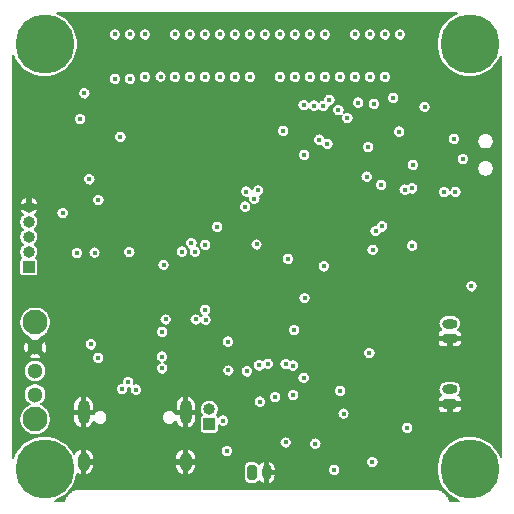
<source format=gbr>
G04 #@! TF.GenerationSoftware,KiCad,Pcbnew,(5.1.6)-1*
G04 #@! TF.CreationDate,2020-11-06T20:37:42+01:00*
G04 #@! TF.ProjectId,DynOSSAT-EDU-EPS,44796e4f-5353-4415-942d-4544552d4550,rev?*
G04 #@! TF.SameCoordinates,Original*
G04 #@! TF.FileFunction,Copper,L2,Inr*
G04 #@! TF.FilePolarity,Positive*
%FSLAX46Y46*%
G04 Gerber Fmt 4.6, Leading zero omitted, Abs format (unit mm)*
G04 Created by KiCad (PCBNEW (5.1.6)-1) date 2020-11-06 20:37:42*
%MOMM*%
%LPD*%
G01*
G04 APERTURE LIST*
G04 #@! TA.AperFunction,ViaPad*
%ADD10C,0.800000*%
G04 #@! TD*
G04 #@! TA.AperFunction,ViaPad*
%ADD11C,5.000000*%
G04 #@! TD*
G04 #@! TA.AperFunction,ViaPad*
%ADD12O,1.000000X1.000000*%
G04 #@! TD*
G04 #@! TA.AperFunction,ViaPad*
%ADD13R,1.000000X1.000000*%
G04 #@! TD*
G04 #@! TA.AperFunction,ViaPad*
%ADD14O,1.000000X1.600000*%
G04 #@! TD*
G04 #@! TA.AperFunction,ViaPad*
%ADD15O,1.000000X2.100000*%
G04 #@! TD*
G04 #@! TA.AperFunction,ViaPad*
%ADD16C,2.100000*%
G04 #@! TD*
G04 #@! TA.AperFunction,ViaPad*
%ADD17C,1.300000*%
G04 #@! TD*
G04 #@! TA.AperFunction,ViaPad*
%ADD18O,1.300000X0.800000*%
G04 #@! TD*
G04 #@! TA.AperFunction,ViaPad*
%ADD19O,0.800000X1.300000*%
G04 #@! TD*
G04 #@! TA.AperFunction,ViaPad*
%ADD20C,0.450000*%
G04 #@! TD*
G04 #@! TA.AperFunction,Conductor*
%ADD21C,0.200000*%
G04 #@! TD*
G04 APERTURE END LIST*
D10*
X227859825Y-86270175D03*
X226534000Y-85721000D03*
X225208175Y-86270175D03*
X224659000Y-87596000D03*
X225208175Y-88921825D03*
X226534000Y-89471000D03*
X227859825Y-88921825D03*
X228409000Y-87596000D03*
D11*
X226534000Y-87596000D03*
D10*
X191859825Y-50270175D03*
X190534000Y-49721000D03*
X189208175Y-50270175D03*
X188659000Y-51596000D03*
X189208175Y-52921825D03*
X190534000Y-53471000D03*
X191859825Y-52921825D03*
X192409000Y-51596000D03*
D11*
X190534000Y-51596000D03*
X226534000Y-51596000D03*
D10*
X228409000Y-51596000D03*
X227859825Y-52921825D03*
X226534000Y-53471000D03*
X225208175Y-52921825D03*
X224659000Y-51596000D03*
X225208175Y-50270175D03*
X226534000Y-49721000D03*
X227859825Y-50270175D03*
D11*
X190534000Y-87596000D03*
D10*
X192409000Y-87596000D03*
X191859825Y-88921825D03*
X190534000Y-89471000D03*
X189208175Y-88921825D03*
X188659000Y-87596000D03*
X189208175Y-86270175D03*
X190534000Y-85721000D03*
X191859825Y-86270175D03*
D12*
X204470000Y-82524600D03*
D13*
X204470000Y-83794600D03*
X189204600Y-70485000D03*
D12*
X189204600Y-69215000D03*
X189204600Y-67945000D03*
X189204600Y-66675000D03*
X189204600Y-65405000D03*
D14*
X193836100Y-86971300D03*
D15*
X202480100Y-82791300D03*
D14*
X202476100Y-86971300D03*
D15*
X193840100Y-82791300D03*
D16*
X189738000Y-75184000D03*
D17*
X189738000Y-77284000D03*
X189738000Y-79284000D03*
X189738000Y-81284000D03*
D16*
X189738000Y-83384000D03*
G04 #@! TA.AperFunction,ViaPad*
G36*
G01*
X225290800Y-82492800D02*
X224390800Y-82492800D01*
G75*
G02*
X224190800Y-82292800I0J200000D01*
G01*
X224190800Y-81892800D01*
G75*
G02*
X224390800Y-81692800I200000J0D01*
G01*
X225290800Y-81692800D01*
G75*
G02*
X225490800Y-81892800I0J-200000D01*
G01*
X225490800Y-82292800D01*
G75*
G02*
X225290800Y-82492800I-200000J0D01*
G01*
G37*
G04 #@! TD.AperFunction*
D18*
X224840800Y-80842800D03*
X224840800Y-75280200D03*
G04 #@! TA.AperFunction,ViaPad*
G36*
G01*
X225290800Y-76930200D02*
X224390800Y-76930200D01*
G75*
G02*
X224190800Y-76730200I0J200000D01*
G01*
X224190800Y-76330200D01*
G75*
G02*
X224390800Y-76130200I200000J0D01*
G01*
X225290800Y-76130200D01*
G75*
G02*
X225490800Y-76330200I0J-200000D01*
G01*
X225490800Y-76730200D01*
G75*
G02*
X225290800Y-76930200I-200000J0D01*
G01*
G37*
G04 #@! TD.AperFunction*
G04 #@! TA.AperFunction,ViaPad*
G36*
G01*
X207683400Y-88334000D02*
X207683400Y-87434000D01*
G75*
G02*
X207883400Y-87234000I200000J0D01*
G01*
X208283400Y-87234000D01*
G75*
G02*
X208483400Y-87434000I0J-200000D01*
G01*
X208483400Y-88334000D01*
G75*
G02*
X208283400Y-88534000I-200000J0D01*
G01*
X207883400Y-88534000D01*
G75*
G02*
X207683400Y-88334000I0J200000D01*
G01*
G37*
G04 #@! TD.AperFunction*
D19*
X209333400Y-87884000D03*
D20*
X195834000Y-74422000D03*
X208915000Y-83947000D03*
X209296000Y-76835000D03*
X210312000Y-72771000D03*
X207518000Y-69469000D03*
X217424000Y-88392000D03*
X220599000Y-88392000D03*
X217297000Y-81915000D03*
X212598000Y-74295000D03*
X214884000Y-74295000D03*
X217932000Y-74295000D03*
X218313000Y-70485000D03*
X194310000Y-75946000D03*
X207899000Y-75438000D03*
X207137000Y-75438000D03*
X207899000Y-74676000D03*
X207137000Y-74676000D03*
X217151799Y-65405000D03*
X211182799Y-65405000D03*
X214179999Y-62255400D03*
X214179999Y-68224400D03*
X214179999Y-65405000D03*
X195808600Y-60883800D03*
X197720799Y-57175400D03*
X206483799Y-64668400D03*
X206483799Y-62509400D03*
X206483799Y-60477400D03*
X206483799Y-58572400D03*
X202165799Y-66700400D03*
X204197799Y-66700400D03*
X191497799Y-69875400D03*
X191497799Y-72161400D03*
X194698199Y-73355200D03*
X198736799Y-83489800D03*
X197339799Y-83489800D03*
X200304400Y-50800000D03*
X215544400Y-50800000D03*
X220624400Y-54400000D03*
X209194400Y-54400000D03*
X199567800Y-69088000D03*
X200660000Y-71297800D03*
X198247000Y-71907400D03*
X216458800Y-69824600D03*
X218744800Y-83210400D03*
X215620600Y-83743800D03*
X205188399Y-81648300D03*
X196850000Y-66700400D03*
X202158600Y-75387200D03*
X204774800Y-70662800D03*
X197891400Y-74549000D03*
X220227761Y-67376439D03*
X206095600Y-79248000D03*
X204165200Y-74955400D03*
X218033600Y-77774800D03*
X215569800Y-80975200D03*
X219024200Y-63525400D03*
X224358200Y-64160400D03*
X194335400Y-63068200D03*
X199034400Y-54400000D03*
X193548000Y-57962800D03*
X222707200Y-56921400D03*
X219125800Y-67044928D03*
X211582000Y-81330800D03*
X218557475Y-67454000D03*
X211586517Y-78830875D03*
X210058000Y-81508600D03*
X214172800Y-70434200D03*
X210947000Y-78714600D03*
X203250800Y-69189600D03*
X211136404Y-69799200D03*
X218313000Y-69037200D03*
X226683600Y-72122000D03*
X217805000Y-62839600D03*
X221665800Y-63830200D03*
X221716600Y-61849000D03*
X225958400Y-61366400D03*
X207515068Y-65376668D03*
X208762600Y-81889600D03*
X205968600Y-86080600D03*
X207594200Y-64096900D03*
X210731100Y-58953400D03*
X197713600Y-69240398D03*
X194767200Y-69265800D03*
X193268600Y-69316600D03*
X220062627Y-56162379D03*
X196494400Y-54547600D03*
X197764400Y-54547600D03*
X196951600Y-59461400D03*
X212547200Y-73126600D03*
X200609200Y-70307200D03*
X194462400Y-77038200D03*
X200787000Y-74930006D03*
X215849200Y-82905600D03*
X221234000Y-84099400D03*
X204139802Y-68605400D03*
X208483200Y-68580000D03*
X225323400Y-64135000D03*
X205155800Y-67081400D03*
X201574400Y-54400000D03*
X201574400Y-50800000D03*
X202844400Y-54400000D03*
X202844400Y-50800000D03*
X204114400Y-54400000D03*
X204114400Y-50800000D03*
X205384400Y-54400000D03*
X205384400Y-50800000D03*
X206654400Y-54400000D03*
X206654400Y-50800000D03*
X207924400Y-54400000D03*
X207924400Y-50800000D03*
X211734400Y-54400000D03*
X213004400Y-54400000D03*
X219354400Y-54400000D03*
X219354400Y-50800000D03*
X220624400Y-50800000D03*
X218084400Y-50800000D03*
X217093800Y-56565800D03*
X216814400Y-50800000D03*
X216179400Y-57886600D03*
X221024460Y-63940200D03*
X212521800Y-60985399D03*
X200355200Y-54368700D03*
X202971400Y-68470000D03*
X210464400Y-54400000D03*
X192065400Y-65918945D03*
X195097391Y-64820811D03*
X200456800Y-78079600D03*
X211658200Y-75844400D03*
X200482200Y-75986010D03*
X210947000Y-85344000D03*
X209423000Y-78689200D03*
X195072000Y-78181200D03*
X218287600Y-87020400D03*
X208686400Y-78816200D03*
X213461600Y-85445600D03*
X212471000Y-79883000D03*
X215061800Y-87655400D03*
X204139800Y-74117200D03*
X206044800Y-76809600D03*
X197618512Y-80245112D03*
X208305400Y-64693800D03*
X208610198Y-64008000D03*
X198272400Y-80873600D03*
X197104000Y-80822800D03*
X205638400Y-83489800D03*
X200482200Y-79070200D03*
X202158600Y-69189600D03*
X207670400Y-79324200D03*
X203327000Y-74929970D03*
X221665800Y-68681600D03*
X214274400Y-54400000D03*
X215544400Y-54400000D03*
X197764400Y-50800000D03*
X196494400Y-50800000D03*
X220548200Y-59029600D03*
X217932000Y-60350400D03*
X225196400Y-59639200D03*
X193903600Y-55793400D03*
X199034400Y-50800000D03*
X213004400Y-50800000D03*
X213804500Y-59702700D03*
X214655400Y-56337200D03*
X214274400Y-50800000D03*
X214477600Y-60071000D03*
X215417400Y-57200800D03*
X209194400Y-50800000D03*
X212474186Y-56790797D03*
X211734400Y-50800000D03*
X214147400Y-56845200D03*
X216814400Y-54400000D03*
X218414600Y-56667400D03*
X218084400Y-54381396D03*
X210464400Y-50800000D03*
X213334600Y-56819800D03*
D21*
G36*
X225207703Y-49114672D02*
G01*
X224749104Y-49421098D01*
X224359098Y-49811104D01*
X224052672Y-50269703D01*
X223841602Y-50779270D01*
X223734000Y-51320224D01*
X223734000Y-51871776D01*
X223841602Y-52412730D01*
X224052672Y-52922297D01*
X224359098Y-53380896D01*
X224749104Y-53770902D01*
X225207703Y-54077328D01*
X225717270Y-54288398D01*
X226258224Y-54396000D01*
X226809776Y-54396000D01*
X227350730Y-54288398D01*
X227860297Y-54077328D01*
X228318896Y-53770902D01*
X228708902Y-53380896D01*
X229015328Y-52922297D01*
X229150400Y-52596205D01*
X229150401Y-86595797D01*
X229015328Y-86269703D01*
X228708902Y-85811104D01*
X228318896Y-85421098D01*
X227860297Y-85114672D01*
X227350730Y-84903602D01*
X226809776Y-84796000D01*
X226258224Y-84796000D01*
X225717270Y-84903602D01*
X225207703Y-85114672D01*
X224749104Y-85421098D01*
X224359098Y-85811104D01*
X224052672Y-86269703D01*
X223841602Y-86779270D01*
X223734000Y-87320224D01*
X223734000Y-87871776D01*
X223841602Y-88412730D01*
X224052672Y-88922297D01*
X224359098Y-89380896D01*
X224749104Y-89770902D01*
X225207703Y-90077328D01*
X225656437Y-90263200D01*
X224843692Y-90263200D01*
X224805492Y-90139794D01*
X224792320Y-90108459D01*
X224779589Y-90076949D01*
X224777131Y-90072325D01*
X224684307Y-89900649D01*
X224665300Y-89872470D01*
X224646689Y-89844030D01*
X224643380Y-89839972D01*
X224518976Y-89689594D01*
X224494830Y-89665616D01*
X224471079Y-89641363D01*
X224467045Y-89638025D01*
X224315803Y-89514675D01*
X224287490Y-89495864D01*
X224259450Y-89476664D01*
X224254844Y-89474174D01*
X224082521Y-89382548D01*
X224051086Y-89369592D01*
X224019859Y-89356208D01*
X224014857Y-89354659D01*
X223828021Y-89298250D01*
X223794673Y-89291647D01*
X223761435Y-89284582D01*
X223756227Y-89284035D01*
X223561994Y-89264990D01*
X223561993Y-89264990D01*
X223543818Y-89263200D01*
X193505236Y-89263203D01*
X193489020Y-89264800D01*
X193484431Y-89264768D01*
X193479220Y-89265278D01*
X193285123Y-89285679D01*
X193251759Y-89292528D01*
X193218445Y-89298883D01*
X193213436Y-89300395D01*
X193213430Y-89300396D01*
X193213424Y-89300398D01*
X193026994Y-89358108D01*
X192995659Y-89371280D01*
X192964149Y-89384011D01*
X192959525Y-89386469D01*
X192787849Y-89479293D01*
X192759670Y-89498300D01*
X192731230Y-89516911D01*
X192727172Y-89520220D01*
X192576794Y-89644624D01*
X192552816Y-89668770D01*
X192528563Y-89692521D01*
X192525225Y-89696555D01*
X192401875Y-89847797D01*
X192383064Y-89876110D01*
X192363864Y-89904150D01*
X192361374Y-89908756D01*
X192269748Y-90081079D01*
X192256792Y-90112514D01*
X192243408Y-90143741D01*
X192241859Y-90148743D01*
X192207302Y-90263200D01*
X191411563Y-90263200D01*
X191860297Y-90077328D01*
X192318896Y-89770902D01*
X192708902Y-89380896D01*
X193015328Y-88922297D01*
X193226398Y-88412730D01*
X193313476Y-87974956D01*
X193340510Y-87997586D01*
X193552591Y-88076867D01*
X193682100Y-88021149D01*
X193682100Y-87125300D01*
X193990100Y-87125300D01*
X193990100Y-88021149D01*
X194119609Y-88076867D01*
X194331690Y-87997586D01*
X194463859Y-87886946D01*
X194571903Y-87752647D01*
X194651671Y-87599850D01*
X194700097Y-87434427D01*
X194715320Y-87262735D01*
X201596880Y-87262735D01*
X201612103Y-87434427D01*
X201660529Y-87599850D01*
X201740297Y-87752647D01*
X201848341Y-87886946D01*
X201980510Y-87997586D01*
X202192591Y-88076867D01*
X202322100Y-88021149D01*
X202322100Y-87125300D01*
X202630100Y-87125300D01*
X202630100Y-88021149D01*
X202759609Y-88076867D01*
X202971690Y-87997586D01*
X203103859Y-87886946D01*
X203211903Y-87752647D01*
X203291671Y-87599850D01*
X203340097Y-87434427D01*
X203340134Y-87434000D01*
X207381949Y-87434000D01*
X207381949Y-88334000D01*
X207391584Y-88431828D01*
X207420120Y-88525897D01*
X207466459Y-88612591D01*
X207528821Y-88688579D01*
X207604809Y-88750941D01*
X207691503Y-88797280D01*
X207785572Y-88825816D01*
X207883400Y-88835451D01*
X208283400Y-88835451D01*
X208381228Y-88825816D01*
X208475297Y-88797280D01*
X208561991Y-88750941D01*
X208637979Y-88688579D01*
X208700341Y-88612591D01*
X208713197Y-88588539D01*
X208806823Y-88695446D01*
X208926474Y-88787388D01*
X209065831Y-88838928D01*
X209179400Y-88781437D01*
X209179400Y-88038000D01*
X209487400Y-88038000D01*
X209487400Y-88781437D01*
X209600969Y-88838928D01*
X209740326Y-88787388D01*
X209859977Y-88695446D01*
X209959392Y-88581928D01*
X210034750Y-88451196D01*
X210083156Y-88308275D01*
X210102749Y-88158656D01*
X210008634Y-88038000D01*
X209487400Y-88038000D01*
X209179400Y-88038000D01*
X209159400Y-88038000D01*
X209159400Y-87730000D01*
X209179400Y-87730000D01*
X209179400Y-86986563D01*
X209487400Y-86986563D01*
X209487400Y-87730000D01*
X210008634Y-87730000D01*
X210102749Y-87609344D01*
X210102009Y-87603692D01*
X214536800Y-87603692D01*
X214536800Y-87707108D01*
X214556976Y-87808537D01*
X214596551Y-87904081D01*
X214654006Y-87990068D01*
X214727132Y-88063194D01*
X214813119Y-88120649D01*
X214908663Y-88160224D01*
X215010092Y-88180400D01*
X215113508Y-88180400D01*
X215214937Y-88160224D01*
X215310481Y-88120649D01*
X215396468Y-88063194D01*
X215469594Y-87990068D01*
X215527049Y-87904081D01*
X215566624Y-87808537D01*
X215586800Y-87707108D01*
X215586800Y-87603692D01*
X215566624Y-87502263D01*
X215527049Y-87406719D01*
X215469594Y-87320732D01*
X215396468Y-87247606D01*
X215310481Y-87190151D01*
X215214937Y-87150576D01*
X215113508Y-87130400D01*
X215010092Y-87130400D01*
X214908663Y-87150576D01*
X214813119Y-87190151D01*
X214727132Y-87247606D01*
X214654006Y-87320732D01*
X214596551Y-87406719D01*
X214556976Y-87502263D01*
X214536800Y-87603692D01*
X210102009Y-87603692D01*
X210083156Y-87459725D01*
X210034750Y-87316804D01*
X209959392Y-87186072D01*
X209859977Y-87072554D01*
X209740326Y-86980612D01*
X209708096Y-86968692D01*
X217762600Y-86968692D01*
X217762600Y-87072108D01*
X217782776Y-87173537D01*
X217822351Y-87269081D01*
X217879806Y-87355068D01*
X217952932Y-87428194D01*
X218038919Y-87485649D01*
X218134463Y-87525224D01*
X218235892Y-87545400D01*
X218339308Y-87545400D01*
X218440737Y-87525224D01*
X218536281Y-87485649D01*
X218622268Y-87428194D01*
X218695394Y-87355068D01*
X218752849Y-87269081D01*
X218792424Y-87173537D01*
X218812600Y-87072108D01*
X218812600Y-86968692D01*
X218792424Y-86867263D01*
X218752849Y-86771719D01*
X218695394Y-86685732D01*
X218622268Y-86612606D01*
X218536281Y-86555151D01*
X218440737Y-86515576D01*
X218339308Y-86495400D01*
X218235892Y-86495400D01*
X218134463Y-86515576D01*
X218038919Y-86555151D01*
X217952932Y-86612606D01*
X217879806Y-86685732D01*
X217822351Y-86771719D01*
X217782776Y-86867263D01*
X217762600Y-86968692D01*
X209708096Y-86968692D01*
X209600969Y-86929072D01*
X209487400Y-86986563D01*
X209179400Y-86986563D01*
X209065831Y-86929072D01*
X208926474Y-86980612D01*
X208806823Y-87072554D01*
X208713197Y-87179461D01*
X208700341Y-87155409D01*
X208637979Y-87079421D01*
X208561991Y-87017059D01*
X208475297Y-86970720D01*
X208381228Y-86942184D01*
X208283400Y-86932549D01*
X207883400Y-86932549D01*
X207785572Y-86942184D01*
X207691503Y-86970720D01*
X207604809Y-87017059D01*
X207528821Y-87079421D01*
X207466459Y-87155409D01*
X207420120Y-87242103D01*
X207391584Y-87336172D01*
X207381949Y-87434000D01*
X203340134Y-87434000D01*
X203355320Y-87262735D01*
X203254655Y-87125300D01*
X202630100Y-87125300D01*
X202322100Y-87125300D01*
X201697545Y-87125300D01*
X201596880Y-87262735D01*
X194715320Y-87262735D01*
X194614655Y-87125300D01*
X193990100Y-87125300D01*
X193682100Y-87125300D01*
X193662100Y-87125300D01*
X193662100Y-86817300D01*
X193682100Y-86817300D01*
X193682100Y-85921451D01*
X193990100Y-85921451D01*
X193990100Y-86817300D01*
X194614655Y-86817300D01*
X194715320Y-86679865D01*
X201596880Y-86679865D01*
X201697545Y-86817300D01*
X202322100Y-86817300D01*
X202322100Y-85921451D01*
X202630100Y-85921451D01*
X202630100Y-86817300D01*
X203254655Y-86817300D01*
X203355320Y-86679865D01*
X203340097Y-86508173D01*
X203291671Y-86342750D01*
X203211903Y-86189953D01*
X203103859Y-86055654D01*
X203071890Y-86028892D01*
X205443600Y-86028892D01*
X205443600Y-86132308D01*
X205463776Y-86233737D01*
X205503351Y-86329281D01*
X205560806Y-86415268D01*
X205633932Y-86488394D01*
X205719919Y-86545849D01*
X205815463Y-86585424D01*
X205916892Y-86605600D01*
X206020308Y-86605600D01*
X206121737Y-86585424D01*
X206217281Y-86545849D01*
X206303268Y-86488394D01*
X206376394Y-86415268D01*
X206433849Y-86329281D01*
X206473424Y-86233737D01*
X206493600Y-86132308D01*
X206493600Y-86028892D01*
X206473424Y-85927463D01*
X206433849Y-85831919D01*
X206376394Y-85745932D01*
X206303268Y-85672806D01*
X206217281Y-85615351D01*
X206121737Y-85575776D01*
X206020308Y-85555600D01*
X205916892Y-85555600D01*
X205815463Y-85575776D01*
X205719919Y-85615351D01*
X205633932Y-85672806D01*
X205560806Y-85745932D01*
X205503351Y-85831919D01*
X205463776Y-85927463D01*
X205443600Y-86028892D01*
X203071890Y-86028892D01*
X202971690Y-85945014D01*
X202759609Y-85865733D01*
X202630100Y-85921451D01*
X202322100Y-85921451D01*
X202192591Y-85865733D01*
X201980510Y-85945014D01*
X201848341Y-86055654D01*
X201740297Y-86189953D01*
X201660529Y-86342750D01*
X201612103Y-86508173D01*
X201596880Y-86679865D01*
X194715320Y-86679865D01*
X194700097Y-86508173D01*
X194651671Y-86342750D01*
X194571903Y-86189953D01*
X194463859Y-86055654D01*
X194331690Y-85945014D01*
X194119609Y-85865733D01*
X193990100Y-85921451D01*
X193682100Y-85921451D01*
X193552591Y-85865733D01*
X193340510Y-85945014D01*
X193208341Y-86055654D01*
X193100297Y-86189953D01*
X193034500Y-86315988D01*
X193015328Y-86269703D01*
X192708902Y-85811104D01*
X192318896Y-85421098D01*
X192126125Y-85292292D01*
X210422000Y-85292292D01*
X210422000Y-85395708D01*
X210442176Y-85497137D01*
X210481751Y-85592681D01*
X210539206Y-85678668D01*
X210612332Y-85751794D01*
X210698319Y-85809249D01*
X210793863Y-85848824D01*
X210895292Y-85869000D01*
X210998708Y-85869000D01*
X211100137Y-85848824D01*
X211195681Y-85809249D01*
X211281668Y-85751794D01*
X211354794Y-85678668D01*
X211412249Y-85592681D01*
X211451824Y-85497137D01*
X211472000Y-85395708D01*
X211472000Y-85393892D01*
X212936600Y-85393892D01*
X212936600Y-85497308D01*
X212956776Y-85598737D01*
X212996351Y-85694281D01*
X213053806Y-85780268D01*
X213126932Y-85853394D01*
X213212919Y-85910849D01*
X213308463Y-85950424D01*
X213409892Y-85970600D01*
X213513308Y-85970600D01*
X213614737Y-85950424D01*
X213710281Y-85910849D01*
X213796268Y-85853394D01*
X213869394Y-85780268D01*
X213926849Y-85694281D01*
X213966424Y-85598737D01*
X213986600Y-85497308D01*
X213986600Y-85393892D01*
X213966424Y-85292463D01*
X213926849Y-85196919D01*
X213869394Y-85110932D01*
X213796268Y-85037806D01*
X213710281Y-84980351D01*
X213614737Y-84940776D01*
X213513308Y-84920600D01*
X213409892Y-84920600D01*
X213308463Y-84940776D01*
X213212919Y-84980351D01*
X213126932Y-85037806D01*
X213053806Y-85110932D01*
X212996351Y-85196919D01*
X212956776Y-85292463D01*
X212936600Y-85393892D01*
X211472000Y-85393892D01*
X211472000Y-85292292D01*
X211451824Y-85190863D01*
X211412249Y-85095319D01*
X211354794Y-85009332D01*
X211281668Y-84936206D01*
X211195681Y-84878751D01*
X211100137Y-84839176D01*
X210998708Y-84819000D01*
X210895292Y-84819000D01*
X210793863Y-84839176D01*
X210698319Y-84878751D01*
X210612332Y-84936206D01*
X210539206Y-85009332D01*
X210481751Y-85095319D01*
X210442176Y-85190863D01*
X210422000Y-85292292D01*
X192126125Y-85292292D01*
X191860297Y-85114672D01*
X191350730Y-84903602D01*
X190809776Y-84796000D01*
X190258224Y-84796000D01*
X189717270Y-84903602D01*
X189207703Y-85114672D01*
X188749104Y-85421098D01*
X188359098Y-85811104D01*
X188052672Y-86269703D01*
X187900400Y-86637319D01*
X187900400Y-83251037D01*
X188388000Y-83251037D01*
X188388000Y-83516963D01*
X188439880Y-83777780D01*
X188541646Y-84023465D01*
X188689387Y-84244575D01*
X188877425Y-84432613D01*
X189098535Y-84580354D01*
X189344220Y-84682120D01*
X189605037Y-84734000D01*
X189870963Y-84734000D01*
X190131780Y-84682120D01*
X190377465Y-84580354D01*
X190598575Y-84432613D01*
X190786613Y-84244575D01*
X190934354Y-84023465D01*
X191036120Y-83777780D01*
X191088000Y-83516963D01*
X191088000Y-83251037D01*
X191036120Y-82990220D01*
X191017514Y-82945300D01*
X192986100Y-82945300D01*
X192986100Y-83495300D01*
X193032553Y-83658948D01*
X193110040Y-83810389D01*
X193215583Y-83943803D01*
X193345125Y-84054063D01*
X193493689Y-84136932D01*
X193556591Y-84146867D01*
X193686100Y-84091149D01*
X193686100Y-82945300D01*
X193994100Y-82945300D01*
X193994100Y-84091149D01*
X194123609Y-84146867D01*
X194186511Y-84136932D01*
X194335075Y-84054063D01*
X194464617Y-83943803D01*
X194570160Y-83810389D01*
X194647647Y-83658948D01*
X194683578Y-83532366D01*
X194751631Y-83634214D01*
X194838686Y-83721269D01*
X194941052Y-83789668D01*
X195054794Y-83836781D01*
X195175543Y-83860800D01*
X195298657Y-83860800D01*
X195419406Y-83836781D01*
X195533148Y-83789668D01*
X195635514Y-83721269D01*
X195722569Y-83634214D01*
X195790968Y-83531848D01*
X195838081Y-83418106D01*
X195862100Y-83297357D01*
X195862100Y-83174243D01*
X200454100Y-83174243D01*
X200454100Y-83297357D01*
X200478119Y-83418106D01*
X200525232Y-83531848D01*
X200593631Y-83634214D01*
X200680686Y-83721269D01*
X200783052Y-83789668D01*
X200896794Y-83836781D01*
X201017543Y-83860800D01*
X201140657Y-83860800D01*
X201261406Y-83836781D01*
X201375148Y-83789668D01*
X201477514Y-83721269D01*
X201564569Y-83634214D01*
X201632968Y-83531848D01*
X201635049Y-83526825D01*
X201672553Y-83658948D01*
X201750040Y-83810389D01*
X201855583Y-83943803D01*
X201985125Y-84054063D01*
X202133689Y-84136932D01*
X202196591Y-84146867D01*
X202326100Y-84091149D01*
X202326100Y-82945300D01*
X202634100Y-82945300D01*
X202634100Y-84091149D01*
X202763609Y-84146867D01*
X202826511Y-84136932D01*
X202975075Y-84054063D01*
X203104617Y-83943803D01*
X203210160Y-83810389D01*
X203287647Y-83658948D01*
X203334100Y-83495300D01*
X203334100Y-83294600D01*
X203668549Y-83294600D01*
X203668549Y-84294600D01*
X203674341Y-84353410D01*
X203691496Y-84409960D01*
X203719353Y-84462077D01*
X203756842Y-84507758D01*
X203802523Y-84545247D01*
X203854640Y-84573104D01*
X203911190Y-84590259D01*
X203970000Y-84596051D01*
X204970000Y-84596051D01*
X205028810Y-84590259D01*
X205085360Y-84573104D01*
X205137477Y-84545247D01*
X205183158Y-84507758D01*
X205220647Y-84462077D01*
X205248504Y-84409960D01*
X205265659Y-84353410D01*
X205271451Y-84294600D01*
X205271451Y-84047692D01*
X220709000Y-84047692D01*
X220709000Y-84151108D01*
X220729176Y-84252537D01*
X220768751Y-84348081D01*
X220826206Y-84434068D01*
X220899332Y-84507194D01*
X220985319Y-84564649D01*
X221080863Y-84604224D01*
X221182292Y-84624400D01*
X221285708Y-84624400D01*
X221387137Y-84604224D01*
X221482681Y-84564649D01*
X221568668Y-84507194D01*
X221641794Y-84434068D01*
X221699249Y-84348081D01*
X221738824Y-84252537D01*
X221759000Y-84151108D01*
X221759000Y-84047692D01*
X221738824Y-83946263D01*
X221699249Y-83850719D01*
X221641794Y-83764732D01*
X221568668Y-83691606D01*
X221482681Y-83634151D01*
X221387137Y-83594576D01*
X221285708Y-83574400D01*
X221182292Y-83574400D01*
X221080863Y-83594576D01*
X220985319Y-83634151D01*
X220899332Y-83691606D01*
X220826206Y-83764732D01*
X220768751Y-83850719D01*
X220729176Y-83946263D01*
X220709000Y-84047692D01*
X205271451Y-84047692D01*
X205271451Y-83865313D01*
X205303732Y-83897594D01*
X205389719Y-83955049D01*
X205485263Y-83994624D01*
X205586692Y-84014800D01*
X205690108Y-84014800D01*
X205791537Y-83994624D01*
X205887081Y-83955049D01*
X205973068Y-83897594D01*
X206046194Y-83824468D01*
X206103649Y-83738481D01*
X206143224Y-83642937D01*
X206163400Y-83541508D01*
X206163400Y-83438092D01*
X206143224Y-83336663D01*
X206103649Y-83241119D01*
X206046194Y-83155132D01*
X205973068Y-83082006D01*
X205887081Y-83024551D01*
X205791537Y-82984976D01*
X205690108Y-82964800D01*
X205586692Y-82964800D01*
X205485263Y-82984976D01*
X205389719Y-83024551D01*
X205303732Y-83082006D01*
X205233872Y-83151866D01*
X205220647Y-83127123D01*
X205183158Y-83081442D01*
X205137477Y-83043953D01*
X205098907Y-83023337D01*
X205178951Y-82903542D01*
X205199516Y-82853892D01*
X215324200Y-82853892D01*
X215324200Y-82957308D01*
X215344376Y-83058737D01*
X215383951Y-83154281D01*
X215441406Y-83240268D01*
X215514532Y-83313394D01*
X215600519Y-83370849D01*
X215696063Y-83410424D01*
X215797492Y-83430600D01*
X215900908Y-83430600D01*
X216002337Y-83410424D01*
X216097881Y-83370849D01*
X216183868Y-83313394D01*
X216256994Y-83240268D01*
X216314449Y-83154281D01*
X216354024Y-83058737D01*
X216374200Y-82957308D01*
X216374200Y-82853892D01*
X216354024Y-82752463D01*
X216314449Y-82656919D01*
X216256994Y-82570932D01*
X216183868Y-82497806D01*
X216176377Y-82492800D01*
X223835087Y-82492800D01*
X223841922Y-82562196D01*
X223862164Y-82628925D01*
X223895035Y-82690424D01*
X223939273Y-82744327D01*
X223993176Y-82788565D01*
X224054675Y-82821436D01*
X224121404Y-82841678D01*
X224190800Y-82848513D01*
X224598300Y-82846800D01*
X224686800Y-82758300D01*
X224686800Y-82246800D01*
X224994800Y-82246800D01*
X224994800Y-82758300D01*
X225083300Y-82846800D01*
X225490800Y-82848513D01*
X225560196Y-82841678D01*
X225626925Y-82821436D01*
X225688424Y-82788565D01*
X225742327Y-82744327D01*
X225786565Y-82690424D01*
X225819436Y-82628925D01*
X225839678Y-82562196D01*
X225846513Y-82492800D01*
X225844800Y-82335300D01*
X225756300Y-82246800D01*
X224994800Y-82246800D01*
X224686800Y-82246800D01*
X223925300Y-82246800D01*
X223836800Y-82335300D01*
X223835087Y-82492800D01*
X216176377Y-82492800D01*
X216097881Y-82440351D01*
X216002337Y-82400776D01*
X215900908Y-82380600D01*
X215797492Y-82380600D01*
X215696063Y-82400776D01*
X215600519Y-82440351D01*
X215514532Y-82497806D01*
X215441406Y-82570932D01*
X215383951Y-82656919D01*
X215344376Y-82752463D01*
X215324200Y-82853892D01*
X205199516Y-82853892D01*
X205239257Y-82757951D01*
X205270000Y-82603393D01*
X205270000Y-82445807D01*
X205239257Y-82291249D01*
X205178951Y-82145658D01*
X205091401Y-82014630D01*
X204979970Y-81903199D01*
X204882232Y-81837892D01*
X208237600Y-81837892D01*
X208237600Y-81941308D01*
X208257776Y-82042737D01*
X208297351Y-82138281D01*
X208354806Y-82224268D01*
X208427932Y-82297394D01*
X208513919Y-82354849D01*
X208609463Y-82394424D01*
X208710892Y-82414600D01*
X208814308Y-82414600D01*
X208915737Y-82394424D01*
X209011281Y-82354849D01*
X209097268Y-82297394D01*
X209170394Y-82224268D01*
X209227849Y-82138281D01*
X209267424Y-82042737D01*
X209287600Y-81941308D01*
X209287600Y-81837892D01*
X209267424Y-81736463D01*
X209227849Y-81640919D01*
X209170394Y-81554932D01*
X209097268Y-81481806D01*
X209059982Y-81456892D01*
X209533000Y-81456892D01*
X209533000Y-81560308D01*
X209553176Y-81661737D01*
X209592751Y-81757281D01*
X209650206Y-81843268D01*
X209723332Y-81916394D01*
X209809319Y-81973849D01*
X209904863Y-82013424D01*
X210006292Y-82033600D01*
X210109708Y-82033600D01*
X210211137Y-82013424D01*
X210306681Y-81973849D01*
X210392668Y-81916394D01*
X210465794Y-81843268D01*
X210523249Y-81757281D01*
X210562824Y-81661737D01*
X210583000Y-81560308D01*
X210583000Y-81456892D01*
X210562824Y-81355463D01*
X210531191Y-81279092D01*
X211057000Y-81279092D01*
X211057000Y-81382508D01*
X211077176Y-81483937D01*
X211116751Y-81579481D01*
X211174206Y-81665468D01*
X211247332Y-81738594D01*
X211333319Y-81796049D01*
X211428863Y-81835624D01*
X211530292Y-81855800D01*
X211633708Y-81855800D01*
X211735137Y-81835624D01*
X211830681Y-81796049D01*
X211916668Y-81738594D01*
X211962462Y-81692800D01*
X223835087Y-81692800D01*
X223836800Y-81850300D01*
X223925300Y-81938800D01*
X224686800Y-81938800D01*
X224686800Y-81918800D01*
X224994800Y-81918800D01*
X224994800Y-81938800D01*
X225756300Y-81938800D01*
X225844800Y-81850300D01*
X225846513Y-81692800D01*
X225839678Y-81623404D01*
X225819436Y-81556675D01*
X225786565Y-81495176D01*
X225742327Y-81441273D01*
X225688424Y-81397035D01*
X225626925Y-81364164D01*
X225577282Y-81349105D01*
X225588170Y-81340170D01*
X225675645Y-81233581D01*
X225740645Y-81111975D01*
X225780672Y-80980024D01*
X225794187Y-80842800D01*
X225780672Y-80705576D01*
X225740645Y-80573625D01*
X225675645Y-80452019D01*
X225588170Y-80345430D01*
X225481581Y-80257955D01*
X225359975Y-80192955D01*
X225228024Y-80152928D01*
X225125190Y-80142800D01*
X224556410Y-80142800D01*
X224453576Y-80152928D01*
X224321625Y-80192955D01*
X224200019Y-80257955D01*
X224093430Y-80345430D01*
X224005955Y-80452019D01*
X223940955Y-80573625D01*
X223900928Y-80705576D01*
X223887413Y-80842800D01*
X223900928Y-80980024D01*
X223940955Y-81111975D01*
X224005955Y-81233581D01*
X224093430Y-81340170D01*
X224104318Y-81349105D01*
X224054675Y-81364164D01*
X223993176Y-81397035D01*
X223939273Y-81441273D01*
X223895035Y-81495176D01*
X223862164Y-81556675D01*
X223841922Y-81623404D01*
X223835087Y-81692800D01*
X211962462Y-81692800D01*
X211989794Y-81665468D01*
X212047249Y-81579481D01*
X212086824Y-81483937D01*
X212107000Y-81382508D01*
X212107000Y-81279092D01*
X212086824Y-81177663D01*
X212047249Y-81082119D01*
X211989794Y-80996132D01*
X211917154Y-80923492D01*
X215044800Y-80923492D01*
X215044800Y-81026908D01*
X215064976Y-81128337D01*
X215104551Y-81223881D01*
X215162006Y-81309868D01*
X215235132Y-81382994D01*
X215321119Y-81440449D01*
X215416663Y-81480024D01*
X215518092Y-81500200D01*
X215621508Y-81500200D01*
X215722937Y-81480024D01*
X215818481Y-81440449D01*
X215904468Y-81382994D01*
X215977594Y-81309868D01*
X216035049Y-81223881D01*
X216074624Y-81128337D01*
X216094800Y-81026908D01*
X216094800Y-80923492D01*
X216074624Y-80822063D01*
X216035049Y-80726519D01*
X215977594Y-80640532D01*
X215904468Y-80567406D01*
X215818481Y-80509951D01*
X215722937Y-80470376D01*
X215621508Y-80450200D01*
X215518092Y-80450200D01*
X215416663Y-80470376D01*
X215321119Y-80509951D01*
X215235132Y-80567406D01*
X215162006Y-80640532D01*
X215104551Y-80726519D01*
X215064976Y-80822063D01*
X215044800Y-80923492D01*
X211917154Y-80923492D01*
X211916668Y-80923006D01*
X211830681Y-80865551D01*
X211735137Y-80825976D01*
X211633708Y-80805800D01*
X211530292Y-80805800D01*
X211428863Y-80825976D01*
X211333319Y-80865551D01*
X211247332Y-80923006D01*
X211174206Y-80996132D01*
X211116751Y-81082119D01*
X211077176Y-81177663D01*
X211057000Y-81279092D01*
X210531191Y-81279092D01*
X210523249Y-81259919D01*
X210465794Y-81173932D01*
X210392668Y-81100806D01*
X210306681Y-81043351D01*
X210211137Y-81003776D01*
X210109708Y-80983600D01*
X210006292Y-80983600D01*
X209904863Y-81003776D01*
X209809319Y-81043351D01*
X209723332Y-81100806D01*
X209650206Y-81173932D01*
X209592751Y-81259919D01*
X209553176Y-81355463D01*
X209533000Y-81456892D01*
X209059982Y-81456892D01*
X209011281Y-81424351D01*
X208915737Y-81384776D01*
X208814308Y-81364600D01*
X208710892Y-81364600D01*
X208609463Y-81384776D01*
X208513919Y-81424351D01*
X208427932Y-81481806D01*
X208354806Y-81554932D01*
X208297351Y-81640919D01*
X208257776Y-81736463D01*
X208237600Y-81837892D01*
X204882232Y-81837892D01*
X204848942Y-81815649D01*
X204703351Y-81755343D01*
X204548793Y-81724600D01*
X204391207Y-81724600D01*
X204236649Y-81755343D01*
X204091058Y-81815649D01*
X203960030Y-81903199D01*
X203848599Y-82014630D01*
X203761049Y-82145658D01*
X203700743Y-82291249D01*
X203670000Y-82445807D01*
X203670000Y-82603393D01*
X203700743Y-82757951D01*
X203761049Y-82903542D01*
X203841093Y-83023337D01*
X203802523Y-83043953D01*
X203756842Y-83081442D01*
X203719353Y-83127123D01*
X203691496Y-83179240D01*
X203674341Y-83235790D01*
X203668549Y-83294600D01*
X203334100Y-83294600D01*
X203334100Y-82945300D01*
X202634100Y-82945300D01*
X202326100Y-82945300D01*
X201635266Y-82945300D01*
X201632968Y-82939752D01*
X201564569Y-82837386D01*
X201477514Y-82750331D01*
X201375148Y-82681932D01*
X201261406Y-82634819D01*
X201140657Y-82610800D01*
X201017543Y-82610800D01*
X200896794Y-82634819D01*
X200783052Y-82681932D01*
X200680686Y-82750331D01*
X200593631Y-82837386D01*
X200525232Y-82939752D01*
X200478119Y-83053494D01*
X200454100Y-83174243D01*
X195862100Y-83174243D01*
X195838081Y-83053494D01*
X195790968Y-82939752D01*
X195722569Y-82837386D01*
X195635514Y-82750331D01*
X195533148Y-82681932D01*
X195419406Y-82634819D01*
X195298657Y-82610800D01*
X195175543Y-82610800D01*
X195054794Y-82634819D01*
X194941052Y-82681932D01*
X194838686Y-82750331D01*
X194751631Y-82837386D01*
X194683232Y-82939752D01*
X194680934Y-82945300D01*
X193994100Y-82945300D01*
X193686100Y-82945300D01*
X192986100Y-82945300D01*
X191017514Y-82945300D01*
X190934354Y-82744535D01*
X190786613Y-82523425D01*
X190598575Y-82335387D01*
X190377465Y-82187646D01*
X190203436Y-82115561D01*
X190245731Y-82087300D01*
X192986100Y-82087300D01*
X192986100Y-82637300D01*
X193686100Y-82637300D01*
X193686100Y-81491451D01*
X193994100Y-81491451D01*
X193994100Y-82637300D01*
X194694100Y-82637300D01*
X194694100Y-82087300D01*
X201626100Y-82087300D01*
X201626100Y-82637300D01*
X202326100Y-82637300D01*
X202326100Y-81491451D01*
X202634100Y-81491451D01*
X202634100Y-82637300D01*
X203334100Y-82637300D01*
X203334100Y-82087300D01*
X203287647Y-81923652D01*
X203210160Y-81772211D01*
X203104617Y-81638797D01*
X202975075Y-81528537D01*
X202826511Y-81445668D01*
X202763609Y-81435733D01*
X202634100Y-81491451D01*
X202326100Y-81491451D01*
X202196591Y-81435733D01*
X202133689Y-81445668D01*
X201985125Y-81528537D01*
X201855583Y-81638797D01*
X201750040Y-81772211D01*
X201672553Y-81923652D01*
X201626100Y-82087300D01*
X194694100Y-82087300D01*
X194647647Y-81923652D01*
X194570160Y-81772211D01*
X194464617Y-81638797D01*
X194335075Y-81528537D01*
X194186511Y-81445668D01*
X194123609Y-81435733D01*
X193994100Y-81491451D01*
X193686100Y-81491451D01*
X193556591Y-81435733D01*
X193493689Y-81445668D01*
X193345125Y-81528537D01*
X193215583Y-81638797D01*
X193110040Y-81772211D01*
X193032553Y-81923652D01*
X192986100Y-82087300D01*
X190245731Y-82087300D01*
X190343590Y-82021913D01*
X190475913Y-81889590D01*
X190579879Y-81733994D01*
X190651492Y-81561105D01*
X190688000Y-81377567D01*
X190688000Y-81190433D01*
X190651492Y-81006895D01*
X190579879Y-80834006D01*
X190537842Y-80771092D01*
X196579000Y-80771092D01*
X196579000Y-80874508D01*
X196599176Y-80975937D01*
X196638751Y-81071481D01*
X196696206Y-81157468D01*
X196769332Y-81230594D01*
X196855319Y-81288049D01*
X196950863Y-81327624D01*
X197052292Y-81347800D01*
X197155708Y-81347800D01*
X197257137Y-81327624D01*
X197352681Y-81288049D01*
X197438668Y-81230594D01*
X197511794Y-81157468D01*
X197569249Y-81071481D01*
X197608824Y-80975937D01*
X197629000Y-80874508D01*
X197629000Y-80771092D01*
X197628805Y-80770112D01*
X197670220Y-80770112D01*
X197761304Y-80751994D01*
X197747400Y-80821892D01*
X197747400Y-80925308D01*
X197767576Y-81026737D01*
X197807151Y-81122281D01*
X197864606Y-81208268D01*
X197937732Y-81281394D01*
X198023719Y-81338849D01*
X198119263Y-81378424D01*
X198220692Y-81398600D01*
X198324108Y-81398600D01*
X198425537Y-81378424D01*
X198521081Y-81338849D01*
X198607068Y-81281394D01*
X198680194Y-81208268D01*
X198737649Y-81122281D01*
X198777224Y-81026737D01*
X198797400Y-80925308D01*
X198797400Y-80821892D01*
X198777224Y-80720463D01*
X198737649Y-80624919D01*
X198680194Y-80538932D01*
X198607068Y-80465806D01*
X198521081Y-80408351D01*
X198425537Y-80368776D01*
X198324108Y-80348600D01*
X198220692Y-80348600D01*
X198129608Y-80366718D01*
X198143512Y-80296820D01*
X198143512Y-80193404D01*
X198123336Y-80091975D01*
X198083761Y-79996431D01*
X198026306Y-79910444D01*
X197953180Y-79837318D01*
X197867193Y-79779863D01*
X197771649Y-79740288D01*
X197670220Y-79720112D01*
X197566804Y-79720112D01*
X197465375Y-79740288D01*
X197369831Y-79779863D01*
X197283844Y-79837318D01*
X197210718Y-79910444D01*
X197153263Y-79996431D01*
X197113688Y-80091975D01*
X197093512Y-80193404D01*
X197093512Y-80296820D01*
X197093707Y-80297800D01*
X197052292Y-80297800D01*
X196950863Y-80317976D01*
X196855319Y-80357551D01*
X196769332Y-80415006D01*
X196696206Y-80488132D01*
X196638751Y-80574119D01*
X196599176Y-80669663D01*
X196579000Y-80771092D01*
X190537842Y-80771092D01*
X190475913Y-80678410D01*
X190343590Y-80546087D01*
X190187994Y-80442121D01*
X190015105Y-80370508D01*
X189831567Y-80334000D01*
X189644433Y-80334000D01*
X189460895Y-80370508D01*
X189288006Y-80442121D01*
X189132410Y-80546087D01*
X189000087Y-80678410D01*
X188896121Y-80834006D01*
X188824508Y-81006895D01*
X188788000Y-81190433D01*
X188788000Y-81377567D01*
X188824508Y-81561105D01*
X188896121Y-81733994D01*
X189000087Y-81889590D01*
X189132410Y-82021913D01*
X189272564Y-82115561D01*
X189098535Y-82187646D01*
X188877425Y-82335387D01*
X188689387Y-82523425D01*
X188541646Y-82744535D01*
X188439880Y-82990220D01*
X188388000Y-83251037D01*
X187900400Y-83251037D01*
X187900400Y-79190433D01*
X188788000Y-79190433D01*
X188788000Y-79377567D01*
X188824508Y-79561105D01*
X188896121Y-79733994D01*
X189000087Y-79889590D01*
X189132410Y-80021913D01*
X189288006Y-80125879D01*
X189460895Y-80197492D01*
X189644433Y-80234000D01*
X189831567Y-80234000D01*
X190015105Y-80197492D01*
X190187994Y-80125879D01*
X190343590Y-80021913D01*
X190475913Y-79889590D01*
X190579879Y-79733994D01*
X190651492Y-79561105D01*
X190688000Y-79377567D01*
X190688000Y-79190433D01*
X190651492Y-79006895D01*
X190579879Y-78834006D01*
X190475913Y-78678410D01*
X190343590Y-78546087D01*
X190187994Y-78442121D01*
X190015105Y-78370508D01*
X189831567Y-78334000D01*
X189644433Y-78334000D01*
X189460895Y-78370508D01*
X189288006Y-78442121D01*
X189132410Y-78546087D01*
X189000087Y-78678410D01*
X188896121Y-78834006D01*
X188824508Y-79006895D01*
X188788000Y-79190433D01*
X187900400Y-79190433D01*
X187900400Y-78034510D01*
X189205278Y-78034510D01*
X189276546Y-78181137D01*
X189460436Y-78253925D01*
X189654992Y-78289439D01*
X189852739Y-78286313D01*
X190046075Y-78244670D01*
X190199454Y-78181137D01*
X190224556Y-78129492D01*
X194547000Y-78129492D01*
X194547000Y-78232908D01*
X194567176Y-78334337D01*
X194606751Y-78429881D01*
X194664206Y-78515868D01*
X194737332Y-78588994D01*
X194823319Y-78646449D01*
X194918863Y-78686024D01*
X195020292Y-78706200D01*
X195123708Y-78706200D01*
X195225137Y-78686024D01*
X195320681Y-78646449D01*
X195406668Y-78588994D01*
X195479794Y-78515868D01*
X195537249Y-78429881D01*
X195576824Y-78334337D01*
X195597000Y-78232908D01*
X195597000Y-78129492D01*
X195576824Y-78028063D01*
X195576754Y-78027892D01*
X199931800Y-78027892D01*
X199931800Y-78131308D01*
X199951976Y-78232737D01*
X199991551Y-78328281D01*
X200049006Y-78414268D01*
X200122132Y-78487394D01*
X200208119Y-78544849D01*
X200293370Y-78580160D01*
X200233519Y-78604951D01*
X200147532Y-78662406D01*
X200074406Y-78735532D01*
X200016951Y-78821519D01*
X199977376Y-78917063D01*
X199957200Y-79018492D01*
X199957200Y-79121908D01*
X199977376Y-79223337D01*
X200016951Y-79318881D01*
X200074406Y-79404868D01*
X200147532Y-79477994D01*
X200233519Y-79535449D01*
X200329063Y-79575024D01*
X200430492Y-79595200D01*
X200533908Y-79595200D01*
X200635337Y-79575024D01*
X200730881Y-79535449D01*
X200816868Y-79477994D01*
X200889994Y-79404868D01*
X200947449Y-79318881D01*
X200987024Y-79223337D01*
X200992403Y-79196292D01*
X205570600Y-79196292D01*
X205570600Y-79299708D01*
X205590776Y-79401137D01*
X205630351Y-79496681D01*
X205687806Y-79582668D01*
X205760932Y-79655794D01*
X205846919Y-79713249D01*
X205942463Y-79752824D01*
X206043892Y-79773000D01*
X206147308Y-79773000D01*
X206248737Y-79752824D01*
X206344281Y-79713249D01*
X206430268Y-79655794D01*
X206503394Y-79582668D01*
X206560849Y-79496681D01*
X206600424Y-79401137D01*
X206620600Y-79299708D01*
X206620600Y-79272492D01*
X207145400Y-79272492D01*
X207145400Y-79375908D01*
X207165576Y-79477337D01*
X207205151Y-79572881D01*
X207262606Y-79658868D01*
X207335732Y-79731994D01*
X207421719Y-79789449D01*
X207517263Y-79829024D01*
X207618692Y-79849200D01*
X207722108Y-79849200D01*
X207812135Y-79831292D01*
X211946000Y-79831292D01*
X211946000Y-79934708D01*
X211966176Y-80036137D01*
X212005751Y-80131681D01*
X212063206Y-80217668D01*
X212136332Y-80290794D01*
X212222319Y-80348249D01*
X212317863Y-80387824D01*
X212419292Y-80408000D01*
X212522708Y-80408000D01*
X212624137Y-80387824D01*
X212719681Y-80348249D01*
X212805668Y-80290794D01*
X212878794Y-80217668D01*
X212936249Y-80131681D01*
X212975824Y-80036137D01*
X212996000Y-79934708D01*
X212996000Y-79831292D01*
X212975824Y-79729863D01*
X212936249Y-79634319D01*
X212878794Y-79548332D01*
X212805668Y-79475206D01*
X212719681Y-79417751D01*
X212624137Y-79378176D01*
X212522708Y-79358000D01*
X212419292Y-79358000D01*
X212317863Y-79378176D01*
X212222319Y-79417751D01*
X212136332Y-79475206D01*
X212063206Y-79548332D01*
X212005751Y-79634319D01*
X211966176Y-79729863D01*
X211946000Y-79831292D01*
X207812135Y-79831292D01*
X207823537Y-79829024D01*
X207919081Y-79789449D01*
X208005068Y-79731994D01*
X208078194Y-79658868D01*
X208135649Y-79572881D01*
X208175224Y-79477337D01*
X208195400Y-79375908D01*
X208195400Y-79272492D01*
X208175224Y-79171063D01*
X208135649Y-79075519D01*
X208078194Y-78989532D01*
X208005068Y-78916406D01*
X207919081Y-78858951D01*
X207823537Y-78819376D01*
X207722108Y-78799200D01*
X207618692Y-78799200D01*
X207517263Y-78819376D01*
X207421719Y-78858951D01*
X207335732Y-78916406D01*
X207262606Y-78989532D01*
X207205151Y-79075519D01*
X207165576Y-79171063D01*
X207145400Y-79272492D01*
X206620600Y-79272492D01*
X206620600Y-79196292D01*
X206600424Y-79094863D01*
X206560849Y-78999319D01*
X206503394Y-78913332D01*
X206430268Y-78840206D01*
X206344281Y-78782751D01*
X206300200Y-78764492D01*
X208161400Y-78764492D01*
X208161400Y-78867908D01*
X208181576Y-78969337D01*
X208221151Y-79064881D01*
X208278606Y-79150868D01*
X208351732Y-79223994D01*
X208437719Y-79281449D01*
X208533263Y-79321024D01*
X208634692Y-79341200D01*
X208738108Y-79341200D01*
X208839537Y-79321024D01*
X208935081Y-79281449D01*
X209021068Y-79223994D01*
X209094194Y-79150868D01*
X209117271Y-79116331D01*
X209174319Y-79154449D01*
X209269863Y-79194024D01*
X209371292Y-79214200D01*
X209474708Y-79214200D01*
X209576137Y-79194024D01*
X209671681Y-79154449D01*
X209757668Y-79096994D01*
X209830794Y-79023868D01*
X209888249Y-78937881D01*
X209927824Y-78842337D01*
X209948000Y-78740908D01*
X209948000Y-78662892D01*
X210422000Y-78662892D01*
X210422000Y-78766308D01*
X210442176Y-78867737D01*
X210481751Y-78963281D01*
X210539206Y-79049268D01*
X210612332Y-79122394D01*
X210698319Y-79179849D01*
X210793863Y-79219424D01*
X210895292Y-79239600D01*
X210998708Y-79239600D01*
X211100137Y-79219424D01*
X211193806Y-79180626D01*
X211251849Y-79238669D01*
X211337836Y-79296124D01*
X211433380Y-79335699D01*
X211534809Y-79355875D01*
X211638225Y-79355875D01*
X211739654Y-79335699D01*
X211835198Y-79296124D01*
X211921185Y-79238669D01*
X211994311Y-79165543D01*
X212051766Y-79079556D01*
X212091341Y-78984012D01*
X212111517Y-78882583D01*
X212111517Y-78779167D01*
X212091341Y-78677738D01*
X212051766Y-78582194D01*
X211994311Y-78496207D01*
X211921185Y-78423081D01*
X211835198Y-78365626D01*
X211739654Y-78326051D01*
X211638225Y-78305875D01*
X211534809Y-78305875D01*
X211433380Y-78326051D01*
X211339711Y-78364849D01*
X211281668Y-78306806D01*
X211195681Y-78249351D01*
X211100137Y-78209776D01*
X210998708Y-78189600D01*
X210895292Y-78189600D01*
X210793863Y-78209776D01*
X210698319Y-78249351D01*
X210612332Y-78306806D01*
X210539206Y-78379932D01*
X210481751Y-78465919D01*
X210442176Y-78561463D01*
X210422000Y-78662892D01*
X209948000Y-78662892D01*
X209948000Y-78637492D01*
X209927824Y-78536063D01*
X209888249Y-78440519D01*
X209830794Y-78354532D01*
X209757668Y-78281406D01*
X209671681Y-78223951D01*
X209576137Y-78184376D01*
X209474708Y-78164200D01*
X209371292Y-78164200D01*
X209269863Y-78184376D01*
X209174319Y-78223951D01*
X209088332Y-78281406D01*
X209015206Y-78354532D01*
X208992129Y-78389069D01*
X208935081Y-78350951D01*
X208839537Y-78311376D01*
X208738108Y-78291200D01*
X208634692Y-78291200D01*
X208533263Y-78311376D01*
X208437719Y-78350951D01*
X208351732Y-78408406D01*
X208278606Y-78481532D01*
X208221151Y-78567519D01*
X208181576Y-78663063D01*
X208161400Y-78764492D01*
X206300200Y-78764492D01*
X206248737Y-78743176D01*
X206147308Y-78723000D01*
X206043892Y-78723000D01*
X205942463Y-78743176D01*
X205846919Y-78782751D01*
X205760932Y-78840206D01*
X205687806Y-78913332D01*
X205630351Y-78999319D01*
X205590776Y-79094863D01*
X205570600Y-79196292D01*
X200992403Y-79196292D01*
X201007200Y-79121908D01*
X201007200Y-79018492D01*
X200987024Y-78917063D01*
X200947449Y-78821519D01*
X200889994Y-78735532D01*
X200816868Y-78662406D01*
X200730881Y-78604951D01*
X200645630Y-78569640D01*
X200705481Y-78544849D01*
X200791468Y-78487394D01*
X200864594Y-78414268D01*
X200922049Y-78328281D01*
X200961624Y-78232737D01*
X200981800Y-78131308D01*
X200981800Y-78027892D01*
X200961624Y-77926463D01*
X200922049Y-77830919D01*
X200864594Y-77744932D01*
X200842754Y-77723092D01*
X217508600Y-77723092D01*
X217508600Y-77826508D01*
X217528776Y-77927937D01*
X217568351Y-78023481D01*
X217625806Y-78109468D01*
X217698932Y-78182594D01*
X217784919Y-78240049D01*
X217880463Y-78279624D01*
X217981892Y-78299800D01*
X218085308Y-78299800D01*
X218186737Y-78279624D01*
X218282281Y-78240049D01*
X218368268Y-78182594D01*
X218441394Y-78109468D01*
X218498849Y-78023481D01*
X218538424Y-77927937D01*
X218558600Y-77826508D01*
X218558600Y-77723092D01*
X218538424Y-77621663D01*
X218498849Y-77526119D01*
X218441394Y-77440132D01*
X218368268Y-77367006D01*
X218282281Y-77309551D01*
X218186737Y-77269976D01*
X218085308Y-77249800D01*
X217981892Y-77249800D01*
X217880463Y-77269976D01*
X217784919Y-77309551D01*
X217698932Y-77367006D01*
X217625806Y-77440132D01*
X217568351Y-77526119D01*
X217528776Y-77621663D01*
X217508600Y-77723092D01*
X200842754Y-77723092D01*
X200791468Y-77671806D01*
X200705481Y-77614351D01*
X200609937Y-77574776D01*
X200508508Y-77554600D01*
X200405092Y-77554600D01*
X200303663Y-77574776D01*
X200208119Y-77614351D01*
X200122132Y-77671806D01*
X200049006Y-77744932D01*
X199991551Y-77830919D01*
X199951976Y-77926463D01*
X199931800Y-78027892D01*
X195576754Y-78027892D01*
X195537249Y-77932519D01*
X195479794Y-77846532D01*
X195406668Y-77773406D01*
X195320681Y-77715951D01*
X195225137Y-77676376D01*
X195123708Y-77656200D01*
X195020292Y-77656200D01*
X194918863Y-77676376D01*
X194823319Y-77715951D01*
X194737332Y-77773406D01*
X194664206Y-77846532D01*
X194606751Y-77932519D01*
X194567176Y-78028063D01*
X194547000Y-78129492D01*
X190224556Y-78129492D01*
X190270722Y-78034510D01*
X189738000Y-77501789D01*
X189205278Y-78034510D01*
X187900400Y-78034510D01*
X187900400Y-77200992D01*
X188732561Y-77200992D01*
X188735687Y-77398739D01*
X188777330Y-77592075D01*
X188840863Y-77745454D01*
X188987490Y-77816722D01*
X189520211Y-77284000D01*
X189955789Y-77284000D01*
X190488510Y-77816722D01*
X190635137Y-77745454D01*
X190707925Y-77561564D01*
X190743439Y-77367008D01*
X190740313Y-77169261D01*
X190700947Y-76986492D01*
X193937400Y-76986492D01*
X193937400Y-77089908D01*
X193957576Y-77191337D01*
X193997151Y-77286881D01*
X194054606Y-77372868D01*
X194127732Y-77445994D01*
X194213719Y-77503449D01*
X194309263Y-77543024D01*
X194410692Y-77563200D01*
X194514108Y-77563200D01*
X194615537Y-77543024D01*
X194711081Y-77503449D01*
X194797068Y-77445994D01*
X194870194Y-77372868D01*
X194927649Y-77286881D01*
X194967224Y-77191337D01*
X194987400Y-77089908D01*
X194987400Y-76986492D01*
X194967224Y-76885063D01*
X194927649Y-76789519D01*
X194906517Y-76757892D01*
X205519800Y-76757892D01*
X205519800Y-76861308D01*
X205539976Y-76962737D01*
X205579551Y-77058281D01*
X205637006Y-77144268D01*
X205710132Y-77217394D01*
X205796119Y-77274849D01*
X205891663Y-77314424D01*
X205993092Y-77334600D01*
X206096508Y-77334600D01*
X206197937Y-77314424D01*
X206293481Y-77274849D01*
X206379468Y-77217394D01*
X206452594Y-77144268D01*
X206510049Y-77058281D01*
X206549624Y-76962737D01*
X206556096Y-76930200D01*
X223835087Y-76930200D01*
X223841922Y-76999596D01*
X223862164Y-77066325D01*
X223895035Y-77127824D01*
X223939273Y-77181727D01*
X223993176Y-77225965D01*
X224054675Y-77258836D01*
X224121404Y-77279078D01*
X224190800Y-77285913D01*
X224598300Y-77284200D01*
X224686800Y-77195700D01*
X224686800Y-76684200D01*
X224994800Y-76684200D01*
X224994800Y-77195700D01*
X225083300Y-77284200D01*
X225490800Y-77285913D01*
X225560196Y-77279078D01*
X225626925Y-77258836D01*
X225688424Y-77225965D01*
X225742327Y-77181727D01*
X225786565Y-77127824D01*
X225819436Y-77066325D01*
X225839678Y-76999596D01*
X225846513Y-76930200D01*
X225844800Y-76772700D01*
X225756300Y-76684200D01*
X224994800Y-76684200D01*
X224686800Y-76684200D01*
X223925300Y-76684200D01*
X223836800Y-76772700D01*
X223835087Y-76930200D01*
X206556096Y-76930200D01*
X206569800Y-76861308D01*
X206569800Y-76757892D01*
X206549624Y-76656463D01*
X206510049Y-76560919D01*
X206452594Y-76474932D01*
X206379468Y-76401806D01*
X206293481Y-76344351D01*
X206197937Y-76304776D01*
X206096508Y-76284600D01*
X205993092Y-76284600D01*
X205891663Y-76304776D01*
X205796119Y-76344351D01*
X205710132Y-76401806D01*
X205637006Y-76474932D01*
X205579551Y-76560919D01*
X205539976Y-76656463D01*
X205519800Y-76757892D01*
X194906517Y-76757892D01*
X194870194Y-76703532D01*
X194797068Y-76630406D01*
X194711081Y-76572951D01*
X194615537Y-76533376D01*
X194514108Y-76513200D01*
X194410692Y-76513200D01*
X194309263Y-76533376D01*
X194213719Y-76572951D01*
X194127732Y-76630406D01*
X194054606Y-76703532D01*
X193997151Y-76789519D01*
X193957576Y-76885063D01*
X193937400Y-76986492D01*
X190700947Y-76986492D01*
X190698670Y-76975925D01*
X190635137Y-76822546D01*
X190488510Y-76751278D01*
X189955789Y-77284000D01*
X189520211Y-77284000D01*
X188987490Y-76751278D01*
X188840863Y-76822546D01*
X188768075Y-77006436D01*
X188732561Y-77200992D01*
X187900400Y-77200992D01*
X187900400Y-75051037D01*
X188388000Y-75051037D01*
X188388000Y-75316963D01*
X188439880Y-75577780D01*
X188541646Y-75823465D01*
X188689387Y-76044575D01*
X188877425Y-76232613D01*
X189098535Y-76380354D01*
X189249347Y-76442822D01*
X189205278Y-76533490D01*
X189738000Y-77066211D01*
X190270722Y-76533490D01*
X190226653Y-76442822D01*
X190377465Y-76380354D01*
X190598575Y-76232613D01*
X190786613Y-76044575D01*
X190860295Y-75934302D01*
X199957200Y-75934302D01*
X199957200Y-76037718D01*
X199977376Y-76139147D01*
X200016951Y-76234691D01*
X200074406Y-76320678D01*
X200147532Y-76393804D01*
X200233519Y-76451259D01*
X200329063Y-76490834D01*
X200430492Y-76511010D01*
X200533908Y-76511010D01*
X200635337Y-76490834D01*
X200730881Y-76451259D01*
X200816868Y-76393804D01*
X200889994Y-76320678D01*
X200947449Y-76234691D01*
X200987024Y-76139147D01*
X201007200Y-76037718D01*
X201007200Y-75934302D01*
X200987024Y-75832873D01*
X200970381Y-75792692D01*
X211133200Y-75792692D01*
X211133200Y-75896108D01*
X211153376Y-75997537D01*
X211192951Y-76093081D01*
X211250406Y-76179068D01*
X211323532Y-76252194D01*
X211409519Y-76309649D01*
X211505063Y-76349224D01*
X211606492Y-76369400D01*
X211709908Y-76369400D01*
X211811337Y-76349224D01*
X211906881Y-76309649D01*
X211992868Y-76252194D01*
X212065994Y-76179068D01*
X212098646Y-76130200D01*
X223835087Y-76130200D01*
X223836800Y-76287700D01*
X223925300Y-76376200D01*
X224686800Y-76376200D01*
X224686800Y-76356200D01*
X224994800Y-76356200D01*
X224994800Y-76376200D01*
X225756300Y-76376200D01*
X225844800Y-76287700D01*
X225846513Y-76130200D01*
X225839678Y-76060804D01*
X225819436Y-75994075D01*
X225786565Y-75932576D01*
X225742327Y-75878673D01*
X225688424Y-75834435D01*
X225626925Y-75801564D01*
X225577282Y-75786505D01*
X225588170Y-75777570D01*
X225675645Y-75670981D01*
X225740645Y-75549375D01*
X225780672Y-75417424D01*
X225794187Y-75280200D01*
X225780672Y-75142976D01*
X225740645Y-75011025D01*
X225675645Y-74889419D01*
X225588170Y-74782830D01*
X225481581Y-74695355D01*
X225359975Y-74630355D01*
X225228024Y-74590328D01*
X225125190Y-74580200D01*
X224556410Y-74580200D01*
X224453576Y-74590328D01*
X224321625Y-74630355D01*
X224200019Y-74695355D01*
X224093430Y-74782830D01*
X224005955Y-74889419D01*
X223940955Y-75011025D01*
X223900928Y-75142976D01*
X223887413Y-75280200D01*
X223900928Y-75417424D01*
X223940955Y-75549375D01*
X224005955Y-75670981D01*
X224093430Y-75777570D01*
X224104318Y-75786505D01*
X224054675Y-75801564D01*
X223993176Y-75834435D01*
X223939273Y-75878673D01*
X223895035Y-75932576D01*
X223862164Y-75994075D01*
X223841922Y-76060804D01*
X223835087Y-76130200D01*
X212098646Y-76130200D01*
X212123449Y-76093081D01*
X212163024Y-75997537D01*
X212183200Y-75896108D01*
X212183200Y-75792692D01*
X212163024Y-75691263D01*
X212123449Y-75595719D01*
X212065994Y-75509732D01*
X211992868Y-75436606D01*
X211906881Y-75379151D01*
X211811337Y-75339576D01*
X211709908Y-75319400D01*
X211606492Y-75319400D01*
X211505063Y-75339576D01*
X211409519Y-75379151D01*
X211323532Y-75436606D01*
X211250406Y-75509732D01*
X211192951Y-75595719D01*
X211153376Y-75691263D01*
X211133200Y-75792692D01*
X200970381Y-75792692D01*
X200947449Y-75737329D01*
X200889994Y-75651342D01*
X200816868Y-75578216D01*
X200730881Y-75520761D01*
X200635337Y-75481186D01*
X200533908Y-75461010D01*
X200430492Y-75461010D01*
X200329063Y-75481186D01*
X200233519Y-75520761D01*
X200147532Y-75578216D01*
X200074406Y-75651342D01*
X200016951Y-75737329D01*
X199977376Y-75832873D01*
X199957200Y-75934302D01*
X190860295Y-75934302D01*
X190934354Y-75823465D01*
X191036120Y-75577780D01*
X191088000Y-75316963D01*
X191088000Y-75051037D01*
X191053640Y-74878298D01*
X200262000Y-74878298D01*
X200262000Y-74981714D01*
X200282176Y-75083143D01*
X200321751Y-75178687D01*
X200379206Y-75264674D01*
X200452332Y-75337800D01*
X200538319Y-75395255D01*
X200633863Y-75434830D01*
X200735292Y-75455006D01*
X200838708Y-75455006D01*
X200940137Y-75434830D01*
X201035681Y-75395255D01*
X201121668Y-75337800D01*
X201194794Y-75264674D01*
X201252249Y-75178687D01*
X201291824Y-75083143D01*
X201312000Y-74981714D01*
X201312000Y-74878298D01*
X201311993Y-74878262D01*
X202802000Y-74878262D01*
X202802000Y-74981678D01*
X202822176Y-75083107D01*
X202861751Y-75178651D01*
X202919206Y-75264638D01*
X202992332Y-75337764D01*
X203078319Y-75395219D01*
X203173863Y-75434794D01*
X203275292Y-75454970D01*
X203378708Y-75454970D01*
X203480137Y-75434794D01*
X203575681Y-75395219D01*
X203661668Y-75337764D01*
X203734794Y-75264638D01*
X203737604Y-75260432D01*
X203757406Y-75290068D01*
X203830532Y-75363194D01*
X203916519Y-75420649D01*
X204012063Y-75460224D01*
X204113492Y-75480400D01*
X204216908Y-75480400D01*
X204318337Y-75460224D01*
X204413881Y-75420649D01*
X204499868Y-75363194D01*
X204572994Y-75290068D01*
X204630449Y-75204081D01*
X204670024Y-75108537D01*
X204690200Y-75007108D01*
X204690200Y-74903692D01*
X204670024Y-74802263D01*
X204630449Y-74706719D01*
X204572994Y-74620732D01*
X204499868Y-74547606D01*
X204470247Y-74527814D01*
X204474468Y-74524994D01*
X204547594Y-74451868D01*
X204605049Y-74365881D01*
X204644624Y-74270337D01*
X204664800Y-74168908D01*
X204664800Y-74065492D01*
X204644624Y-73964063D01*
X204605049Y-73868519D01*
X204547594Y-73782532D01*
X204474468Y-73709406D01*
X204388481Y-73651951D01*
X204292937Y-73612376D01*
X204191508Y-73592200D01*
X204088092Y-73592200D01*
X203986663Y-73612376D01*
X203891119Y-73651951D01*
X203805132Y-73709406D01*
X203732006Y-73782532D01*
X203674551Y-73868519D01*
X203634976Y-73964063D01*
X203614800Y-74065492D01*
X203614800Y-74168908D01*
X203634976Y-74270337D01*
X203674551Y-74365881D01*
X203732006Y-74451868D01*
X203805132Y-74524994D01*
X203834753Y-74544786D01*
X203830532Y-74547606D01*
X203757406Y-74620732D01*
X203754596Y-74624938D01*
X203734794Y-74595302D01*
X203661668Y-74522176D01*
X203575681Y-74464721D01*
X203480137Y-74425146D01*
X203378708Y-74404970D01*
X203275292Y-74404970D01*
X203173863Y-74425146D01*
X203078319Y-74464721D01*
X202992332Y-74522176D01*
X202919206Y-74595302D01*
X202861751Y-74681289D01*
X202822176Y-74776833D01*
X202802000Y-74878262D01*
X201311993Y-74878262D01*
X201291824Y-74776869D01*
X201252249Y-74681325D01*
X201194794Y-74595338D01*
X201121668Y-74522212D01*
X201035681Y-74464757D01*
X200940137Y-74425182D01*
X200838708Y-74405006D01*
X200735292Y-74405006D01*
X200633863Y-74425182D01*
X200538319Y-74464757D01*
X200452332Y-74522212D01*
X200379206Y-74595338D01*
X200321751Y-74681325D01*
X200282176Y-74776869D01*
X200262000Y-74878298D01*
X191053640Y-74878298D01*
X191036120Y-74790220D01*
X190934354Y-74544535D01*
X190786613Y-74323425D01*
X190598575Y-74135387D01*
X190377465Y-73987646D01*
X190131780Y-73885880D01*
X189870963Y-73834000D01*
X189605037Y-73834000D01*
X189344220Y-73885880D01*
X189098535Y-73987646D01*
X188877425Y-74135387D01*
X188689387Y-74323425D01*
X188541646Y-74544535D01*
X188439880Y-74790220D01*
X188388000Y-75051037D01*
X187900400Y-75051037D01*
X187900400Y-73074892D01*
X212022200Y-73074892D01*
X212022200Y-73178308D01*
X212042376Y-73279737D01*
X212081951Y-73375281D01*
X212139406Y-73461268D01*
X212212532Y-73534394D01*
X212298519Y-73591849D01*
X212394063Y-73631424D01*
X212495492Y-73651600D01*
X212598908Y-73651600D01*
X212700337Y-73631424D01*
X212795881Y-73591849D01*
X212881868Y-73534394D01*
X212954994Y-73461268D01*
X213012449Y-73375281D01*
X213052024Y-73279737D01*
X213072200Y-73178308D01*
X213072200Y-73074892D01*
X213052024Y-72973463D01*
X213012449Y-72877919D01*
X212954994Y-72791932D01*
X212881868Y-72718806D01*
X212795881Y-72661351D01*
X212700337Y-72621776D01*
X212598908Y-72601600D01*
X212495492Y-72601600D01*
X212394063Y-72621776D01*
X212298519Y-72661351D01*
X212212532Y-72718806D01*
X212139406Y-72791932D01*
X212081951Y-72877919D01*
X212042376Y-72973463D01*
X212022200Y-73074892D01*
X187900400Y-73074892D01*
X187900400Y-72070292D01*
X226158600Y-72070292D01*
X226158600Y-72173708D01*
X226178776Y-72275137D01*
X226218351Y-72370681D01*
X226275806Y-72456668D01*
X226348932Y-72529794D01*
X226434919Y-72587249D01*
X226530463Y-72626824D01*
X226631892Y-72647000D01*
X226735308Y-72647000D01*
X226836737Y-72626824D01*
X226932281Y-72587249D01*
X227018268Y-72529794D01*
X227091394Y-72456668D01*
X227148849Y-72370681D01*
X227188424Y-72275137D01*
X227208600Y-72173708D01*
X227208600Y-72070292D01*
X227188424Y-71968863D01*
X227148849Y-71873319D01*
X227091394Y-71787332D01*
X227018268Y-71714206D01*
X226932281Y-71656751D01*
X226836737Y-71617176D01*
X226735308Y-71597000D01*
X226631892Y-71597000D01*
X226530463Y-71617176D01*
X226434919Y-71656751D01*
X226348932Y-71714206D01*
X226275806Y-71787332D01*
X226218351Y-71873319D01*
X226178776Y-71968863D01*
X226158600Y-72070292D01*
X187900400Y-72070292D01*
X187900400Y-65688509D01*
X188399033Y-65688509D01*
X188434499Y-65774156D01*
X188521315Y-65917302D01*
X188634389Y-66040761D01*
X188676543Y-66071686D01*
X188583199Y-66165030D01*
X188495649Y-66296058D01*
X188435343Y-66441649D01*
X188404600Y-66596207D01*
X188404600Y-66753793D01*
X188435343Y-66908351D01*
X188495649Y-67053942D01*
X188583199Y-67184970D01*
X188694630Y-67296401D01*
X188714982Y-67310000D01*
X188694630Y-67323599D01*
X188583199Y-67435030D01*
X188495649Y-67566058D01*
X188435343Y-67711649D01*
X188404600Y-67866207D01*
X188404600Y-68023793D01*
X188435343Y-68178351D01*
X188495649Y-68323942D01*
X188583199Y-68454970D01*
X188694630Y-68566401D01*
X188714982Y-68580000D01*
X188694630Y-68593599D01*
X188583199Y-68705030D01*
X188495649Y-68836058D01*
X188435343Y-68981649D01*
X188404600Y-69136207D01*
X188404600Y-69293793D01*
X188435343Y-69448351D01*
X188495649Y-69593942D01*
X188575693Y-69713737D01*
X188537123Y-69734353D01*
X188491442Y-69771842D01*
X188453953Y-69817523D01*
X188426096Y-69869640D01*
X188408941Y-69926190D01*
X188403149Y-69985000D01*
X188403149Y-70985000D01*
X188408941Y-71043810D01*
X188426096Y-71100360D01*
X188453953Y-71152477D01*
X188491442Y-71198158D01*
X188537123Y-71235647D01*
X188589240Y-71263504D01*
X188645790Y-71280659D01*
X188704600Y-71286451D01*
X189704600Y-71286451D01*
X189763410Y-71280659D01*
X189819960Y-71263504D01*
X189872077Y-71235647D01*
X189917758Y-71198158D01*
X189955247Y-71152477D01*
X189983104Y-71100360D01*
X190000259Y-71043810D01*
X190006051Y-70985000D01*
X190006051Y-70255492D01*
X200084200Y-70255492D01*
X200084200Y-70358908D01*
X200104376Y-70460337D01*
X200143951Y-70555881D01*
X200201406Y-70641868D01*
X200274532Y-70714994D01*
X200360519Y-70772449D01*
X200456063Y-70812024D01*
X200557492Y-70832200D01*
X200660908Y-70832200D01*
X200762337Y-70812024D01*
X200857881Y-70772449D01*
X200943868Y-70714994D01*
X201016994Y-70641868D01*
X201074449Y-70555881D01*
X201114024Y-70460337D01*
X201129508Y-70382492D01*
X213647800Y-70382492D01*
X213647800Y-70485908D01*
X213667976Y-70587337D01*
X213707551Y-70682881D01*
X213765006Y-70768868D01*
X213838132Y-70841994D01*
X213924119Y-70899449D01*
X214019663Y-70939024D01*
X214121092Y-70959200D01*
X214224508Y-70959200D01*
X214325937Y-70939024D01*
X214421481Y-70899449D01*
X214507468Y-70841994D01*
X214580594Y-70768868D01*
X214638049Y-70682881D01*
X214677624Y-70587337D01*
X214697800Y-70485908D01*
X214697800Y-70382492D01*
X214677624Y-70281063D01*
X214638049Y-70185519D01*
X214580594Y-70099532D01*
X214507468Y-70026406D01*
X214421481Y-69968951D01*
X214325937Y-69929376D01*
X214224508Y-69909200D01*
X214121092Y-69909200D01*
X214019663Y-69929376D01*
X213924119Y-69968951D01*
X213838132Y-70026406D01*
X213765006Y-70099532D01*
X213707551Y-70185519D01*
X213667976Y-70281063D01*
X213647800Y-70382492D01*
X201129508Y-70382492D01*
X201134200Y-70358908D01*
X201134200Y-70255492D01*
X201114024Y-70154063D01*
X201074449Y-70058519D01*
X201016994Y-69972532D01*
X200943868Y-69899406D01*
X200857881Y-69841951D01*
X200762337Y-69802376D01*
X200660908Y-69782200D01*
X200557492Y-69782200D01*
X200456063Y-69802376D01*
X200360519Y-69841951D01*
X200274532Y-69899406D01*
X200201406Y-69972532D01*
X200143951Y-70058519D01*
X200104376Y-70154063D01*
X200084200Y-70255492D01*
X190006051Y-70255492D01*
X190006051Y-69985000D01*
X190000259Y-69926190D01*
X189983104Y-69869640D01*
X189955247Y-69817523D01*
X189917758Y-69771842D01*
X189872077Y-69734353D01*
X189833507Y-69713737D01*
X189913551Y-69593942D01*
X189973857Y-69448351D01*
X190004600Y-69293793D01*
X190004600Y-69264892D01*
X192743600Y-69264892D01*
X192743600Y-69368308D01*
X192763776Y-69469737D01*
X192803351Y-69565281D01*
X192860806Y-69651268D01*
X192933932Y-69724394D01*
X193019919Y-69781849D01*
X193115463Y-69821424D01*
X193216892Y-69841600D01*
X193320308Y-69841600D01*
X193421737Y-69821424D01*
X193517281Y-69781849D01*
X193603268Y-69724394D01*
X193676394Y-69651268D01*
X193733849Y-69565281D01*
X193773424Y-69469737D01*
X193793600Y-69368308D01*
X193793600Y-69264892D01*
X193783495Y-69214092D01*
X194242200Y-69214092D01*
X194242200Y-69317508D01*
X194262376Y-69418937D01*
X194301951Y-69514481D01*
X194359406Y-69600468D01*
X194432532Y-69673594D01*
X194518519Y-69731049D01*
X194614063Y-69770624D01*
X194715492Y-69790800D01*
X194818908Y-69790800D01*
X194920337Y-69770624D01*
X195015881Y-69731049D01*
X195101868Y-69673594D01*
X195174994Y-69600468D01*
X195232449Y-69514481D01*
X195272024Y-69418937D01*
X195292200Y-69317508D01*
X195292200Y-69214092D01*
X195287148Y-69188690D01*
X197188600Y-69188690D01*
X197188600Y-69292106D01*
X197208776Y-69393535D01*
X197248351Y-69489079D01*
X197305806Y-69575066D01*
X197378932Y-69648192D01*
X197464919Y-69705647D01*
X197560463Y-69745222D01*
X197661892Y-69765398D01*
X197765308Y-69765398D01*
X197855325Y-69747492D01*
X210611404Y-69747492D01*
X210611404Y-69850908D01*
X210631580Y-69952337D01*
X210671155Y-70047881D01*
X210728610Y-70133868D01*
X210801736Y-70206994D01*
X210887723Y-70264449D01*
X210983267Y-70304024D01*
X211084696Y-70324200D01*
X211188112Y-70324200D01*
X211289541Y-70304024D01*
X211385085Y-70264449D01*
X211471072Y-70206994D01*
X211544198Y-70133868D01*
X211601653Y-70047881D01*
X211641228Y-69952337D01*
X211661404Y-69850908D01*
X211661404Y-69747492D01*
X211641228Y-69646063D01*
X211601653Y-69550519D01*
X211544198Y-69464532D01*
X211471072Y-69391406D01*
X211385085Y-69333951D01*
X211289541Y-69294376D01*
X211188112Y-69274200D01*
X211084696Y-69274200D01*
X210983267Y-69294376D01*
X210887723Y-69333951D01*
X210801736Y-69391406D01*
X210728610Y-69464532D01*
X210671155Y-69550519D01*
X210631580Y-69646063D01*
X210611404Y-69747492D01*
X197855325Y-69747492D01*
X197866737Y-69745222D01*
X197962281Y-69705647D01*
X198048268Y-69648192D01*
X198121394Y-69575066D01*
X198178849Y-69489079D01*
X198218424Y-69393535D01*
X198238600Y-69292106D01*
X198238600Y-69188690D01*
X198228496Y-69137892D01*
X201633600Y-69137892D01*
X201633600Y-69241308D01*
X201653776Y-69342737D01*
X201693351Y-69438281D01*
X201750806Y-69524268D01*
X201823932Y-69597394D01*
X201909919Y-69654849D01*
X202005463Y-69694424D01*
X202106892Y-69714600D01*
X202210308Y-69714600D01*
X202311737Y-69694424D01*
X202407281Y-69654849D01*
X202493268Y-69597394D01*
X202566394Y-69524268D01*
X202623849Y-69438281D01*
X202663424Y-69342737D01*
X202683600Y-69241308D01*
X202683600Y-69137892D01*
X202663424Y-69036463D01*
X202623849Y-68940919D01*
X202566394Y-68854932D01*
X202493268Y-68781806D01*
X202407281Y-68724351D01*
X202311737Y-68684776D01*
X202210308Y-68664600D01*
X202106892Y-68664600D01*
X202005463Y-68684776D01*
X201909919Y-68724351D01*
X201823932Y-68781806D01*
X201750806Y-68854932D01*
X201693351Y-68940919D01*
X201653776Y-69036463D01*
X201633600Y-69137892D01*
X198228496Y-69137892D01*
X198218424Y-69087261D01*
X198178849Y-68991717D01*
X198121394Y-68905730D01*
X198048268Y-68832604D01*
X197962281Y-68775149D01*
X197866737Y-68735574D01*
X197765308Y-68715398D01*
X197661892Y-68715398D01*
X197560463Y-68735574D01*
X197464919Y-68775149D01*
X197378932Y-68832604D01*
X197305806Y-68905730D01*
X197248351Y-68991717D01*
X197208776Y-69087261D01*
X197188600Y-69188690D01*
X195287148Y-69188690D01*
X195272024Y-69112663D01*
X195232449Y-69017119D01*
X195174994Y-68931132D01*
X195101868Y-68858006D01*
X195015881Y-68800551D01*
X194920337Y-68760976D01*
X194818908Y-68740800D01*
X194715492Y-68740800D01*
X194614063Y-68760976D01*
X194518519Y-68800551D01*
X194432532Y-68858006D01*
X194359406Y-68931132D01*
X194301951Y-69017119D01*
X194262376Y-69112663D01*
X194242200Y-69214092D01*
X193783495Y-69214092D01*
X193773424Y-69163463D01*
X193733849Y-69067919D01*
X193676394Y-68981932D01*
X193603268Y-68908806D01*
X193517281Y-68851351D01*
X193421737Y-68811776D01*
X193320308Y-68791600D01*
X193216892Y-68791600D01*
X193115463Y-68811776D01*
X193019919Y-68851351D01*
X192933932Y-68908806D01*
X192860806Y-68981932D01*
X192803351Y-69067919D01*
X192763776Y-69163463D01*
X192743600Y-69264892D01*
X190004600Y-69264892D01*
X190004600Y-69136207D01*
X189973857Y-68981649D01*
X189913551Y-68836058D01*
X189826001Y-68705030D01*
X189714570Y-68593599D01*
X189694218Y-68580000D01*
X189714570Y-68566401D01*
X189826001Y-68454970D01*
X189850508Y-68418292D01*
X202446400Y-68418292D01*
X202446400Y-68521708D01*
X202466576Y-68623137D01*
X202506151Y-68718681D01*
X202563606Y-68804668D01*
X202636732Y-68877794D01*
X202722719Y-68935249D01*
X202778354Y-68958294D01*
X202745976Y-69036463D01*
X202725800Y-69137892D01*
X202725800Y-69241308D01*
X202745976Y-69342737D01*
X202785551Y-69438281D01*
X202843006Y-69524268D01*
X202916132Y-69597394D01*
X203002119Y-69654849D01*
X203097663Y-69694424D01*
X203199092Y-69714600D01*
X203302508Y-69714600D01*
X203403937Y-69694424D01*
X203499481Y-69654849D01*
X203585468Y-69597394D01*
X203658594Y-69524268D01*
X203716049Y-69438281D01*
X203755624Y-69342737D01*
X203775800Y-69241308D01*
X203775800Y-69137892D01*
X203755624Y-69036463D01*
X203716049Y-68940919D01*
X203658594Y-68854932D01*
X203585468Y-68781806D01*
X203499481Y-68724351D01*
X203443846Y-68701306D01*
X203476224Y-68623137D01*
X203490037Y-68553692D01*
X203614802Y-68553692D01*
X203614802Y-68657108D01*
X203634978Y-68758537D01*
X203674553Y-68854081D01*
X203732008Y-68940068D01*
X203805134Y-69013194D01*
X203891121Y-69070649D01*
X203986665Y-69110224D01*
X204088094Y-69130400D01*
X204191510Y-69130400D01*
X204292939Y-69110224D01*
X204388483Y-69070649D01*
X204474470Y-69013194D01*
X204547596Y-68940068D01*
X204605051Y-68854081D01*
X204644626Y-68758537D01*
X204664802Y-68657108D01*
X204664802Y-68553692D01*
X204659750Y-68528292D01*
X207958200Y-68528292D01*
X207958200Y-68631708D01*
X207978376Y-68733137D01*
X208017951Y-68828681D01*
X208075406Y-68914668D01*
X208148532Y-68987794D01*
X208234519Y-69045249D01*
X208330063Y-69084824D01*
X208431492Y-69105000D01*
X208534908Y-69105000D01*
X208636337Y-69084824D01*
X208731881Y-69045249D01*
X208817868Y-68987794D01*
X208820170Y-68985492D01*
X217788000Y-68985492D01*
X217788000Y-69088908D01*
X217808176Y-69190337D01*
X217847751Y-69285881D01*
X217905206Y-69371868D01*
X217978332Y-69444994D01*
X218064319Y-69502449D01*
X218159863Y-69542024D01*
X218261292Y-69562200D01*
X218364708Y-69562200D01*
X218466137Y-69542024D01*
X218561681Y-69502449D01*
X218647668Y-69444994D01*
X218720794Y-69371868D01*
X218778249Y-69285881D01*
X218817824Y-69190337D01*
X218838000Y-69088908D01*
X218838000Y-68985492D01*
X218817824Y-68884063D01*
X218778249Y-68788519D01*
X218720794Y-68702532D01*
X218648154Y-68629892D01*
X221140800Y-68629892D01*
X221140800Y-68733308D01*
X221160976Y-68834737D01*
X221200551Y-68930281D01*
X221258006Y-69016268D01*
X221331132Y-69089394D01*
X221417119Y-69146849D01*
X221512663Y-69186424D01*
X221614092Y-69206600D01*
X221717508Y-69206600D01*
X221818937Y-69186424D01*
X221914481Y-69146849D01*
X222000468Y-69089394D01*
X222073594Y-69016268D01*
X222131049Y-68930281D01*
X222170624Y-68834737D01*
X222190800Y-68733308D01*
X222190800Y-68629892D01*
X222170624Y-68528463D01*
X222131049Y-68432919D01*
X222073594Y-68346932D01*
X222000468Y-68273806D01*
X221914481Y-68216351D01*
X221818937Y-68176776D01*
X221717508Y-68156600D01*
X221614092Y-68156600D01*
X221512663Y-68176776D01*
X221417119Y-68216351D01*
X221331132Y-68273806D01*
X221258006Y-68346932D01*
X221200551Y-68432919D01*
X221160976Y-68528463D01*
X221140800Y-68629892D01*
X218648154Y-68629892D01*
X218647668Y-68629406D01*
X218561681Y-68571951D01*
X218466137Y-68532376D01*
X218364708Y-68512200D01*
X218261292Y-68512200D01*
X218159863Y-68532376D01*
X218064319Y-68571951D01*
X217978332Y-68629406D01*
X217905206Y-68702532D01*
X217847751Y-68788519D01*
X217808176Y-68884063D01*
X217788000Y-68985492D01*
X208820170Y-68985492D01*
X208890994Y-68914668D01*
X208948449Y-68828681D01*
X208988024Y-68733137D01*
X209008200Y-68631708D01*
X209008200Y-68528292D01*
X208988024Y-68426863D01*
X208948449Y-68331319D01*
X208890994Y-68245332D01*
X208817868Y-68172206D01*
X208731881Y-68114751D01*
X208636337Y-68075176D01*
X208534908Y-68055000D01*
X208431492Y-68055000D01*
X208330063Y-68075176D01*
X208234519Y-68114751D01*
X208148532Y-68172206D01*
X208075406Y-68245332D01*
X208017951Y-68331319D01*
X207978376Y-68426863D01*
X207958200Y-68528292D01*
X204659750Y-68528292D01*
X204644626Y-68452263D01*
X204605051Y-68356719D01*
X204547596Y-68270732D01*
X204474470Y-68197606D01*
X204388483Y-68140151D01*
X204292939Y-68100576D01*
X204191510Y-68080400D01*
X204088094Y-68080400D01*
X203986665Y-68100576D01*
X203891121Y-68140151D01*
X203805134Y-68197606D01*
X203732008Y-68270732D01*
X203674553Y-68356719D01*
X203634978Y-68452263D01*
X203614802Y-68553692D01*
X203490037Y-68553692D01*
X203496400Y-68521708D01*
X203496400Y-68418292D01*
X203476224Y-68316863D01*
X203436649Y-68221319D01*
X203379194Y-68135332D01*
X203306068Y-68062206D01*
X203220081Y-68004751D01*
X203124537Y-67965176D01*
X203023108Y-67945000D01*
X202919692Y-67945000D01*
X202818263Y-67965176D01*
X202722719Y-68004751D01*
X202636732Y-68062206D01*
X202563606Y-68135332D01*
X202506151Y-68221319D01*
X202466576Y-68316863D01*
X202446400Y-68418292D01*
X189850508Y-68418292D01*
X189913551Y-68323942D01*
X189973857Y-68178351D01*
X190004600Y-68023793D01*
X190004600Y-67866207D01*
X189973857Y-67711649D01*
X189913551Y-67566058D01*
X189826001Y-67435030D01*
X189714570Y-67323599D01*
X189694218Y-67310000D01*
X189714570Y-67296401D01*
X189826001Y-67184970D01*
X189913551Y-67053942D01*
X189923595Y-67029692D01*
X204630800Y-67029692D01*
X204630800Y-67133108D01*
X204650976Y-67234537D01*
X204690551Y-67330081D01*
X204748006Y-67416068D01*
X204821132Y-67489194D01*
X204907119Y-67546649D01*
X205002663Y-67586224D01*
X205104092Y-67606400D01*
X205207508Y-67606400D01*
X205308937Y-67586224D01*
X205404481Y-67546649D01*
X205490468Y-67489194D01*
X205563594Y-67416068D01*
X205572798Y-67402292D01*
X218032475Y-67402292D01*
X218032475Y-67505708D01*
X218052651Y-67607137D01*
X218092226Y-67702681D01*
X218149681Y-67788668D01*
X218222807Y-67861794D01*
X218308794Y-67919249D01*
X218404338Y-67958824D01*
X218505767Y-67979000D01*
X218609183Y-67979000D01*
X218710612Y-67958824D01*
X218806156Y-67919249D01*
X218892143Y-67861794D01*
X218965269Y-67788668D01*
X219022724Y-67702681D01*
X219062299Y-67607137D01*
X219069868Y-67569088D01*
X219074092Y-67569928D01*
X219177508Y-67569928D01*
X219278937Y-67549752D01*
X219374481Y-67510177D01*
X219460468Y-67452722D01*
X219533594Y-67379596D01*
X219591049Y-67293609D01*
X219630624Y-67198065D01*
X219650800Y-67096636D01*
X219650800Y-66993220D01*
X219630624Y-66891791D01*
X219591049Y-66796247D01*
X219533594Y-66710260D01*
X219460468Y-66637134D01*
X219374481Y-66579679D01*
X219278937Y-66540104D01*
X219177508Y-66519928D01*
X219074092Y-66519928D01*
X218972663Y-66540104D01*
X218877119Y-66579679D01*
X218791132Y-66637134D01*
X218718006Y-66710260D01*
X218660551Y-66796247D01*
X218620976Y-66891791D01*
X218613407Y-66929840D01*
X218609183Y-66929000D01*
X218505767Y-66929000D01*
X218404338Y-66949176D01*
X218308794Y-66988751D01*
X218222807Y-67046206D01*
X218149681Y-67119332D01*
X218092226Y-67205319D01*
X218052651Y-67300863D01*
X218032475Y-67402292D01*
X205572798Y-67402292D01*
X205621049Y-67330081D01*
X205660624Y-67234537D01*
X205680800Y-67133108D01*
X205680800Y-67029692D01*
X205660624Y-66928263D01*
X205621049Y-66832719D01*
X205563594Y-66746732D01*
X205490468Y-66673606D01*
X205404481Y-66616151D01*
X205308937Y-66576576D01*
X205207508Y-66556400D01*
X205104092Y-66556400D01*
X205002663Y-66576576D01*
X204907119Y-66616151D01*
X204821132Y-66673606D01*
X204748006Y-66746732D01*
X204690551Y-66832719D01*
X204650976Y-66928263D01*
X204630800Y-67029692D01*
X189923595Y-67029692D01*
X189973857Y-66908351D01*
X190004600Y-66753793D01*
X190004600Y-66596207D01*
X189973857Y-66441649D01*
X189913551Y-66296058D01*
X189826001Y-66165030D01*
X189732657Y-66071686D01*
X189774811Y-66040761D01*
X189887885Y-65917302D01*
X189918248Y-65867237D01*
X191540400Y-65867237D01*
X191540400Y-65970653D01*
X191560576Y-66072082D01*
X191600151Y-66167626D01*
X191657606Y-66253613D01*
X191730732Y-66326739D01*
X191816719Y-66384194D01*
X191912263Y-66423769D01*
X192013692Y-66443945D01*
X192117108Y-66443945D01*
X192218537Y-66423769D01*
X192314081Y-66384194D01*
X192400068Y-66326739D01*
X192473194Y-66253613D01*
X192530649Y-66167626D01*
X192570224Y-66072082D01*
X192590400Y-65970653D01*
X192590400Y-65867237D01*
X192570224Y-65765808D01*
X192530649Y-65670264D01*
X192473194Y-65584277D01*
X192400068Y-65511151D01*
X192314081Y-65453696D01*
X192218537Y-65414121D01*
X192117108Y-65393945D01*
X192013692Y-65393945D01*
X191912263Y-65414121D01*
X191816719Y-65453696D01*
X191730732Y-65511151D01*
X191657606Y-65584277D01*
X191600151Y-65670264D01*
X191560576Y-65765808D01*
X191540400Y-65867237D01*
X189918248Y-65867237D01*
X189974701Y-65774156D01*
X190010167Y-65688509D01*
X189954449Y-65559000D01*
X189358600Y-65559000D01*
X189358600Y-65579000D01*
X189050600Y-65579000D01*
X189050600Y-65559000D01*
X188454751Y-65559000D01*
X188399033Y-65688509D01*
X187900400Y-65688509D01*
X187900400Y-65121491D01*
X188399033Y-65121491D01*
X188454751Y-65251000D01*
X189050600Y-65251000D01*
X189050600Y-64653490D01*
X189358600Y-64653490D01*
X189358600Y-65251000D01*
X189954449Y-65251000D01*
X190010167Y-65121491D01*
X189974701Y-65035844D01*
X189887885Y-64892698D01*
X189774811Y-64769239D01*
X189774626Y-64769103D01*
X194572391Y-64769103D01*
X194572391Y-64872519D01*
X194592567Y-64973948D01*
X194632142Y-65069492D01*
X194689597Y-65155479D01*
X194762723Y-65228605D01*
X194848710Y-65286060D01*
X194944254Y-65325635D01*
X195045683Y-65345811D01*
X195149099Y-65345811D01*
X195250528Y-65325635D01*
X195252157Y-65324960D01*
X206990068Y-65324960D01*
X206990068Y-65428376D01*
X207010244Y-65529805D01*
X207049819Y-65625349D01*
X207107274Y-65711336D01*
X207180400Y-65784462D01*
X207266387Y-65841917D01*
X207361931Y-65881492D01*
X207463360Y-65901668D01*
X207566776Y-65901668D01*
X207668205Y-65881492D01*
X207763749Y-65841917D01*
X207849736Y-65784462D01*
X207922862Y-65711336D01*
X207980317Y-65625349D01*
X208019892Y-65529805D01*
X208040068Y-65428376D01*
X208040068Y-65324960D01*
X208019892Y-65223531D01*
X207980317Y-65127987D01*
X207946471Y-65077333D01*
X207970732Y-65101594D01*
X208056719Y-65159049D01*
X208152263Y-65198624D01*
X208253692Y-65218800D01*
X208357108Y-65218800D01*
X208458537Y-65198624D01*
X208554081Y-65159049D01*
X208640068Y-65101594D01*
X208713194Y-65028468D01*
X208770649Y-64942481D01*
X208810224Y-64846937D01*
X208830400Y-64745508D01*
X208830400Y-64642092D01*
X208810224Y-64540663D01*
X208793515Y-64500323D01*
X208858879Y-64473249D01*
X208944866Y-64415794D01*
X209017992Y-64342668D01*
X209075447Y-64256681D01*
X209115022Y-64161137D01*
X209135198Y-64059708D01*
X209135198Y-63956292D01*
X209115022Y-63854863D01*
X209075447Y-63759319D01*
X209017992Y-63673332D01*
X208944866Y-63600206D01*
X208858879Y-63542751D01*
X208763335Y-63503176D01*
X208661906Y-63483000D01*
X208558490Y-63483000D01*
X208457061Y-63503176D01*
X208361517Y-63542751D01*
X208275530Y-63600206D01*
X208202404Y-63673332D01*
X208144949Y-63759319D01*
X208105374Y-63854863D01*
X208091367Y-63925278D01*
X208059449Y-63848219D01*
X208001994Y-63762232D01*
X207928868Y-63689106D01*
X207842881Y-63631651D01*
X207747337Y-63592076D01*
X207645908Y-63571900D01*
X207542492Y-63571900D01*
X207441063Y-63592076D01*
X207345519Y-63631651D01*
X207259532Y-63689106D01*
X207186406Y-63762232D01*
X207128951Y-63848219D01*
X207089376Y-63943763D01*
X207069200Y-64045192D01*
X207069200Y-64148608D01*
X207089376Y-64250037D01*
X207128951Y-64345581D01*
X207186406Y-64431568D01*
X207259532Y-64504694D01*
X207345519Y-64562149D01*
X207441063Y-64601724D01*
X207542492Y-64621900D01*
X207645908Y-64621900D01*
X207747337Y-64601724D01*
X207792120Y-64583175D01*
X207780400Y-64642092D01*
X207780400Y-64745508D01*
X207800576Y-64846937D01*
X207840151Y-64942481D01*
X207873997Y-64993135D01*
X207849736Y-64968874D01*
X207763749Y-64911419D01*
X207668205Y-64871844D01*
X207566776Y-64851668D01*
X207463360Y-64851668D01*
X207361931Y-64871844D01*
X207266387Y-64911419D01*
X207180400Y-64968874D01*
X207107274Y-65042000D01*
X207049819Y-65127987D01*
X207010244Y-65223531D01*
X206990068Y-65324960D01*
X195252157Y-65324960D01*
X195346072Y-65286060D01*
X195432059Y-65228605D01*
X195505185Y-65155479D01*
X195562640Y-65069492D01*
X195602215Y-64973948D01*
X195622391Y-64872519D01*
X195622391Y-64769103D01*
X195602215Y-64667674D01*
X195562640Y-64572130D01*
X195505185Y-64486143D01*
X195432059Y-64413017D01*
X195346072Y-64355562D01*
X195250528Y-64315987D01*
X195149099Y-64295811D01*
X195045683Y-64295811D01*
X194944254Y-64315987D01*
X194848710Y-64355562D01*
X194762723Y-64413017D01*
X194689597Y-64486143D01*
X194632142Y-64572130D01*
X194592567Y-64667674D01*
X194572391Y-64769103D01*
X189774626Y-64769103D01*
X189639824Y-64670212D01*
X189488111Y-64599423D01*
X189358600Y-64653490D01*
X189050600Y-64653490D01*
X188921089Y-64599423D01*
X188769376Y-64670212D01*
X188634389Y-64769239D01*
X188521315Y-64892698D01*
X188434499Y-65035844D01*
X188399033Y-65121491D01*
X187900400Y-65121491D01*
X187900400Y-63016492D01*
X193810400Y-63016492D01*
X193810400Y-63119908D01*
X193830576Y-63221337D01*
X193870151Y-63316881D01*
X193927606Y-63402868D01*
X194000732Y-63475994D01*
X194086719Y-63533449D01*
X194182263Y-63573024D01*
X194283692Y-63593200D01*
X194387108Y-63593200D01*
X194488537Y-63573024D01*
X194584081Y-63533449D01*
X194670068Y-63475994D01*
X194672370Y-63473692D01*
X218499200Y-63473692D01*
X218499200Y-63577108D01*
X218519376Y-63678537D01*
X218558951Y-63774081D01*
X218616406Y-63860068D01*
X218689532Y-63933194D01*
X218775519Y-63990649D01*
X218871063Y-64030224D01*
X218972492Y-64050400D01*
X219075908Y-64050400D01*
X219177337Y-64030224D01*
X219272881Y-63990649D01*
X219358868Y-63933194D01*
X219403570Y-63888492D01*
X220499460Y-63888492D01*
X220499460Y-63991908D01*
X220519636Y-64093337D01*
X220559211Y-64188881D01*
X220616666Y-64274868D01*
X220689792Y-64347994D01*
X220775779Y-64405449D01*
X220871323Y-64445024D01*
X220972752Y-64465200D01*
X221076168Y-64465200D01*
X221177597Y-64445024D01*
X221273141Y-64405449D01*
X221359128Y-64347994D01*
X221413854Y-64293268D01*
X221417119Y-64295449D01*
X221512663Y-64335024D01*
X221614092Y-64355200D01*
X221717508Y-64355200D01*
X221818937Y-64335024D01*
X221914481Y-64295449D01*
X222000468Y-64237994D01*
X222073594Y-64164868D01*
X222111129Y-64108692D01*
X223833200Y-64108692D01*
X223833200Y-64212108D01*
X223853376Y-64313537D01*
X223892951Y-64409081D01*
X223950406Y-64495068D01*
X224023532Y-64568194D01*
X224109519Y-64625649D01*
X224205063Y-64665224D01*
X224306492Y-64685400D01*
X224409908Y-64685400D01*
X224511337Y-64665224D01*
X224606881Y-64625649D01*
X224692868Y-64568194D01*
X224765994Y-64495068D01*
X224823449Y-64409081D01*
X224846060Y-64354491D01*
X224858151Y-64383681D01*
X224915606Y-64469668D01*
X224988732Y-64542794D01*
X225074719Y-64600249D01*
X225170263Y-64639824D01*
X225271692Y-64660000D01*
X225375108Y-64660000D01*
X225476537Y-64639824D01*
X225572081Y-64600249D01*
X225658068Y-64542794D01*
X225731194Y-64469668D01*
X225788649Y-64383681D01*
X225828224Y-64288137D01*
X225848400Y-64186708D01*
X225848400Y-64083292D01*
X225828224Y-63981863D01*
X225788649Y-63886319D01*
X225731194Y-63800332D01*
X225658068Y-63727206D01*
X225572081Y-63669751D01*
X225476537Y-63630176D01*
X225375108Y-63610000D01*
X225271692Y-63610000D01*
X225170263Y-63630176D01*
X225074719Y-63669751D01*
X224988732Y-63727206D01*
X224915606Y-63800332D01*
X224858151Y-63886319D01*
X224835540Y-63940909D01*
X224823449Y-63911719D01*
X224765994Y-63825732D01*
X224692868Y-63752606D01*
X224606881Y-63695151D01*
X224511337Y-63655576D01*
X224409908Y-63635400D01*
X224306492Y-63635400D01*
X224205063Y-63655576D01*
X224109519Y-63695151D01*
X224023532Y-63752606D01*
X223950406Y-63825732D01*
X223892951Y-63911719D01*
X223853376Y-64007263D01*
X223833200Y-64108692D01*
X222111129Y-64108692D01*
X222131049Y-64078881D01*
X222170624Y-63983337D01*
X222190800Y-63881908D01*
X222190800Y-63778492D01*
X222170624Y-63677063D01*
X222131049Y-63581519D01*
X222073594Y-63495532D01*
X222000468Y-63422406D01*
X221914481Y-63364951D01*
X221818937Y-63325376D01*
X221717508Y-63305200D01*
X221614092Y-63305200D01*
X221512663Y-63325376D01*
X221417119Y-63364951D01*
X221331132Y-63422406D01*
X221276406Y-63477132D01*
X221273141Y-63474951D01*
X221177597Y-63435376D01*
X221076168Y-63415200D01*
X220972752Y-63415200D01*
X220871323Y-63435376D01*
X220775779Y-63474951D01*
X220689792Y-63532406D01*
X220616666Y-63605532D01*
X220559211Y-63691519D01*
X220519636Y-63787063D01*
X220499460Y-63888492D01*
X219403570Y-63888492D01*
X219431994Y-63860068D01*
X219489449Y-63774081D01*
X219529024Y-63678537D01*
X219549200Y-63577108D01*
X219549200Y-63473692D01*
X219529024Y-63372263D01*
X219489449Y-63276719D01*
X219431994Y-63190732D01*
X219358868Y-63117606D01*
X219272881Y-63060151D01*
X219177337Y-63020576D01*
X219075908Y-63000400D01*
X218972492Y-63000400D01*
X218871063Y-63020576D01*
X218775519Y-63060151D01*
X218689532Y-63117606D01*
X218616406Y-63190732D01*
X218558951Y-63276719D01*
X218519376Y-63372263D01*
X218499200Y-63473692D01*
X194672370Y-63473692D01*
X194743194Y-63402868D01*
X194800649Y-63316881D01*
X194840224Y-63221337D01*
X194860400Y-63119908D01*
X194860400Y-63016492D01*
X194840224Y-62915063D01*
X194800649Y-62819519D01*
X194779517Y-62787892D01*
X217280000Y-62787892D01*
X217280000Y-62891308D01*
X217300176Y-62992737D01*
X217339751Y-63088281D01*
X217397206Y-63174268D01*
X217470332Y-63247394D01*
X217556319Y-63304849D01*
X217651863Y-63344424D01*
X217753292Y-63364600D01*
X217856708Y-63364600D01*
X217958137Y-63344424D01*
X218053681Y-63304849D01*
X218139668Y-63247394D01*
X218212794Y-63174268D01*
X218270249Y-63088281D01*
X218309824Y-62992737D01*
X218330000Y-62891308D01*
X218330000Y-62787892D01*
X218309824Y-62686463D01*
X218270249Y-62590919D01*
X218212794Y-62504932D01*
X218139668Y-62431806D01*
X218053681Y-62374351D01*
X217958137Y-62334776D01*
X217856708Y-62314600D01*
X217753292Y-62314600D01*
X217651863Y-62334776D01*
X217556319Y-62374351D01*
X217470332Y-62431806D01*
X217397206Y-62504932D01*
X217339751Y-62590919D01*
X217300176Y-62686463D01*
X217280000Y-62787892D01*
X194779517Y-62787892D01*
X194743194Y-62733532D01*
X194670068Y-62660406D01*
X194584081Y-62602951D01*
X194488537Y-62563376D01*
X194387108Y-62543200D01*
X194283692Y-62543200D01*
X194182263Y-62563376D01*
X194086719Y-62602951D01*
X194000732Y-62660406D01*
X193927606Y-62733532D01*
X193870151Y-62819519D01*
X193830576Y-62915063D01*
X193810400Y-63016492D01*
X187900400Y-63016492D01*
X187900400Y-61797292D01*
X221191600Y-61797292D01*
X221191600Y-61900708D01*
X221211776Y-62002137D01*
X221251351Y-62097681D01*
X221308806Y-62183668D01*
X221381932Y-62256794D01*
X221467919Y-62314249D01*
X221563463Y-62353824D01*
X221664892Y-62374000D01*
X221768308Y-62374000D01*
X221869737Y-62353824D01*
X221965281Y-62314249D01*
X222051268Y-62256794D01*
X222124394Y-62183668D01*
X222181849Y-62097681D01*
X222194782Y-62066456D01*
X227169600Y-62066456D01*
X227169600Y-62204344D01*
X227196501Y-62339582D01*
X227249268Y-62466974D01*
X227325874Y-62581624D01*
X227423376Y-62679126D01*
X227538026Y-62755732D01*
X227665418Y-62808499D01*
X227800656Y-62835400D01*
X227938544Y-62835400D01*
X228073782Y-62808499D01*
X228201174Y-62755732D01*
X228315824Y-62679126D01*
X228413326Y-62581624D01*
X228489932Y-62466974D01*
X228542699Y-62339582D01*
X228569600Y-62204344D01*
X228569600Y-62066456D01*
X228542699Y-61931218D01*
X228489932Y-61803826D01*
X228413326Y-61689176D01*
X228315824Y-61591674D01*
X228201174Y-61515068D01*
X228073782Y-61462301D01*
X227938544Y-61435400D01*
X227800656Y-61435400D01*
X227665418Y-61462301D01*
X227538026Y-61515068D01*
X227423376Y-61591674D01*
X227325874Y-61689176D01*
X227249268Y-61803826D01*
X227196501Y-61931218D01*
X227169600Y-62066456D01*
X222194782Y-62066456D01*
X222221424Y-62002137D01*
X222241600Y-61900708D01*
X222241600Y-61797292D01*
X222221424Y-61695863D01*
X222181849Y-61600319D01*
X222124394Y-61514332D01*
X222051268Y-61441206D01*
X221965281Y-61383751D01*
X221869737Y-61344176D01*
X221768308Y-61324000D01*
X221664892Y-61324000D01*
X221563463Y-61344176D01*
X221467919Y-61383751D01*
X221381932Y-61441206D01*
X221308806Y-61514332D01*
X221251351Y-61600319D01*
X221211776Y-61695863D01*
X221191600Y-61797292D01*
X187900400Y-61797292D01*
X187900400Y-60933691D01*
X211996800Y-60933691D01*
X211996800Y-61037107D01*
X212016976Y-61138536D01*
X212056551Y-61234080D01*
X212114006Y-61320067D01*
X212187132Y-61393193D01*
X212273119Y-61450648D01*
X212368663Y-61490223D01*
X212470092Y-61510399D01*
X212573508Y-61510399D01*
X212674937Y-61490223D01*
X212770481Y-61450648D01*
X212856468Y-61393193D01*
X212929594Y-61320067D01*
X212933185Y-61314692D01*
X225433400Y-61314692D01*
X225433400Y-61418108D01*
X225453576Y-61519537D01*
X225493151Y-61615081D01*
X225550606Y-61701068D01*
X225623732Y-61774194D01*
X225709719Y-61831649D01*
X225805263Y-61871224D01*
X225906692Y-61891400D01*
X226010108Y-61891400D01*
X226111537Y-61871224D01*
X226207081Y-61831649D01*
X226293068Y-61774194D01*
X226366194Y-61701068D01*
X226423649Y-61615081D01*
X226463224Y-61519537D01*
X226483400Y-61418108D01*
X226483400Y-61314692D01*
X226463224Y-61213263D01*
X226423649Y-61117719D01*
X226366194Y-61031732D01*
X226293068Y-60958606D01*
X226207081Y-60901151D01*
X226111537Y-60861576D01*
X226010108Y-60841400D01*
X225906692Y-60841400D01*
X225805263Y-60861576D01*
X225709719Y-60901151D01*
X225623732Y-60958606D01*
X225550606Y-61031732D01*
X225493151Y-61117719D01*
X225453576Y-61213263D01*
X225433400Y-61314692D01*
X212933185Y-61314692D01*
X212987049Y-61234080D01*
X213026624Y-61138536D01*
X213046800Y-61037107D01*
X213046800Y-60933691D01*
X213026624Y-60832262D01*
X212987049Y-60736718D01*
X212929594Y-60650731D01*
X212856468Y-60577605D01*
X212770481Y-60520150D01*
X212674937Y-60480575D01*
X212573508Y-60460399D01*
X212470092Y-60460399D01*
X212368663Y-60480575D01*
X212273119Y-60520150D01*
X212187132Y-60577605D01*
X212114006Y-60650731D01*
X212056551Y-60736718D01*
X212016976Y-60832262D01*
X211996800Y-60933691D01*
X187900400Y-60933691D01*
X187900400Y-59409692D01*
X196426600Y-59409692D01*
X196426600Y-59513108D01*
X196446776Y-59614537D01*
X196486351Y-59710081D01*
X196543806Y-59796068D01*
X196616932Y-59869194D01*
X196702919Y-59926649D01*
X196798463Y-59966224D01*
X196899892Y-59986400D01*
X197003308Y-59986400D01*
X197104737Y-59966224D01*
X197200281Y-59926649D01*
X197286268Y-59869194D01*
X197359394Y-59796068D01*
X197416849Y-59710081D01*
X197441324Y-59650992D01*
X213279500Y-59650992D01*
X213279500Y-59754408D01*
X213299676Y-59855837D01*
X213339251Y-59951381D01*
X213396706Y-60037368D01*
X213469832Y-60110494D01*
X213555819Y-60167949D01*
X213651363Y-60207524D01*
X213752792Y-60227700D01*
X213856208Y-60227700D01*
X213957637Y-60207524D01*
X213968571Y-60202995D01*
X213972776Y-60224137D01*
X214012351Y-60319681D01*
X214069806Y-60405668D01*
X214142932Y-60478794D01*
X214228919Y-60536249D01*
X214324463Y-60575824D01*
X214425892Y-60596000D01*
X214529308Y-60596000D01*
X214630737Y-60575824D01*
X214726281Y-60536249D01*
X214812268Y-60478794D01*
X214885394Y-60405668D01*
X214942849Y-60319681D01*
X214951542Y-60298692D01*
X217407000Y-60298692D01*
X217407000Y-60402108D01*
X217427176Y-60503537D01*
X217466751Y-60599081D01*
X217524206Y-60685068D01*
X217597332Y-60758194D01*
X217683319Y-60815649D01*
X217778863Y-60855224D01*
X217880292Y-60875400D01*
X217983708Y-60875400D01*
X218085137Y-60855224D01*
X218180681Y-60815649D01*
X218266668Y-60758194D01*
X218339794Y-60685068D01*
X218397249Y-60599081D01*
X218436824Y-60503537D01*
X218457000Y-60402108D01*
X218457000Y-60298692D01*
X218436824Y-60197263D01*
X218397249Y-60101719D01*
X218339794Y-60015732D01*
X218266668Y-59942606D01*
X218180681Y-59885151D01*
X218085137Y-59845576D01*
X217983708Y-59825400D01*
X217880292Y-59825400D01*
X217778863Y-59845576D01*
X217683319Y-59885151D01*
X217597332Y-59942606D01*
X217524206Y-60015732D01*
X217466751Y-60101719D01*
X217427176Y-60197263D01*
X217407000Y-60298692D01*
X214951542Y-60298692D01*
X214982424Y-60224137D01*
X215002600Y-60122708D01*
X215002600Y-60019292D01*
X214982424Y-59917863D01*
X214942849Y-59822319D01*
X214885394Y-59736332D01*
X214812268Y-59663206D01*
X214726281Y-59605751D01*
X214682200Y-59587492D01*
X224671400Y-59587492D01*
X224671400Y-59690908D01*
X224691576Y-59792337D01*
X224731151Y-59887881D01*
X224788606Y-59973868D01*
X224861732Y-60046994D01*
X224947719Y-60104449D01*
X225043263Y-60144024D01*
X225144692Y-60164200D01*
X225248108Y-60164200D01*
X225349537Y-60144024D01*
X225445081Y-60104449D01*
X225531068Y-60046994D01*
X225604194Y-59973868D01*
X225661649Y-59887881D01*
X225701224Y-59792337D01*
X225706372Y-59766456D01*
X227169600Y-59766456D01*
X227169600Y-59904344D01*
X227196501Y-60039582D01*
X227249268Y-60166974D01*
X227325874Y-60281624D01*
X227423376Y-60379126D01*
X227538026Y-60455732D01*
X227665418Y-60508499D01*
X227800656Y-60535400D01*
X227938544Y-60535400D01*
X228073782Y-60508499D01*
X228201174Y-60455732D01*
X228315824Y-60379126D01*
X228413326Y-60281624D01*
X228489932Y-60166974D01*
X228542699Y-60039582D01*
X228569600Y-59904344D01*
X228569600Y-59766456D01*
X228542699Y-59631218D01*
X228489932Y-59503826D01*
X228413326Y-59389176D01*
X228315824Y-59291674D01*
X228201174Y-59215068D01*
X228073782Y-59162301D01*
X227938544Y-59135400D01*
X227800656Y-59135400D01*
X227665418Y-59162301D01*
X227538026Y-59215068D01*
X227423376Y-59291674D01*
X227325874Y-59389176D01*
X227249268Y-59503826D01*
X227196501Y-59631218D01*
X227169600Y-59766456D01*
X225706372Y-59766456D01*
X225721400Y-59690908D01*
X225721400Y-59587492D01*
X225701224Y-59486063D01*
X225661649Y-59390519D01*
X225604194Y-59304532D01*
X225531068Y-59231406D01*
X225445081Y-59173951D01*
X225349537Y-59134376D01*
X225248108Y-59114200D01*
X225144692Y-59114200D01*
X225043263Y-59134376D01*
X224947719Y-59173951D01*
X224861732Y-59231406D01*
X224788606Y-59304532D01*
X224731151Y-59390519D01*
X224691576Y-59486063D01*
X224671400Y-59587492D01*
X214682200Y-59587492D01*
X214630737Y-59566176D01*
X214529308Y-59546000D01*
X214425892Y-59546000D01*
X214324463Y-59566176D01*
X214313529Y-59570705D01*
X214309324Y-59549563D01*
X214269749Y-59454019D01*
X214212294Y-59368032D01*
X214139168Y-59294906D01*
X214053181Y-59237451D01*
X213957637Y-59197876D01*
X213856208Y-59177700D01*
X213752792Y-59177700D01*
X213651363Y-59197876D01*
X213555819Y-59237451D01*
X213469832Y-59294906D01*
X213396706Y-59368032D01*
X213339251Y-59454019D01*
X213299676Y-59549563D01*
X213279500Y-59650992D01*
X197441324Y-59650992D01*
X197456424Y-59614537D01*
X197476600Y-59513108D01*
X197476600Y-59409692D01*
X197456424Y-59308263D01*
X197416849Y-59212719D01*
X197359394Y-59126732D01*
X197286268Y-59053606D01*
X197200281Y-58996151D01*
X197104737Y-58956576D01*
X197003308Y-58936400D01*
X196899892Y-58936400D01*
X196798463Y-58956576D01*
X196702919Y-58996151D01*
X196616932Y-59053606D01*
X196543806Y-59126732D01*
X196486351Y-59212719D01*
X196446776Y-59308263D01*
X196426600Y-59409692D01*
X187900400Y-59409692D01*
X187900400Y-58901692D01*
X210206100Y-58901692D01*
X210206100Y-59005108D01*
X210226276Y-59106537D01*
X210265851Y-59202081D01*
X210323306Y-59288068D01*
X210396432Y-59361194D01*
X210482419Y-59418649D01*
X210577963Y-59458224D01*
X210679392Y-59478400D01*
X210782808Y-59478400D01*
X210884237Y-59458224D01*
X210979781Y-59418649D01*
X211065768Y-59361194D01*
X211138894Y-59288068D01*
X211196349Y-59202081D01*
X211235924Y-59106537D01*
X211256100Y-59005108D01*
X211256100Y-58977892D01*
X220023200Y-58977892D01*
X220023200Y-59081308D01*
X220043376Y-59182737D01*
X220082951Y-59278281D01*
X220140406Y-59364268D01*
X220213532Y-59437394D01*
X220299519Y-59494849D01*
X220395063Y-59534424D01*
X220496492Y-59554600D01*
X220599908Y-59554600D01*
X220701337Y-59534424D01*
X220796881Y-59494849D01*
X220882868Y-59437394D01*
X220955994Y-59364268D01*
X221013449Y-59278281D01*
X221053024Y-59182737D01*
X221073200Y-59081308D01*
X221073200Y-58977892D01*
X221053024Y-58876463D01*
X221013449Y-58780919D01*
X220955994Y-58694932D01*
X220882868Y-58621806D01*
X220796881Y-58564351D01*
X220701337Y-58524776D01*
X220599908Y-58504600D01*
X220496492Y-58504600D01*
X220395063Y-58524776D01*
X220299519Y-58564351D01*
X220213532Y-58621806D01*
X220140406Y-58694932D01*
X220082951Y-58780919D01*
X220043376Y-58876463D01*
X220023200Y-58977892D01*
X211256100Y-58977892D01*
X211256100Y-58901692D01*
X211235924Y-58800263D01*
X211196349Y-58704719D01*
X211138894Y-58618732D01*
X211065768Y-58545606D01*
X210979781Y-58488151D01*
X210884237Y-58448576D01*
X210782808Y-58428400D01*
X210679392Y-58428400D01*
X210577963Y-58448576D01*
X210482419Y-58488151D01*
X210396432Y-58545606D01*
X210323306Y-58618732D01*
X210265851Y-58704719D01*
X210226276Y-58800263D01*
X210206100Y-58901692D01*
X187900400Y-58901692D01*
X187900400Y-57911092D01*
X193023000Y-57911092D01*
X193023000Y-58014508D01*
X193043176Y-58115937D01*
X193082751Y-58211481D01*
X193140206Y-58297468D01*
X193213332Y-58370594D01*
X193299319Y-58428049D01*
X193394863Y-58467624D01*
X193496292Y-58487800D01*
X193599708Y-58487800D01*
X193701137Y-58467624D01*
X193796681Y-58428049D01*
X193882668Y-58370594D01*
X193955794Y-58297468D01*
X194013249Y-58211481D01*
X194052824Y-58115937D01*
X194073000Y-58014508D01*
X194073000Y-57911092D01*
X194052824Y-57809663D01*
X194013249Y-57714119D01*
X193955794Y-57628132D01*
X193882668Y-57555006D01*
X193796681Y-57497551D01*
X193701137Y-57457976D01*
X193599708Y-57437800D01*
X193496292Y-57437800D01*
X193394863Y-57457976D01*
X193299319Y-57497551D01*
X193213332Y-57555006D01*
X193140206Y-57628132D01*
X193082751Y-57714119D01*
X193043176Y-57809663D01*
X193023000Y-57911092D01*
X187900400Y-57911092D01*
X187900400Y-56739089D01*
X211949186Y-56739089D01*
X211949186Y-56842505D01*
X211969362Y-56943934D01*
X212008937Y-57039478D01*
X212066392Y-57125465D01*
X212139518Y-57198591D01*
X212225505Y-57256046D01*
X212321049Y-57295621D01*
X212422478Y-57315797D01*
X212525894Y-57315797D01*
X212627323Y-57295621D01*
X212722867Y-57256046D01*
X212808854Y-57198591D01*
X212881980Y-57125465D01*
X212894703Y-57106423D01*
X212926806Y-57154468D01*
X212999932Y-57227594D01*
X213085919Y-57285049D01*
X213181463Y-57324624D01*
X213282892Y-57344800D01*
X213386308Y-57344800D01*
X213487737Y-57324624D01*
X213583281Y-57285049D01*
X213669268Y-57227594D01*
X213730549Y-57166313D01*
X213739606Y-57179868D01*
X213812732Y-57252994D01*
X213898719Y-57310449D01*
X213994263Y-57350024D01*
X214095692Y-57370200D01*
X214199108Y-57370200D01*
X214300537Y-57350024D01*
X214396081Y-57310449D01*
X214482068Y-57252994D01*
X214555194Y-57179868D01*
X214575757Y-57149092D01*
X214892400Y-57149092D01*
X214892400Y-57252508D01*
X214912576Y-57353937D01*
X214952151Y-57449481D01*
X215009606Y-57535468D01*
X215082732Y-57608594D01*
X215168719Y-57666049D01*
X215264263Y-57705624D01*
X215365692Y-57725800D01*
X215469108Y-57725800D01*
X215570537Y-57705624D01*
X215666081Y-57666049D01*
X215718967Y-57630712D01*
X215714151Y-57637919D01*
X215674576Y-57733463D01*
X215654400Y-57834892D01*
X215654400Y-57938308D01*
X215674576Y-58039737D01*
X215714151Y-58135281D01*
X215771606Y-58221268D01*
X215844732Y-58294394D01*
X215930719Y-58351849D01*
X216026263Y-58391424D01*
X216127692Y-58411600D01*
X216231108Y-58411600D01*
X216332537Y-58391424D01*
X216428081Y-58351849D01*
X216514068Y-58294394D01*
X216587194Y-58221268D01*
X216644649Y-58135281D01*
X216684224Y-58039737D01*
X216704400Y-57938308D01*
X216704400Y-57834892D01*
X216684224Y-57733463D01*
X216644649Y-57637919D01*
X216587194Y-57551932D01*
X216514068Y-57478806D01*
X216428081Y-57421351D01*
X216332537Y-57381776D01*
X216231108Y-57361600D01*
X216127692Y-57361600D01*
X216026263Y-57381776D01*
X215930719Y-57421351D01*
X215877833Y-57456688D01*
X215882649Y-57449481D01*
X215922224Y-57353937D01*
X215942400Y-57252508D01*
X215942400Y-57149092D01*
X215922224Y-57047663D01*
X215882649Y-56952119D01*
X215825194Y-56866132D01*
X215752068Y-56793006D01*
X215666081Y-56735551D01*
X215570537Y-56695976D01*
X215469108Y-56675800D01*
X215365692Y-56675800D01*
X215264263Y-56695976D01*
X215168719Y-56735551D01*
X215082732Y-56793006D01*
X215009606Y-56866132D01*
X214952151Y-56952119D01*
X214912576Y-57047663D01*
X214892400Y-57149092D01*
X214575757Y-57149092D01*
X214612649Y-57093881D01*
X214652224Y-56998337D01*
X214672400Y-56896908D01*
X214672400Y-56862200D01*
X214707108Y-56862200D01*
X214808537Y-56842024D01*
X214904081Y-56802449D01*
X214990068Y-56744994D01*
X215063194Y-56671868D01*
X215120649Y-56585881D01*
X215150384Y-56514092D01*
X216568800Y-56514092D01*
X216568800Y-56617508D01*
X216588976Y-56718937D01*
X216628551Y-56814481D01*
X216686006Y-56900468D01*
X216759132Y-56973594D01*
X216845119Y-57031049D01*
X216940663Y-57070624D01*
X217042092Y-57090800D01*
X217145508Y-57090800D01*
X217246937Y-57070624D01*
X217342481Y-57031049D01*
X217428468Y-56973594D01*
X217501594Y-56900468D01*
X217559049Y-56814481D01*
X217598624Y-56718937D01*
X217618800Y-56617508D01*
X217618800Y-56615692D01*
X217889600Y-56615692D01*
X217889600Y-56719108D01*
X217909776Y-56820537D01*
X217949351Y-56916081D01*
X218006806Y-57002068D01*
X218079932Y-57075194D01*
X218165919Y-57132649D01*
X218261463Y-57172224D01*
X218362892Y-57192400D01*
X218466308Y-57192400D01*
X218567737Y-57172224D01*
X218663281Y-57132649D01*
X218749268Y-57075194D01*
X218822394Y-57002068D01*
X218879849Y-56916081D01*
X218899063Y-56869692D01*
X222182200Y-56869692D01*
X222182200Y-56973108D01*
X222202376Y-57074537D01*
X222241951Y-57170081D01*
X222299406Y-57256068D01*
X222372532Y-57329194D01*
X222458519Y-57386649D01*
X222554063Y-57426224D01*
X222655492Y-57446400D01*
X222758908Y-57446400D01*
X222860337Y-57426224D01*
X222955881Y-57386649D01*
X223041868Y-57329194D01*
X223114994Y-57256068D01*
X223172449Y-57170081D01*
X223212024Y-57074537D01*
X223232200Y-56973108D01*
X223232200Y-56869692D01*
X223212024Y-56768263D01*
X223172449Y-56672719D01*
X223114994Y-56586732D01*
X223041868Y-56513606D01*
X222955881Y-56456151D01*
X222860337Y-56416576D01*
X222758908Y-56396400D01*
X222655492Y-56396400D01*
X222554063Y-56416576D01*
X222458519Y-56456151D01*
X222372532Y-56513606D01*
X222299406Y-56586732D01*
X222241951Y-56672719D01*
X222202376Y-56768263D01*
X222182200Y-56869692D01*
X218899063Y-56869692D01*
X218919424Y-56820537D01*
X218939600Y-56719108D01*
X218939600Y-56615692D01*
X218919424Y-56514263D01*
X218879849Y-56418719D01*
X218822394Y-56332732D01*
X218749268Y-56259606D01*
X218663281Y-56202151D01*
X218567737Y-56162576D01*
X218466308Y-56142400D01*
X218362892Y-56142400D01*
X218261463Y-56162576D01*
X218165919Y-56202151D01*
X218079932Y-56259606D01*
X218006806Y-56332732D01*
X217949351Y-56418719D01*
X217909776Y-56514263D01*
X217889600Y-56615692D01*
X217618800Y-56615692D01*
X217618800Y-56514092D01*
X217598624Y-56412663D01*
X217559049Y-56317119D01*
X217501594Y-56231132D01*
X217428468Y-56158006D01*
X217357627Y-56110671D01*
X219537627Y-56110671D01*
X219537627Y-56214087D01*
X219557803Y-56315516D01*
X219597378Y-56411060D01*
X219654833Y-56497047D01*
X219727959Y-56570173D01*
X219813946Y-56627628D01*
X219909490Y-56667203D01*
X220010919Y-56687379D01*
X220114335Y-56687379D01*
X220215764Y-56667203D01*
X220311308Y-56627628D01*
X220397295Y-56570173D01*
X220470421Y-56497047D01*
X220527876Y-56411060D01*
X220567451Y-56315516D01*
X220587627Y-56214087D01*
X220587627Y-56110671D01*
X220567451Y-56009242D01*
X220527876Y-55913698D01*
X220470421Y-55827711D01*
X220397295Y-55754585D01*
X220311308Y-55697130D01*
X220215764Y-55657555D01*
X220114335Y-55637379D01*
X220010919Y-55637379D01*
X219909490Y-55657555D01*
X219813946Y-55697130D01*
X219727959Y-55754585D01*
X219654833Y-55827711D01*
X219597378Y-55913698D01*
X219557803Y-56009242D01*
X219537627Y-56110671D01*
X217357627Y-56110671D01*
X217342481Y-56100551D01*
X217246937Y-56060976D01*
X217145508Y-56040800D01*
X217042092Y-56040800D01*
X216940663Y-56060976D01*
X216845119Y-56100551D01*
X216759132Y-56158006D01*
X216686006Y-56231132D01*
X216628551Y-56317119D01*
X216588976Y-56412663D01*
X216568800Y-56514092D01*
X215150384Y-56514092D01*
X215160224Y-56490337D01*
X215180400Y-56388908D01*
X215180400Y-56285492D01*
X215160224Y-56184063D01*
X215120649Y-56088519D01*
X215063194Y-56002532D01*
X214990068Y-55929406D01*
X214904081Y-55871951D01*
X214808537Y-55832376D01*
X214707108Y-55812200D01*
X214603692Y-55812200D01*
X214502263Y-55832376D01*
X214406719Y-55871951D01*
X214320732Y-55929406D01*
X214247606Y-56002532D01*
X214190151Y-56088519D01*
X214150576Y-56184063D01*
X214130400Y-56285492D01*
X214130400Y-56320200D01*
X214095692Y-56320200D01*
X213994263Y-56340376D01*
X213898719Y-56379951D01*
X213812732Y-56437406D01*
X213751451Y-56498687D01*
X213742394Y-56485132D01*
X213669268Y-56412006D01*
X213583281Y-56354551D01*
X213487737Y-56314976D01*
X213386308Y-56294800D01*
X213282892Y-56294800D01*
X213181463Y-56314976D01*
X213085919Y-56354551D01*
X212999932Y-56412006D01*
X212926806Y-56485132D01*
X212914083Y-56504174D01*
X212881980Y-56456129D01*
X212808854Y-56383003D01*
X212722867Y-56325548D01*
X212627323Y-56285973D01*
X212525894Y-56265797D01*
X212422478Y-56265797D01*
X212321049Y-56285973D01*
X212225505Y-56325548D01*
X212139518Y-56383003D01*
X212066392Y-56456129D01*
X212008937Y-56542116D01*
X211969362Y-56637660D01*
X211949186Y-56739089D01*
X187900400Y-56739089D01*
X187900400Y-55741692D01*
X193378600Y-55741692D01*
X193378600Y-55845108D01*
X193398776Y-55946537D01*
X193438351Y-56042081D01*
X193495806Y-56128068D01*
X193568932Y-56201194D01*
X193654919Y-56258649D01*
X193750463Y-56298224D01*
X193851892Y-56318400D01*
X193955308Y-56318400D01*
X194056737Y-56298224D01*
X194152281Y-56258649D01*
X194238268Y-56201194D01*
X194311394Y-56128068D01*
X194368849Y-56042081D01*
X194408424Y-55946537D01*
X194428600Y-55845108D01*
X194428600Y-55741692D01*
X194408424Y-55640263D01*
X194368849Y-55544719D01*
X194311394Y-55458732D01*
X194238268Y-55385606D01*
X194152281Y-55328151D01*
X194056737Y-55288576D01*
X193955308Y-55268400D01*
X193851892Y-55268400D01*
X193750463Y-55288576D01*
X193654919Y-55328151D01*
X193568932Y-55385606D01*
X193495806Y-55458732D01*
X193438351Y-55544719D01*
X193398776Y-55640263D01*
X193378600Y-55741692D01*
X187900400Y-55741692D01*
X187900400Y-54495892D01*
X195969400Y-54495892D01*
X195969400Y-54599308D01*
X195989576Y-54700737D01*
X196029151Y-54796281D01*
X196086606Y-54882268D01*
X196159732Y-54955394D01*
X196245719Y-55012849D01*
X196341263Y-55052424D01*
X196442692Y-55072600D01*
X196546108Y-55072600D01*
X196647537Y-55052424D01*
X196743081Y-55012849D01*
X196829068Y-54955394D01*
X196902194Y-54882268D01*
X196959649Y-54796281D01*
X196999224Y-54700737D01*
X197019400Y-54599308D01*
X197019400Y-54495892D01*
X197239400Y-54495892D01*
X197239400Y-54599308D01*
X197259576Y-54700737D01*
X197299151Y-54796281D01*
X197356606Y-54882268D01*
X197429732Y-54955394D01*
X197515719Y-55012849D01*
X197611263Y-55052424D01*
X197712692Y-55072600D01*
X197816108Y-55072600D01*
X197917537Y-55052424D01*
X198013081Y-55012849D01*
X198099068Y-54955394D01*
X198172194Y-54882268D01*
X198229649Y-54796281D01*
X198269224Y-54700737D01*
X198289400Y-54599308D01*
X198289400Y-54495892D01*
X198269224Y-54394463D01*
X198250100Y-54348292D01*
X198509400Y-54348292D01*
X198509400Y-54451708D01*
X198529576Y-54553137D01*
X198569151Y-54648681D01*
X198626606Y-54734668D01*
X198699732Y-54807794D01*
X198785719Y-54865249D01*
X198881263Y-54904824D01*
X198982692Y-54925000D01*
X199086108Y-54925000D01*
X199187537Y-54904824D01*
X199283081Y-54865249D01*
X199369068Y-54807794D01*
X199442194Y-54734668D01*
X199499649Y-54648681D01*
X199539224Y-54553137D01*
X199559400Y-54451708D01*
X199559400Y-54348292D01*
X199553174Y-54316992D01*
X199830200Y-54316992D01*
X199830200Y-54420408D01*
X199850376Y-54521837D01*
X199889951Y-54617381D01*
X199947406Y-54703368D01*
X200020532Y-54776494D01*
X200106519Y-54833949D01*
X200202063Y-54873524D01*
X200303492Y-54893700D01*
X200406908Y-54893700D01*
X200508337Y-54873524D01*
X200603881Y-54833949D01*
X200689868Y-54776494D01*
X200762994Y-54703368D01*
X200820449Y-54617381D01*
X200860024Y-54521837D01*
X200880200Y-54420408D01*
X200880200Y-54348292D01*
X201049400Y-54348292D01*
X201049400Y-54451708D01*
X201069576Y-54553137D01*
X201109151Y-54648681D01*
X201166606Y-54734668D01*
X201239732Y-54807794D01*
X201325719Y-54865249D01*
X201421263Y-54904824D01*
X201522692Y-54925000D01*
X201626108Y-54925000D01*
X201727537Y-54904824D01*
X201823081Y-54865249D01*
X201909068Y-54807794D01*
X201982194Y-54734668D01*
X202039649Y-54648681D01*
X202079224Y-54553137D01*
X202099400Y-54451708D01*
X202099400Y-54348292D01*
X202319400Y-54348292D01*
X202319400Y-54451708D01*
X202339576Y-54553137D01*
X202379151Y-54648681D01*
X202436606Y-54734668D01*
X202509732Y-54807794D01*
X202595719Y-54865249D01*
X202691263Y-54904824D01*
X202792692Y-54925000D01*
X202896108Y-54925000D01*
X202997537Y-54904824D01*
X203093081Y-54865249D01*
X203179068Y-54807794D01*
X203252194Y-54734668D01*
X203309649Y-54648681D01*
X203349224Y-54553137D01*
X203369400Y-54451708D01*
X203369400Y-54348292D01*
X203589400Y-54348292D01*
X203589400Y-54451708D01*
X203609576Y-54553137D01*
X203649151Y-54648681D01*
X203706606Y-54734668D01*
X203779732Y-54807794D01*
X203865719Y-54865249D01*
X203961263Y-54904824D01*
X204062692Y-54925000D01*
X204166108Y-54925000D01*
X204267537Y-54904824D01*
X204363081Y-54865249D01*
X204449068Y-54807794D01*
X204522194Y-54734668D01*
X204579649Y-54648681D01*
X204619224Y-54553137D01*
X204639400Y-54451708D01*
X204639400Y-54348292D01*
X204859400Y-54348292D01*
X204859400Y-54451708D01*
X204879576Y-54553137D01*
X204919151Y-54648681D01*
X204976606Y-54734668D01*
X205049732Y-54807794D01*
X205135719Y-54865249D01*
X205231263Y-54904824D01*
X205332692Y-54925000D01*
X205436108Y-54925000D01*
X205537537Y-54904824D01*
X205633081Y-54865249D01*
X205719068Y-54807794D01*
X205792194Y-54734668D01*
X205849649Y-54648681D01*
X205889224Y-54553137D01*
X205909400Y-54451708D01*
X205909400Y-54348292D01*
X206129400Y-54348292D01*
X206129400Y-54451708D01*
X206149576Y-54553137D01*
X206189151Y-54648681D01*
X206246606Y-54734668D01*
X206319732Y-54807794D01*
X206405719Y-54865249D01*
X206501263Y-54904824D01*
X206602692Y-54925000D01*
X206706108Y-54925000D01*
X206807537Y-54904824D01*
X206903081Y-54865249D01*
X206989068Y-54807794D01*
X207062194Y-54734668D01*
X207119649Y-54648681D01*
X207159224Y-54553137D01*
X207179400Y-54451708D01*
X207179400Y-54348292D01*
X207399400Y-54348292D01*
X207399400Y-54451708D01*
X207419576Y-54553137D01*
X207459151Y-54648681D01*
X207516606Y-54734668D01*
X207589732Y-54807794D01*
X207675719Y-54865249D01*
X207771263Y-54904824D01*
X207872692Y-54925000D01*
X207976108Y-54925000D01*
X208077537Y-54904824D01*
X208173081Y-54865249D01*
X208259068Y-54807794D01*
X208332194Y-54734668D01*
X208389649Y-54648681D01*
X208429224Y-54553137D01*
X208449400Y-54451708D01*
X208449400Y-54348292D01*
X209939400Y-54348292D01*
X209939400Y-54451708D01*
X209959576Y-54553137D01*
X209999151Y-54648681D01*
X210056606Y-54734668D01*
X210129732Y-54807794D01*
X210215719Y-54865249D01*
X210311263Y-54904824D01*
X210412692Y-54925000D01*
X210516108Y-54925000D01*
X210617537Y-54904824D01*
X210713081Y-54865249D01*
X210799068Y-54807794D01*
X210872194Y-54734668D01*
X210929649Y-54648681D01*
X210969224Y-54553137D01*
X210989400Y-54451708D01*
X210989400Y-54348292D01*
X211209400Y-54348292D01*
X211209400Y-54451708D01*
X211229576Y-54553137D01*
X211269151Y-54648681D01*
X211326606Y-54734668D01*
X211399732Y-54807794D01*
X211485719Y-54865249D01*
X211581263Y-54904824D01*
X211682692Y-54925000D01*
X211786108Y-54925000D01*
X211887537Y-54904824D01*
X211983081Y-54865249D01*
X212069068Y-54807794D01*
X212142194Y-54734668D01*
X212199649Y-54648681D01*
X212239224Y-54553137D01*
X212259400Y-54451708D01*
X212259400Y-54348292D01*
X212479400Y-54348292D01*
X212479400Y-54451708D01*
X212499576Y-54553137D01*
X212539151Y-54648681D01*
X212596606Y-54734668D01*
X212669732Y-54807794D01*
X212755719Y-54865249D01*
X212851263Y-54904824D01*
X212952692Y-54925000D01*
X213056108Y-54925000D01*
X213157537Y-54904824D01*
X213253081Y-54865249D01*
X213339068Y-54807794D01*
X213412194Y-54734668D01*
X213469649Y-54648681D01*
X213509224Y-54553137D01*
X213529400Y-54451708D01*
X213529400Y-54348292D01*
X213749400Y-54348292D01*
X213749400Y-54451708D01*
X213769576Y-54553137D01*
X213809151Y-54648681D01*
X213866606Y-54734668D01*
X213939732Y-54807794D01*
X214025719Y-54865249D01*
X214121263Y-54904824D01*
X214222692Y-54925000D01*
X214326108Y-54925000D01*
X214427537Y-54904824D01*
X214523081Y-54865249D01*
X214609068Y-54807794D01*
X214682194Y-54734668D01*
X214739649Y-54648681D01*
X214779224Y-54553137D01*
X214799400Y-54451708D01*
X214799400Y-54348292D01*
X215019400Y-54348292D01*
X215019400Y-54451708D01*
X215039576Y-54553137D01*
X215079151Y-54648681D01*
X215136606Y-54734668D01*
X215209732Y-54807794D01*
X215295719Y-54865249D01*
X215391263Y-54904824D01*
X215492692Y-54925000D01*
X215596108Y-54925000D01*
X215697537Y-54904824D01*
X215793081Y-54865249D01*
X215879068Y-54807794D01*
X215952194Y-54734668D01*
X216009649Y-54648681D01*
X216049224Y-54553137D01*
X216069400Y-54451708D01*
X216069400Y-54348292D01*
X216289400Y-54348292D01*
X216289400Y-54451708D01*
X216309576Y-54553137D01*
X216349151Y-54648681D01*
X216406606Y-54734668D01*
X216479732Y-54807794D01*
X216565719Y-54865249D01*
X216661263Y-54904824D01*
X216762692Y-54925000D01*
X216866108Y-54925000D01*
X216967537Y-54904824D01*
X217063081Y-54865249D01*
X217149068Y-54807794D01*
X217222194Y-54734668D01*
X217279649Y-54648681D01*
X217319224Y-54553137D01*
X217339400Y-54451708D01*
X217339400Y-54348292D01*
X217335700Y-54329688D01*
X217559400Y-54329688D01*
X217559400Y-54433104D01*
X217579576Y-54534533D01*
X217619151Y-54630077D01*
X217676606Y-54716064D01*
X217749732Y-54789190D01*
X217835719Y-54846645D01*
X217931263Y-54886220D01*
X218032692Y-54906396D01*
X218136108Y-54906396D01*
X218237537Y-54886220D01*
X218333081Y-54846645D01*
X218419068Y-54789190D01*
X218492194Y-54716064D01*
X218549649Y-54630077D01*
X218589224Y-54534533D01*
X218609400Y-54433104D01*
X218609400Y-54348292D01*
X218829400Y-54348292D01*
X218829400Y-54451708D01*
X218849576Y-54553137D01*
X218889151Y-54648681D01*
X218946606Y-54734668D01*
X219019732Y-54807794D01*
X219105719Y-54865249D01*
X219201263Y-54904824D01*
X219302692Y-54925000D01*
X219406108Y-54925000D01*
X219507537Y-54904824D01*
X219603081Y-54865249D01*
X219689068Y-54807794D01*
X219762194Y-54734668D01*
X219819649Y-54648681D01*
X219859224Y-54553137D01*
X219879400Y-54451708D01*
X219879400Y-54348292D01*
X219859224Y-54246863D01*
X219819649Y-54151319D01*
X219762194Y-54065332D01*
X219689068Y-53992206D01*
X219603081Y-53934751D01*
X219507537Y-53895176D01*
X219406108Y-53875000D01*
X219302692Y-53875000D01*
X219201263Y-53895176D01*
X219105719Y-53934751D01*
X219019732Y-53992206D01*
X218946606Y-54065332D01*
X218889151Y-54151319D01*
X218849576Y-54246863D01*
X218829400Y-54348292D01*
X218609400Y-54348292D01*
X218609400Y-54329688D01*
X218589224Y-54228259D01*
X218549649Y-54132715D01*
X218492194Y-54046728D01*
X218419068Y-53973602D01*
X218333081Y-53916147D01*
X218237537Y-53876572D01*
X218136108Y-53856396D01*
X218032692Y-53856396D01*
X217931263Y-53876572D01*
X217835719Y-53916147D01*
X217749732Y-53973602D01*
X217676606Y-54046728D01*
X217619151Y-54132715D01*
X217579576Y-54228259D01*
X217559400Y-54329688D01*
X217335700Y-54329688D01*
X217319224Y-54246863D01*
X217279649Y-54151319D01*
X217222194Y-54065332D01*
X217149068Y-53992206D01*
X217063081Y-53934751D01*
X216967537Y-53895176D01*
X216866108Y-53875000D01*
X216762692Y-53875000D01*
X216661263Y-53895176D01*
X216565719Y-53934751D01*
X216479732Y-53992206D01*
X216406606Y-54065332D01*
X216349151Y-54151319D01*
X216309576Y-54246863D01*
X216289400Y-54348292D01*
X216069400Y-54348292D01*
X216049224Y-54246863D01*
X216009649Y-54151319D01*
X215952194Y-54065332D01*
X215879068Y-53992206D01*
X215793081Y-53934751D01*
X215697537Y-53895176D01*
X215596108Y-53875000D01*
X215492692Y-53875000D01*
X215391263Y-53895176D01*
X215295719Y-53934751D01*
X215209732Y-53992206D01*
X215136606Y-54065332D01*
X215079151Y-54151319D01*
X215039576Y-54246863D01*
X215019400Y-54348292D01*
X214799400Y-54348292D01*
X214779224Y-54246863D01*
X214739649Y-54151319D01*
X214682194Y-54065332D01*
X214609068Y-53992206D01*
X214523081Y-53934751D01*
X214427537Y-53895176D01*
X214326108Y-53875000D01*
X214222692Y-53875000D01*
X214121263Y-53895176D01*
X214025719Y-53934751D01*
X213939732Y-53992206D01*
X213866606Y-54065332D01*
X213809151Y-54151319D01*
X213769576Y-54246863D01*
X213749400Y-54348292D01*
X213529400Y-54348292D01*
X213509224Y-54246863D01*
X213469649Y-54151319D01*
X213412194Y-54065332D01*
X213339068Y-53992206D01*
X213253081Y-53934751D01*
X213157537Y-53895176D01*
X213056108Y-53875000D01*
X212952692Y-53875000D01*
X212851263Y-53895176D01*
X212755719Y-53934751D01*
X212669732Y-53992206D01*
X212596606Y-54065332D01*
X212539151Y-54151319D01*
X212499576Y-54246863D01*
X212479400Y-54348292D01*
X212259400Y-54348292D01*
X212239224Y-54246863D01*
X212199649Y-54151319D01*
X212142194Y-54065332D01*
X212069068Y-53992206D01*
X211983081Y-53934751D01*
X211887537Y-53895176D01*
X211786108Y-53875000D01*
X211682692Y-53875000D01*
X211581263Y-53895176D01*
X211485719Y-53934751D01*
X211399732Y-53992206D01*
X211326606Y-54065332D01*
X211269151Y-54151319D01*
X211229576Y-54246863D01*
X211209400Y-54348292D01*
X210989400Y-54348292D01*
X210969224Y-54246863D01*
X210929649Y-54151319D01*
X210872194Y-54065332D01*
X210799068Y-53992206D01*
X210713081Y-53934751D01*
X210617537Y-53895176D01*
X210516108Y-53875000D01*
X210412692Y-53875000D01*
X210311263Y-53895176D01*
X210215719Y-53934751D01*
X210129732Y-53992206D01*
X210056606Y-54065332D01*
X209999151Y-54151319D01*
X209959576Y-54246863D01*
X209939400Y-54348292D01*
X208449400Y-54348292D01*
X208429224Y-54246863D01*
X208389649Y-54151319D01*
X208332194Y-54065332D01*
X208259068Y-53992206D01*
X208173081Y-53934751D01*
X208077537Y-53895176D01*
X207976108Y-53875000D01*
X207872692Y-53875000D01*
X207771263Y-53895176D01*
X207675719Y-53934751D01*
X207589732Y-53992206D01*
X207516606Y-54065332D01*
X207459151Y-54151319D01*
X207419576Y-54246863D01*
X207399400Y-54348292D01*
X207179400Y-54348292D01*
X207159224Y-54246863D01*
X207119649Y-54151319D01*
X207062194Y-54065332D01*
X206989068Y-53992206D01*
X206903081Y-53934751D01*
X206807537Y-53895176D01*
X206706108Y-53875000D01*
X206602692Y-53875000D01*
X206501263Y-53895176D01*
X206405719Y-53934751D01*
X206319732Y-53992206D01*
X206246606Y-54065332D01*
X206189151Y-54151319D01*
X206149576Y-54246863D01*
X206129400Y-54348292D01*
X205909400Y-54348292D01*
X205889224Y-54246863D01*
X205849649Y-54151319D01*
X205792194Y-54065332D01*
X205719068Y-53992206D01*
X205633081Y-53934751D01*
X205537537Y-53895176D01*
X205436108Y-53875000D01*
X205332692Y-53875000D01*
X205231263Y-53895176D01*
X205135719Y-53934751D01*
X205049732Y-53992206D01*
X204976606Y-54065332D01*
X204919151Y-54151319D01*
X204879576Y-54246863D01*
X204859400Y-54348292D01*
X204639400Y-54348292D01*
X204619224Y-54246863D01*
X204579649Y-54151319D01*
X204522194Y-54065332D01*
X204449068Y-53992206D01*
X204363081Y-53934751D01*
X204267537Y-53895176D01*
X204166108Y-53875000D01*
X204062692Y-53875000D01*
X203961263Y-53895176D01*
X203865719Y-53934751D01*
X203779732Y-53992206D01*
X203706606Y-54065332D01*
X203649151Y-54151319D01*
X203609576Y-54246863D01*
X203589400Y-54348292D01*
X203369400Y-54348292D01*
X203349224Y-54246863D01*
X203309649Y-54151319D01*
X203252194Y-54065332D01*
X203179068Y-53992206D01*
X203093081Y-53934751D01*
X202997537Y-53895176D01*
X202896108Y-53875000D01*
X202792692Y-53875000D01*
X202691263Y-53895176D01*
X202595719Y-53934751D01*
X202509732Y-53992206D01*
X202436606Y-54065332D01*
X202379151Y-54151319D01*
X202339576Y-54246863D01*
X202319400Y-54348292D01*
X202099400Y-54348292D01*
X202079224Y-54246863D01*
X202039649Y-54151319D01*
X201982194Y-54065332D01*
X201909068Y-53992206D01*
X201823081Y-53934751D01*
X201727537Y-53895176D01*
X201626108Y-53875000D01*
X201522692Y-53875000D01*
X201421263Y-53895176D01*
X201325719Y-53934751D01*
X201239732Y-53992206D01*
X201166606Y-54065332D01*
X201109151Y-54151319D01*
X201069576Y-54246863D01*
X201049400Y-54348292D01*
X200880200Y-54348292D01*
X200880200Y-54316992D01*
X200860024Y-54215563D01*
X200820449Y-54120019D01*
X200762994Y-54034032D01*
X200689868Y-53960906D01*
X200603881Y-53903451D01*
X200508337Y-53863876D01*
X200406908Y-53843700D01*
X200303492Y-53843700D01*
X200202063Y-53863876D01*
X200106519Y-53903451D01*
X200020532Y-53960906D01*
X199947406Y-54034032D01*
X199889951Y-54120019D01*
X199850376Y-54215563D01*
X199830200Y-54316992D01*
X199553174Y-54316992D01*
X199539224Y-54246863D01*
X199499649Y-54151319D01*
X199442194Y-54065332D01*
X199369068Y-53992206D01*
X199283081Y-53934751D01*
X199187537Y-53895176D01*
X199086108Y-53875000D01*
X198982692Y-53875000D01*
X198881263Y-53895176D01*
X198785719Y-53934751D01*
X198699732Y-53992206D01*
X198626606Y-54065332D01*
X198569151Y-54151319D01*
X198529576Y-54246863D01*
X198509400Y-54348292D01*
X198250100Y-54348292D01*
X198229649Y-54298919D01*
X198172194Y-54212932D01*
X198099068Y-54139806D01*
X198013081Y-54082351D01*
X197917537Y-54042776D01*
X197816108Y-54022600D01*
X197712692Y-54022600D01*
X197611263Y-54042776D01*
X197515719Y-54082351D01*
X197429732Y-54139806D01*
X197356606Y-54212932D01*
X197299151Y-54298919D01*
X197259576Y-54394463D01*
X197239400Y-54495892D01*
X197019400Y-54495892D01*
X196999224Y-54394463D01*
X196959649Y-54298919D01*
X196902194Y-54212932D01*
X196829068Y-54139806D01*
X196743081Y-54082351D01*
X196647537Y-54042776D01*
X196546108Y-54022600D01*
X196442692Y-54022600D01*
X196341263Y-54042776D01*
X196245719Y-54082351D01*
X196159732Y-54139806D01*
X196086606Y-54212932D01*
X196029151Y-54298919D01*
X195989576Y-54394463D01*
X195969400Y-54495892D01*
X187900400Y-54495892D01*
X187900400Y-52554681D01*
X188052672Y-52922297D01*
X188359098Y-53380896D01*
X188749104Y-53770902D01*
X189207703Y-54077328D01*
X189717270Y-54288398D01*
X190258224Y-54396000D01*
X190809776Y-54396000D01*
X191350730Y-54288398D01*
X191860297Y-54077328D01*
X192318896Y-53770902D01*
X192708902Y-53380896D01*
X193015328Y-52922297D01*
X193226398Y-52412730D01*
X193334000Y-51871776D01*
X193334000Y-51320224D01*
X193226398Y-50779270D01*
X193213567Y-50748292D01*
X195969400Y-50748292D01*
X195969400Y-50851708D01*
X195989576Y-50953137D01*
X196029151Y-51048681D01*
X196086606Y-51134668D01*
X196159732Y-51207794D01*
X196245719Y-51265249D01*
X196341263Y-51304824D01*
X196442692Y-51325000D01*
X196546108Y-51325000D01*
X196647537Y-51304824D01*
X196743081Y-51265249D01*
X196829068Y-51207794D01*
X196902194Y-51134668D01*
X196959649Y-51048681D01*
X196999224Y-50953137D01*
X197019400Y-50851708D01*
X197019400Y-50748292D01*
X197239400Y-50748292D01*
X197239400Y-50851708D01*
X197259576Y-50953137D01*
X197299151Y-51048681D01*
X197356606Y-51134668D01*
X197429732Y-51207794D01*
X197515719Y-51265249D01*
X197611263Y-51304824D01*
X197712692Y-51325000D01*
X197816108Y-51325000D01*
X197917537Y-51304824D01*
X198013081Y-51265249D01*
X198099068Y-51207794D01*
X198172194Y-51134668D01*
X198229649Y-51048681D01*
X198269224Y-50953137D01*
X198289400Y-50851708D01*
X198289400Y-50748292D01*
X198509400Y-50748292D01*
X198509400Y-50851708D01*
X198529576Y-50953137D01*
X198569151Y-51048681D01*
X198626606Y-51134668D01*
X198699732Y-51207794D01*
X198785719Y-51265249D01*
X198881263Y-51304824D01*
X198982692Y-51325000D01*
X199086108Y-51325000D01*
X199187537Y-51304824D01*
X199283081Y-51265249D01*
X199369068Y-51207794D01*
X199442194Y-51134668D01*
X199499649Y-51048681D01*
X199539224Y-50953137D01*
X199559400Y-50851708D01*
X199559400Y-50748292D01*
X201049400Y-50748292D01*
X201049400Y-50851708D01*
X201069576Y-50953137D01*
X201109151Y-51048681D01*
X201166606Y-51134668D01*
X201239732Y-51207794D01*
X201325719Y-51265249D01*
X201421263Y-51304824D01*
X201522692Y-51325000D01*
X201626108Y-51325000D01*
X201727537Y-51304824D01*
X201823081Y-51265249D01*
X201909068Y-51207794D01*
X201982194Y-51134668D01*
X202039649Y-51048681D01*
X202079224Y-50953137D01*
X202099400Y-50851708D01*
X202099400Y-50748292D01*
X202319400Y-50748292D01*
X202319400Y-50851708D01*
X202339576Y-50953137D01*
X202379151Y-51048681D01*
X202436606Y-51134668D01*
X202509732Y-51207794D01*
X202595719Y-51265249D01*
X202691263Y-51304824D01*
X202792692Y-51325000D01*
X202896108Y-51325000D01*
X202997537Y-51304824D01*
X203093081Y-51265249D01*
X203179068Y-51207794D01*
X203252194Y-51134668D01*
X203309649Y-51048681D01*
X203349224Y-50953137D01*
X203369400Y-50851708D01*
X203369400Y-50748292D01*
X203589400Y-50748292D01*
X203589400Y-50851708D01*
X203609576Y-50953137D01*
X203649151Y-51048681D01*
X203706606Y-51134668D01*
X203779732Y-51207794D01*
X203865719Y-51265249D01*
X203961263Y-51304824D01*
X204062692Y-51325000D01*
X204166108Y-51325000D01*
X204267537Y-51304824D01*
X204363081Y-51265249D01*
X204449068Y-51207794D01*
X204522194Y-51134668D01*
X204579649Y-51048681D01*
X204619224Y-50953137D01*
X204639400Y-50851708D01*
X204639400Y-50748292D01*
X204859400Y-50748292D01*
X204859400Y-50851708D01*
X204879576Y-50953137D01*
X204919151Y-51048681D01*
X204976606Y-51134668D01*
X205049732Y-51207794D01*
X205135719Y-51265249D01*
X205231263Y-51304824D01*
X205332692Y-51325000D01*
X205436108Y-51325000D01*
X205537537Y-51304824D01*
X205633081Y-51265249D01*
X205719068Y-51207794D01*
X205792194Y-51134668D01*
X205849649Y-51048681D01*
X205889224Y-50953137D01*
X205909400Y-50851708D01*
X205909400Y-50748292D01*
X206129400Y-50748292D01*
X206129400Y-50851708D01*
X206149576Y-50953137D01*
X206189151Y-51048681D01*
X206246606Y-51134668D01*
X206319732Y-51207794D01*
X206405719Y-51265249D01*
X206501263Y-51304824D01*
X206602692Y-51325000D01*
X206706108Y-51325000D01*
X206807537Y-51304824D01*
X206903081Y-51265249D01*
X206989068Y-51207794D01*
X207062194Y-51134668D01*
X207119649Y-51048681D01*
X207159224Y-50953137D01*
X207179400Y-50851708D01*
X207179400Y-50748292D01*
X207399400Y-50748292D01*
X207399400Y-50851708D01*
X207419576Y-50953137D01*
X207459151Y-51048681D01*
X207516606Y-51134668D01*
X207589732Y-51207794D01*
X207675719Y-51265249D01*
X207771263Y-51304824D01*
X207872692Y-51325000D01*
X207976108Y-51325000D01*
X208077537Y-51304824D01*
X208173081Y-51265249D01*
X208259068Y-51207794D01*
X208332194Y-51134668D01*
X208389649Y-51048681D01*
X208429224Y-50953137D01*
X208449400Y-50851708D01*
X208449400Y-50748292D01*
X208669400Y-50748292D01*
X208669400Y-50851708D01*
X208689576Y-50953137D01*
X208729151Y-51048681D01*
X208786606Y-51134668D01*
X208859732Y-51207794D01*
X208945719Y-51265249D01*
X209041263Y-51304824D01*
X209142692Y-51325000D01*
X209246108Y-51325000D01*
X209347537Y-51304824D01*
X209443081Y-51265249D01*
X209529068Y-51207794D01*
X209602194Y-51134668D01*
X209659649Y-51048681D01*
X209699224Y-50953137D01*
X209719400Y-50851708D01*
X209719400Y-50748292D01*
X209939400Y-50748292D01*
X209939400Y-50851708D01*
X209959576Y-50953137D01*
X209999151Y-51048681D01*
X210056606Y-51134668D01*
X210129732Y-51207794D01*
X210215719Y-51265249D01*
X210311263Y-51304824D01*
X210412692Y-51325000D01*
X210516108Y-51325000D01*
X210617537Y-51304824D01*
X210713081Y-51265249D01*
X210799068Y-51207794D01*
X210872194Y-51134668D01*
X210929649Y-51048681D01*
X210969224Y-50953137D01*
X210989400Y-50851708D01*
X210989400Y-50748292D01*
X211209400Y-50748292D01*
X211209400Y-50851708D01*
X211229576Y-50953137D01*
X211269151Y-51048681D01*
X211326606Y-51134668D01*
X211399732Y-51207794D01*
X211485719Y-51265249D01*
X211581263Y-51304824D01*
X211682692Y-51325000D01*
X211786108Y-51325000D01*
X211887537Y-51304824D01*
X211983081Y-51265249D01*
X212069068Y-51207794D01*
X212142194Y-51134668D01*
X212199649Y-51048681D01*
X212239224Y-50953137D01*
X212259400Y-50851708D01*
X212259400Y-50748292D01*
X212479400Y-50748292D01*
X212479400Y-50851708D01*
X212499576Y-50953137D01*
X212539151Y-51048681D01*
X212596606Y-51134668D01*
X212669732Y-51207794D01*
X212755719Y-51265249D01*
X212851263Y-51304824D01*
X212952692Y-51325000D01*
X213056108Y-51325000D01*
X213157537Y-51304824D01*
X213253081Y-51265249D01*
X213339068Y-51207794D01*
X213412194Y-51134668D01*
X213469649Y-51048681D01*
X213509224Y-50953137D01*
X213529400Y-50851708D01*
X213529400Y-50748292D01*
X213749400Y-50748292D01*
X213749400Y-50851708D01*
X213769576Y-50953137D01*
X213809151Y-51048681D01*
X213866606Y-51134668D01*
X213939732Y-51207794D01*
X214025719Y-51265249D01*
X214121263Y-51304824D01*
X214222692Y-51325000D01*
X214326108Y-51325000D01*
X214427537Y-51304824D01*
X214523081Y-51265249D01*
X214609068Y-51207794D01*
X214682194Y-51134668D01*
X214739649Y-51048681D01*
X214779224Y-50953137D01*
X214799400Y-50851708D01*
X214799400Y-50748292D01*
X216289400Y-50748292D01*
X216289400Y-50851708D01*
X216309576Y-50953137D01*
X216349151Y-51048681D01*
X216406606Y-51134668D01*
X216479732Y-51207794D01*
X216565719Y-51265249D01*
X216661263Y-51304824D01*
X216762692Y-51325000D01*
X216866108Y-51325000D01*
X216967537Y-51304824D01*
X217063081Y-51265249D01*
X217149068Y-51207794D01*
X217222194Y-51134668D01*
X217279649Y-51048681D01*
X217319224Y-50953137D01*
X217339400Y-50851708D01*
X217339400Y-50748292D01*
X217559400Y-50748292D01*
X217559400Y-50851708D01*
X217579576Y-50953137D01*
X217619151Y-51048681D01*
X217676606Y-51134668D01*
X217749732Y-51207794D01*
X217835719Y-51265249D01*
X217931263Y-51304824D01*
X218032692Y-51325000D01*
X218136108Y-51325000D01*
X218237537Y-51304824D01*
X218333081Y-51265249D01*
X218419068Y-51207794D01*
X218492194Y-51134668D01*
X218549649Y-51048681D01*
X218589224Y-50953137D01*
X218609400Y-50851708D01*
X218609400Y-50748292D01*
X218829400Y-50748292D01*
X218829400Y-50851708D01*
X218849576Y-50953137D01*
X218889151Y-51048681D01*
X218946606Y-51134668D01*
X219019732Y-51207794D01*
X219105719Y-51265249D01*
X219201263Y-51304824D01*
X219302692Y-51325000D01*
X219406108Y-51325000D01*
X219507537Y-51304824D01*
X219603081Y-51265249D01*
X219689068Y-51207794D01*
X219762194Y-51134668D01*
X219819649Y-51048681D01*
X219859224Y-50953137D01*
X219879400Y-50851708D01*
X219879400Y-50748292D01*
X220099400Y-50748292D01*
X220099400Y-50851708D01*
X220119576Y-50953137D01*
X220159151Y-51048681D01*
X220216606Y-51134668D01*
X220289732Y-51207794D01*
X220375719Y-51265249D01*
X220471263Y-51304824D01*
X220572692Y-51325000D01*
X220676108Y-51325000D01*
X220777537Y-51304824D01*
X220873081Y-51265249D01*
X220959068Y-51207794D01*
X221032194Y-51134668D01*
X221089649Y-51048681D01*
X221129224Y-50953137D01*
X221149400Y-50851708D01*
X221149400Y-50748292D01*
X221129224Y-50646863D01*
X221089649Y-50551319D01*
X221032194Y-50465332D01*
X220959068Y-50392206D01*
X220873081Y-50334751D01*
X220777537Y-50295176D01*
X220676108Y-50275000D01*
X220572692Y-50275000D01*
X220471263Y-50295176D01*
X220375719Y-50334751D01*
X220289732Y-50392206D01*
X220216606Y-50465332D01*
X220159151Y-50551319D01*
X220119576Y-50646863D01*
X220099400Y-50748292D01*
X219879400Y-50748292D01*
X219859224Y-50646863D01*
X219819649Y-50551319D01*
X219762194Y-50465332D01*
X219689068Y-50392206D01*
X219603081Y-50334751D01*
X219507537Y-50295176D01*
X219406108Y-50275000D01*
X219302692Y-50275000D01*
X219201263Y-50295176D01*
X219105719Y-50334751D01*
X219019732Y-50392206D01*
X218946606Y-50465332D01*
X218889151Y-50551319D01*
X218849576Y-50646863D01*
X218829400Y-50748292D01*
X218609400Y-50748292D01*
X218589224Y-50646863D01*
X218549649Y-50551319D01*
X218492194Y-50465332D01*
X218419068Y-50392206D01*
X218333081Y-50334751D01*
X218237537Y-50295176D01*
X218136108Y-50275000D01*
X218032692Y-50275000D01*
X217931263Y-50295176D01*
X217835719Y-50334751D01*
X217749732Y-50392206D01*
X217676606Y-50465332D01*
X217619151Y-50551319D01*
X217579576Y-50646863D01*
X217559400Y-50748292D01*
X217339400Y-50748292D01*
X217319224Y-50646863D01*
X217279649Y-50551319D01*
X217222194Y-50465332D01*
X217149068Y-50392206D01*
X217063081Y-50334751D01*
X216967537Y-50295176D01*
X216866108Y-50275000D01*
X216762692Y-50275000D01*
X216661263Y-50295176D01*
X216565719Y-50334751D01*
X216479732Y-50392206D01*
X216406606Y-50465332D01*
X216349151Y-50551319D01*
X216309576Y-50646863D01*
X216289400Y-50748292D01*
X214799400Y-50748292D01*
X214779224Y-50646863D01*
X214739649Y-50551319D01*
X214682194Y-50465332D01*
X214609068Y-50392206D01*
X214523081Y-50334751D01*
X214427537Y-50295176D01*
X214326108Y-50275000D01*
X214222692Y-50275000D01*
X214121263Y-50295176D01*
X214025719Y-50334751D01*
X213939732Y-50392206D01*
X213866606Y-50465332D01*
X213809151Y-50551319D01*
X213769576Y-50646863D01*
X213749400Y-50748292D01*
X213529400Y-50748292D01*
X213509224Y-50646863D01*
X213469649Y-50551319D01*
X213412194Y-50465332D01*
X213339068Y-50392206D01*
X213253081Y-50334751D01*
X213157537Y-50295176D01*
X213056108Y-50275000D01*
X212952692Y-50275000D01*
X212851263Y-50295176D01*
X212755719Y-50334751D01*
X212669732Y-50392206D01*
X212596606Y-50465332D01*
X212539151Y-50551319D01*
X212499576Y-50646863D01*
X212479400Y-50748292D01*
X212259400Y-50748292D01*
X212239224Y-50646863D01*
X212199649Y-50551319D01*
X212142194Y-50465332D01*
X212069068Y-50392206D01*
X211983081Y-50334751D01*
X211887537Y-50295176D01*
X211786108Y-50275000D01*
X211682692Y-50275000D01*
X211581263Y-50295176D01*
X211485719Y-50334751D01*
X211399732Y-50392206D01*
X211326606Y-50465332D01*
X211269151Y-50551319D01*
X211229576Y-50646863D01*
X211209400Y-50748292D01*
X210989400Y-50748292D01*
X210969224Y-50646863D01*
X210929649Y-50551319D01*
X210872194Y-50465332D01*
X210799068Y-50392206D01*
X210713081Y-50334751D01*
X210617537Y-50295176D01*
X210516108Y-50275000D01*
X210412692Y-50275000D01*
X210311263Y-50295176D01*
X210215719Y-50334751D01*
X210129732Y-50392206D01*
X210056606Y-50465332D01*
X209999151Y-50551319D01*
X209959576Y-50646863D01*
X209939400Y-50748292D01*
X209719400Y-50748292D01*
X209699224Y-50646863D01*
X209659649Y-50551319D01*
X209602194Y-50465332D01*
X209529068Y-50392206D01*
X209443081Y-50334751D01*
X209347537Y-50295176D01*
X209246108Y-50275000D01*
X209142692Y-50275000D01*
X209041263Y-50295176D01*
X208945719Y-50334751D01*
X208859732Y-50392206D01*
X208786606Y-50465332D01*
X208729151Y-50551319D01*
X208689576Y-50646863D01*
X208669400Y-50748292D01*
X208449400Y-50748292D01*
X208429224Y-50646863D01*
X208389649Y-50551319D01*
X208332194Y-50465332D01*
X208259068Y-50392206D01*
X208173081Y-50334751D01*
X208077537Y-50295176D01*
X207976108Y-50275000D01*
X207872692Y-50275000D01*
X207771263Y-50295176D01*
X207675719Y-50334751D01*
X207589732Y-50392206D01*
X207516606Y-50465332D01*
X207459151Y-50551319D01*
X207419576Y-50646863D01*
X207399400Y-50748292D01*
X207179400Y-50748292D01*
X207159224Y-50646863D01*
X207119649Y-50551319D01*
X207062194Y-50465332D01*
X206989068Y-50392206D01*
X206903081Y-50334751D01*
X206807537Y-50295176D01*
X206706108Y-50275000D01*
X206602692Y-50275000D01*
X206501263Y-50295176D01*
X206405719Y-50334751D01*
X206319732Y-50392206D01*
X206246606Y-50465332D01*
X206189151Y-50551319D01*
X206149576Y-50646863D01*
X206129400Y-50748292D01*
X205909400Y-50748292D01*
X205889224Y-50646863D01*
X205849649Y-50551319D01*
X205792194Y-50465332D01*
X205719068Y-50392206D01*
X205633081Y-50334751D01*
X205537537Y-50295176D01*
X205436108Y-50275000D01*
X205332692Y-50275000D01*
X205231263Y-50295176D01*
X205135719Y-50334751D01*
X205049732Y-50392206D01*
X204976606Y-50465332D01*
X204919151Y-50551319D01*
X204879576Y-50646863D01*
X204859400Y-50748292D01*
X204639400Y-50748292D01*
X204619224Y-50646863D01*
X204579649Y-50551319D01*
X204522194Y-50465332D01*
X204449068Y-50392206D01*
X204363081Y-50334751D01*
X204267537Y-50295176D01*
X204166108Y-50275000D01*
X204062692Y-50275000D01*
X203961263Y-50295176D01*
X203865719Y-50334751D01*
X203779732Y-50392206D01*
X203706606Y-50465332D01*
X203649151Y-50551319D01*
X203609576Y-50646863D01*
X203589400Y-50748292D01*
X203369400Y-50748292D01*
X203349224Y-50646863D01*
X203309649Y-50551319D01*
X203252194Y-50465332D01*
X203179068Y-50392206D01*
X203093081Y-50334751D01*
X202997537Y-50295176D01*
X202896108Y-50275000D01*
X202792692Y-50275000D01*
X202691263Y-50295176D01*
X202595719Y-50334751D01*
X202509732Y-50392206D01*
X202436606Y-50465332D01*
X202379151Y-50551319D01*
X202339576Y-50646863D01*
X202319400Y-50748292D01*
X202099400Y-50748292D01*
X202079224Y-50646863D01*
X202039649Y-50551319D01*
X201982194Y-50465332D01*
X201909068Y-50392206D01*
X201823081Y-50334751D01*
X201727537Y-50295176D01*
X201626108Y-50275000D01*
X201522692Y-50275000D01*
X201421263Y-50295176D01*
X201325719Y-50334751D01*
X201239732Y-50392206D01*
X201166606Y-50465332D01*
X201109151Y-50551319D01*
X201069576Y-50646863D01*
X201049400Y-50748292D01*
X199559400Y-50748292D01*
X199539224Y-50646863D01*
X199499649Y-50551319D01*
X199442194Y-50465332D01*
X199369068Y-50392206D01*
X199283081Y-50334751D01*
X199187537Y-50295176D01*
X199086108Y-50275000D01*
X198982692Y-50275000D01*
X198881263Y-50295176D01*
X198785719Y-50334751D01*
X198699732Y-50392206D01*
X198626606Y-50465332D01*
X198569151Y-50551319D01*
X198529576Y-50646863D01*
X198509400Y-50748292D01*
X198289400Y-50748292D01*
X198269224Y-50646863D01*
X198229649Y-50551319D01*
X198172194Y-50465332D01*
X198099068Y-50392206D01*
X198013081Y-50334751D01*
X197917537Y-50295176D01*
X197816108Y-50275000D01*
X197712692Y-50275000D01*
X197611263Y-50295176D01*
X197515719Y-50334751D01*
X197429732Y-50392206D01*
X197356606Y-50465332D01*
X197299151Y-50551319D01*
X197259576Y-50646863D01*
X197239400Y-50748292D01*
X197019400Y-50748292D01*
X196999224Y-50646863D01*
X196959649Y-50551319D01*
X196902194Y-50465332D01*
X196829068Y-50392206D01*
X196743081Y-50334751D01*
X196647537Y-50295176D01*
X196546108Y-50275000D01*
X196442692Y-50275000D01*
X196341263Y-50295176D01*
X196245719Y-50334751D01*
X196159732Y-50392206D01*
X196086606Y-50465332D01*
X196029151Y-50551319D01*
X195989576Y-50646863D01*
X195969400Y-50748292D01*
X193213567Y-50748292D01*
X193015328Y-50269703D01*
X192708902Y-49811104D01*
X192318896Y-49421098D01*
X191860297Y-49114672D01*
X191615334Y-49013205D01*
X225452680Y-49013199D01*
X225207703Y-49114672D01*
G37*
X225207703Y-49114672D02*
X224749104Y-49421098D01*
X224359098Y-49811104D01*
X224052672Y-50269703D01*
X223841602Y-50779270D01*
X223734000Y-51320224D01*
X223734000Y-51871776D01*
X223841602Y-52412730D01*
X224052672Y-52922297D01*
X224359098Y-53380896D01*
X224749104Y-53770902D01*
X225207703Y-54077328D01*
X225717270Y-54288398D01*
X226258224Y-54396000D01*
X226809776Y-54396000D01*
X227350730Y-54288398D01*
X227860297Y-54077328D01*
X228318896Y-53770902D01*
X228708902Y-53380896D01*
X229015328Y-52922297D01*
X229150400Y-52596205D01*
X229150401Y-86595797D01*
X229015328Y-86269703D01*
X228708902Y-85811104D01*
X228318896Y-85421098D01*
X227860297Y-85114672D01*
X227350730Y-84903602D01*
X226809776Y-84796000D01*
X226258224Y-84796000D01*
X225717270Y-84903602D01*
X225207703Y-85114672D01*
X224749104Y-85421098D01*
X224359098Y-85811104D01*
X224052672Y-86269703D01*
X223841602Y-86779270D01*
X223734000Y-87320224D01*
X223734000Y-87871776D01*
X223841602Y-88412730D01*
X224052672Y-88922297D01*
X224359098Y-89380896D01*
X224749104Y-89770902D01*
X225207703Y-90077328D01*
X225656437Y-90263200D01*
X224843692Y-90263200D01*
X224805492Y-90139794D01*
X224792320Y-90108459D01*
X224779589Y-90076949D01*
X224777131Y-90072325D01*
X224684307Y-89900649D01*
X224665300Y-89872470D01*
X224646689Y-89844030D01*
X224643380Y-89839972D01*
X224518976Y-89689594D01*
X224494830Y-89665616D01*
X224471079Y-89641363D01*
X224467045Y-89638025D01*
X224315803Y-89514675D01*
X224287490Y-89495864D01*
X224259450Y-89476664D01*
X224254844Y-89474174D01*
X224082521Y-89382548D01*
X224051086Y-89369592D01*
X224019859Y-89356208D01*
X224014857Y-89354659D01*
X223828021Y-89298250D01*
X223794673Y-89291647D01*
X223761435Y-89284582D01*
X223756227Y-89284035D01*
X223561994Y-89264990D01*
X223561993Y-89264990D01*
X223543818Y-89263200D01*
X193505236Y-89263203D01*
X193489020Y-89264800D01*
X193484431Y-89264768D01*
X193479220Y-89265278D01*
X193285123Y-89285679D01*
X193251759Y-89292528D01*
X193218445Y-89298883D01*
X193213436Y-89300395D01*
X193213430Y-89300396D01*
X193213424Y-89300398D01*
X193026994Y-89358108D01*
X192995659Y-89371280D01*
X192964149Y-89384011D01*
X192959525Y-89386469D01*
X192787849Y-89479293D01*
X192759670Y-89498300D01*
X192731230Y-89516911D01*
X192727172Y-89520220D01*
X192576794Y-89644624D01*
X192552816Y-89668770D01*
X192528563Y-89692521D01*
X192525225Y-89696555D01*
X192401875Y-89847797D01*
X192383064Y-89876110D01*
X192363864Y-89904150D01*
X192361374Y-89908756D01*
X192269748Y-90081079D01*
X192256792Y-90112514D01*
X192243408Y-90143741D01*
X192241859Y-90148743D01*
X192207302Y-90263200D01*
X191411563Y-90263200D01*
X191860297Y-90077328D01*
X192318896Y-89770902D01*
X192708902Y-89380896D01*
X193015328Y-88922297D01*
X193226398Y-88412730D01*
X193313476Y-87974956D01*
X193340510Y-87997586D01*
X193552591Y-88076867D01*
X193682100Y-88021149D01*
X193682100Y-87125300D01*
X193990100Y-87125300D01*
X193990100Y-88021149D01*
X194119609Y-88076867D01*
X194331690Y-87997586D01*
X194463859Y-87886946D01*
X194571903Y-87752647D01*
X194651671Y-87599850D01*
X194700097Y-87434427D01*
X194715320Y-87262735D01*
X201596880Y-87262735D01*
X201612103Y-87434427D01*
X201660529Y-87599850D01*
X201740297Y-87752647D01*
X201848341Y-87886946D01*
X201980510Y-87997586D01*
X202192591Y-88076867D01*
X202322100Y-88021149D01*
X202322100Y-87125300D01*
X202630100Y-87125300D01*
X202630100Y-88021149D01*
X202759609Y-88076867D01*
X202971690Y-87997586D01*
X203103859Y-87886946D01*
X203211903Y-87752647D01*
X203291671Y-87599850D01*
X203340097Y-87434427D01*
X203340134Y-87434000D01*
X207381949Y-87434000D01*
X207381949Y-88334000D01*
X207391584Y-88431828D01*
X207420120Y-88525897D01*
X207466459Y-88612591D01*
X207528821Y-88688579D01*
X207604809Y-88750941D01*
X207691503Y-88797280D01*
X207785572Y-88825816D01*
X207883400Y-88835451D01*
X208283400Y-88835451D01*
X208381228Y-88825816D01*
X208475297Y-88797280D01*
X208561991Y-88750941D01*
X208637979Y-88688579D01*
X208700341Y-88612591D01*
X208713197Y-88588539D01*
X208806823Y-88695446D01*
X208926474Y-88787388D01*
X209065831Y-88838928D01*
X209179400Y-88781437D01*
X209179400Y-88038000D01*
X209487400Y-88038000D01*
X209487400Y-88781437D01*
X209600969Y-88838928D01*
X209740326Y-88787388D01*
X209859977Y-88695446D01*
X209959392Y-88581928D01*
X210034750Y-88451196D01*
X210083156Y-88308275D01*
X210102749Y-88158656D01*
X210008634Y-88038000D01*
X209487400Y-88038000D01*
X209179400Y-88038000D01*
X209159400Y-88038000D01*
X209159400Y-87730000D01*
X209179400Y-87730000D01*
X209179400Y-86986563D01*
X209487400Y-86986563D01*
X209487400Y-87730000D01*
X210008634Y-87730000D01*
X210102749Y-87609344D01*
X210102009Y-87603692D01*
X214536800Y-87603692D01*
X214536800Y-87707108D01*
X214556976Y-87808537D01*
X214596551Y-87904081D01*
X214654006Y-87990068D01*
X214727132Y-88063194D01*
X214813119Y-88120649D01*
X214908663Y-88160224D01*
X215010092Y-88180400D01*
X215113508Y-88180400D01*
X215214937Y-88160224D01*
X215310481Y-88120649D01*
X215396468Y-88063194D01*
X215469594Y-87990068D01*
X215527049Y-87904081D01*
X215566624Y-87808537D01*
X215586800Y-87707108D01*
X215586800Y-87603692D01*
X215566624Y-87502263D01*
X215527049Y-87406719D01*
X215469594Y-87320732D01*
X215396468Y-87247606D01*
X215310481Y-87190151D01*
X215214937Y-87150576D01*
X215113508Y-87130400D01*
X215010092Y-87130400D01*
X214908663Y-87150576D01*
X214813119Y-87190151D01*
X214727132Y-87247606D01*
X214654006Y-87320732D01*
X214596551Y-87406719D01*
X214556976Y-87502263D01*
X214536800Y-87603692D01*
X210102009Y-87603692D01*
X210083156Y-87459725D01*
X210034750Y-87316804D01*
X209959392Y-87186072D01*
X209859977Y-87072554D01*
X209740326Y-86980612D01*
X209708096Y-86968692D01*
X217762600Y-86968692D01*
X217762600Y-87072108D01*
X217782776Y-87173537D01*
X217822351Y-87269081D01*
X217879806Y-87355068D01*
X217952932Y-87428194D01*
X218038919Y-87485649D01*
X218134463Y-87525224D01*
X218235892Y-87545400D01*
X218339308Y-87545400D01*
X218440737Y-87525224D01*
X218536281Y-87485649D01*
X218622268Y-87428194D01*
X218695394Y-87355068D01*
X218752849Y-87269081D01*
X218792424Y-87173537D01*
X218812600Y-87072108D01*
X218812600Y-86968692D01*
X218792424Y-86867263D01*
X218752849Y-86771719D01*
X218695394Y-86685732D01*
X218622268Y-86612606D01*
X218536281Y-86555151D01*
X218440737Y-86515576D01*
X218339308Y-86495400D01*
X218235892Y-86495400D01*
X218134463Y-86515576D01*
X218038919Y-86555151D01*
X217952932Y-86612606D01*
X217879806Y-86685732D01*
X217822351Y-86771719D01*
X217782776Y-86867263D01*
X217762600Y-86968692D01*
X209708096Y-86968692D01*
X209600969Y-86929072D01*
X209487400Y-86986563D01*
X209179400Y-86986563D01*
X209065831Y-86929072D01*
X208926474Y-86980612D01*
X208806823Y-87072554D01*
X208713197Y-87179461D01*
X208700341Y-87155409D01*
X208637979Y-87079421D01*
X208561991Y-87017059D01*
X208475297Y-86970720D01*
X208381228Y-86942184D01*
X208283400Y-86932549D01*
X207883400Y-86932549D01*
X207785572Y-86942184D01*
X207691503Y-86970720D01*
X207604809Y-87017059D01*
X207528821Y-87079421D01*
X207466459Y-87155409D01*
X207420120Y-87242103D01*
X207391584Y-87336172D01*
X207381949Y-87434000D01*
X203340134Y-87434000D01*
X203355320Y-87262735D01*
X203254655Y-87125300D01*
X202630100Y-87125300D01*
X202322100Y-87125300D01*
X201697545Y-87125300D01*
X201596880Y-87262735D01*
X194715320Y-87262735D01*
X194614655Y-87125300D01*
X193990100Y-87125300D01*
X193682100Y-87125300D01*
X193662100Y-87125300D01*
X193662100Y-86817300D01*
X193682100Y-86817300D01*
X193682100Y-85921451D01*
X193990100Y-85921451D01*
X193990100Y-86817300D01*
X194614655Y-86817300D01*
X194715320Y-86679865D01*
X201596880Y-86679865D01*
X201697545Y-86817300D01*
X202322100Y-86817300D01*
X202322100Y-85921451D01*
X202630100Y-85921451D01*
X202630100Y-86817300D01*
X203254655Y-86817300D01*
X203355320Y-86679865D01*
X203340097Y-86508173D01*
X203291671Y-86342750D01*
X203211903Y-86189953D01*
X203103859Y-86055654D01*
X203071890Y-86028892D01*
X205443600Y-86028892D01*
X205443600Y-86132308D01*
X205463776Y-86233737D01*
X205503351Y-86329281D01*
X205560806Y-86415268D01*
X205633932Y-86488394D01*
X205719919Y-86545849D01*
X205815463Y-86585424D01*
X205916892Y-86605600D01*
X206020308Y-86605600D01*
X206121737Y-86585424D01*
X206217281Y-86545849D01*
X206303268Y-86488394D01*
X206376394Y-86415268D01*
X206433849Y-86329281D01*
X206473424Y-86233737D01*
X206493600Y-86132308D01*
X206493600Y-86028892D01*
X206473424Y-85927463D01*
X206433849Y-85831919D01*
X206376394Y-85745932D01*
X206303268Y-85672806D01*
X206217281Y-85615351D01*
X206121737Y-85575776D01*
X206020308Y-85555600D01*
X205916892Y-85555600D01*
X205815463Y-85575776D01*
X205719919Y-85615351D01*
X205633932Y-85672806D01*
X205560806Y-85745932D01*
X205503351Y-85831919D01*
X205463776Y-85927463D01*
X205443600Y-86028892D01*
X203071890Y-86028892D01*
X202971690Y-85945014D01*
X202759609Y-85865733D01*
X202630100Y-85921451D01*
X202322100Y-85921451D01*
X202192591Y-85865733D01*
X201980510Y-85945014D01*
X201848341Y-86055654D01*
X201740297Y-86189953D01*
X201660529Y-86342750D01*
X201612103Y-86508173D01*
X201596880Y-86679865D01*
X194715320Y-86679865D01*
X194700097Y-86508173D01*
X194651671Y-86342750D01*
X194571903Y-86189953D01*
X194463859Y-86055654D01*
X194331690Y-85945014D01*
X194119609Y-85865733D01*
X193990100Y-85921451D01*
X193682100Y-85921451D01*
X193552591Y-85865733D01*
X193340510Y-85945014D01*
X193208341Y-86055654D01*
X193100297Y-86189953D01*
X193034500Y-86315988D01*
X193015328Y-86269703D01*
X192708902Y-85811104D01*
X192318896Y-85421098D01*
X192126125Y-85292292D01*
X210422000Y-85292292D01*
X210422000Y-85395708D01*
X210442176Y-85497137D01*
X210481751Y-85592681D01*
X210539206Y-85678668D01*
X210612332Y-85751794D01*
X210698319Y-85809249D01*
X210793863Y-85848824D01*
X210895292Y-85869000D01*
X210998708Y-85869000D01*
X211100137Y-85848824D01*
X211195681Y-85809249D01*
X211281668Y-85751794D01*
X211354794Y-85678668D01*
X211412249Y-85592681D01*
X211451824Y-85497137D01*
X211472000Y-85395708D01*
X211472000Y-85393892D01*
X212936600Y-85393892D01*
X212936600Y-85497308D01*
X212956776Y-85598737D01*
X212996351Y-85694281D01*
X213053806Y-85780268D01*
X213126932Y-85853394D01*
X213212919Y-85910849D01*
X213308463Y-85950424D01*
X213409892Y-85970600D01*
X213513308Y-85970600D01*
X213614737Y-85950424D01*
X213710281Y-85910849D01*
X213796268Y-85853394D01*
X213869394Y-85780268D01*
X213926849Y-85694281D01*
X213966424Y-85598737D01*
X213986600Y-85497308D01*
X213986600Y-85393892D01*
X213966424Y-85292463D01*
X213926849Y-85196919D01*
X213869394Y-85110932D01*
X213796268Y-85037806D01*
X213710281Y-84980351D01*
X213614737Y-84940776D01*
X213513308Y-84920600D01*
X213409892Y-84920600D01*
X213308463Y-84940776D01*
X213212919Y-84980351D01*
X213126932Y-85037806D01*
X213053806Y-85110932D01*
X212996351Y-85196919D01*
X212956776Y-85292463D01*
X212936600Y-85393892D01*
X211472000Y-85393892D01*
X211472000Y-85292292D01*
X211451824Y-85190863D01*
X211412249Y-85095319D01*
X211354794Y-85009332D01*
X211281668Y-84936206D01*
X211195681Y-84878751D01*
X211100137Y-84839176D01*
X210998708Y-84819000D01*
X210895292Y-84819000D01*
X210793863Y-84839176D01*
X210698319Y-84878751D01*
X210612332Y-84936206D01*
X210539206Y-85009332D01*
X210481751Y-85095319D01*
X210442176Y-85190863D01*
X210422000Y-85292292D01*
X192126125Y-85292292D01*
X191860297Y-85114672D01*
X191350730Y-84903602D01*
X190809776Y-84796000D01*
X190258224Y-84796000D01*
X189717270Y-84903602D01*
X189207703Y-85114672D01*
X188749104Y-85421098D01*
X188359098Y-85811104D01*
X188052672Y-86269703D01*
X187900400Y-86637319D01*
X187900400Y-83251037D01*
X188388000Y-83251037D01*
X188388000Y-83516963D01*
X188439880Y-83777780D01*
X188541646Y-84023465D01*
X188689387Y-84244575D01*
X188877425Y-84432613D01*
X189098535Y-84580354D01*
X189344220Y-84682120D01*
X189605037Y-84734000D01*
X189870963Y-84734000D01*
X190131780Y-84682120D01*
X190377465Y-84580354D01*
X190598575Y-84432613D01*
X190786613Y-84244575D01*
X190934354Y-84023465D01*
X191036120Y-83777780D01*
X191088000Y-83516963D01*
X191088000Y-83251037D01*
X191036120Y-82990220D01*
X191017514Y-82945300D01*
X192986100Y-82945300D01*
X192986100Y-83495300D01*
X193032553Y-83658948D01*
X193110040Y-83810389D01*
X193215583Y-83943803D01*
X193345125Y-84054063D01*
X193493689Y-84136932D01*
X193556591Y-84146867D01*
X193686100Y-84091149D01*
X193686100Y-82945300D01*
X193994100Y-82945300D01*
X193994100Y-84091149D01*
X194123609Y-84146867D01*
X194186511Y-84136932D01*
X194335075Y-84054063D01*
X194464617Y-83943803D01*
X194570160Y-83810389D01*
X194647647Y-83658948D01*
X194683578Y-83532366D01*
X194751631Y-83634214D01*
X194838686Y-83721269D01*
X194941052Y-83789668D01*
X195054794Y-83836781D01*
X195175543Y-83860800D01*
X195298657Y-83860800D01*
X195419406Y-83836781D01*
X195533148Y-83789668D01*
X195635514Y-83721269D01*
X195722569Y-83634214D01*
X195790968Y-83531848D01*
X195838081Y-83418106D01*
X195862100Y-83297357D01*
X195862100Y-83174243D01*
X200454100Y-83174243D01*
X200454100Y-83297357D01*
X200478119Y-83418106D01*
X200525232Y-83531848D01*
X200593631Y-83634214D01*
X200680686Y-83721269D01*
X200783052Y-83789668D01*
X200896794Y-83836781D01*
X201017543Y-83860800D01*
X201140657Y-83860800D01*
X201261406Y-83836781D01*
X201375148Y-83789668D01*
X201477514Y-83721269D01*
X201564569Y-83634214D01*
X201632968Y-83531848D01*
X201635049Y-83526825D01*
X201672553Y-83658948D01*
X201750040Y-83810389D01*
X201855583Y-83943803D01*
X201985125Y-84054063D01*
X202133689Y-84136932D01*
X202196591Y-84146867D01*
X202326100Y-84091149D01*
X202326100Y-82945300D01*
X202634100Y-82945300D01*
X202634100Y-84091149D01*
X202763609Y-84146867D01*
X202826511Y-84136932D01*
X202975075Y-84054063D01*
X203104617Y-83943803D01*
X203210160Y-83810389D01*
X203287647Y-83658948D01*
X203334100Y-83495300D01*
X203334100Y-83294600D01*
X203668549Y-83294600D01*
X203668549Y-84294600D01*
X203674341Y-84353410D01*
X203691496Y-84409960D01*
X203719353Y-84462077D01*
X203756842Y-84507758D01*
X203802523Y-84545247D01*
X203854640Y-84573104D01*
X203911190Y-84590259D01*
X203970000Y-84596051D01*
X204970000Y-84596051D01*
X205028810Y-84590259D01*
X205085360Y-84573104D01*
X205137477Y-84545247D01*
X205183158Y-84507758D01*
X205220647Y-84462077D01*
X205248504Y-84409960D01*
X205265659Y-84353410D01*
X205271451Y-84294600D01*
X205271451Y-84047692D01*
X220709000Y-84047692D01*
X220709000Y-84151108D01*
X220729176Y-84252537D01*
X220768751Y-84348081D01*
X220826206Y-84434068D01*
X220899332Y-84507194D01*
X220985319Y-84564649D01*
X221080863Y-84604224D01*
X221182292Y-84624400D01*
X221285708Y-84624400D01*
X221387137Y-84604224D01*
X221482681Y-84564649D01*
X221568668Y-84507194D01*
X221641794Y-84434068D01*
X221699249Y-84348081D01*
X221738824Y-84252537D01*
X221759000Y-84151108D01*
X221759000Y-84047692D01*
X221738824Y-83946263D01*
X221699249Y-83850719D01*
X221641794Y-83764732D01*
X221568668Y-83691606D01*
X221482681Y-83634151D01*
X221387137Y-83594576D01*
X221285708Y-83574400D01*
X221182292Y-83574400D01*
X221080863Y-83594576D01*
X220985319Y-83634151D01*
X220899332Y-83691606D01*
X220826206Y-83764732D01*
X220768751Y-83850719D01*
X220729176Y-83946263D01*
X220709000Y-84047692D01*
X205271451Y-84047692D01*
X205271451Y-83865313D01*
X205303732Y-83897594D01*
X205389719Y-83955049D01*
X205485263Y-83994624D01*
X205586692Y-84014800D01*
X205690108Y-84014800D01*
X205791537Y-83994624D01*
X205887081Y-83955049D01*
X205973068Y-83897594D01*
X206046194Y-83824468D01*
X206103649Y-83738481D01*
X206143224Y-83642937D01*
X206163400Y-83541508D01*
X206163400Y-83438092D01*
X206143224Y-83336663D01*
X206103649Y-83241119D01*
X206046194Y-83155132D01*
X205973068Y-83082006D01*
X205887081Y-83024551D01*
X205791537Y-82984976D01*
X205690108Y-82964800D01*
X205586692Y-82964800D01*
X205485263Y-82984976D01*
X205389719Y-83024551D01*
X205303732Y-83082006D01*
X205233872Y-83151866D01*
X205220647Y-83127123D01*
X205183158Y-83081442D01*
X205137477Y-83043953D01*
X205098907Y-83023337D01*
X205178951Y-82903542D01*
X205199516Y-82853892D01*
X215324200Y-82853892D01*
X215324200Y-82957308D01*
X215344376Y-83058737D01*
X215383951Y-83154281D01*
X215441406Y-83240268D01*
X215514532Y-83313394D01*
X215600519Y-83370849D01*
X215696063Y-83410424D01*
X215797492Y-83430600D01*
X215900908Y-83430600D01*
X216002337Y-83410424D01*
X216097881Y-83370849D01*
X216183868Y-83313394D01*
X216256994Y-83240268D01*
X216314449Y-83154281D01*
X216354024Y-83058737D01*
X216374200Y-82957308D01*
X216374200Y-82853892D01*
X216354024Y-82752463D01*
X216314449Y-82656919D01*
X216256994Y-82570932D01*
X216183868Y-82497806D01*
X216176377Y-82492800D01*
X223835087Y-82492800D01*
X223841922Y-82562196D01*
X223862164Y-82628925D01*
X223895035Y-82690424D01*
X223939273Y-82744327D01*
X223993176Y-82788565D01*
X224054675Y-82821436D01*
X224121404Y-82841678D01*
X224190800Y-82848513D01*
X224598300Y-82846800D01*
X224686800Y-82758300D01*
X224686800Y-82246800D01*
X224994800Y-82246800D01*
X224994800Y-82758300D01*
X225083300Y-82846800D01*
X225490800Y-82848513D01*
X225560196Y-82841678D01*
X225626925Y-82821436D01*
X225688424Y-82788565D01*
X225742327Y-82744327D01*
X225786565Y-82690424D01*
X225819436Y-82628925D01*
X225839678Y-82562196D01*
X225846513Y-82492800D01*
X225844800Y-82335300D01*
X225756300Y-82246800D01*
X224994800Y-82246800D01*
X224686800Y-82246800D01*
X223925300Y-82246800D01*
X223836800Y-82335300D01*
X223835087Y-82492800D01*
X216176377Y-82492800D01*
X216097881Y-82440351D01*
X216002337Y-82400776D01*
X215900908Y-82380600D01*
X215797492Y-82380600D01*
X215696063Y-82400776D01*
X215600519Y-82440351D01*
X215514532Y-82497806D01*
X215441406Y-82570932D01*
X215383951Y-82656919D01*
X215344376Y-82752463D01*
X215324200Y-82853892D01*
X205199516Y-82853892D01*
X205239257Y-82757951D01*
X205270000Y-82603393D01*
X205270000Y-82445807D01*
X205239257Y-82291249D01*
X205178951Y-82145658D01*
X205091401Y-82014630D01*
X204979970Y-81903199D01*
X204882232Y-81837892D01*
X208237600Y-81837892D01*
X208237600Y-81941308D01*
X208257776Y-82042737D01*
X208297351Y-82138281D01*
X208354806Y-82224268D01*
X208427932Y-82297394D01*
X208513919Y-82354849D01*
X208609463Y-82394424D01*
X208710892Y-82414600D01*
X208814308Y-82414600D01*
X208915737Y-82394424D01*
X209011281Y-82354849D01*
X209097268Y-82297394D01*
X209170394Y-82224268D01*
X209227849Y-82138281D01*
X209267424Y-82042737D01*
X209287600Y-81941308D01*
X209287600Y-81837892D01*
X209267424Y-81736463D01*
X209227849Y-81640919D01*
X209170394Y-81554932D01*
X209097268Y-81481806D01*
X209059982Y-81456892D01*
X209533000Y-81456892D01*
X209533000Y-81560308D01*
X209553176Y-81661737D01*
X209592751Y-81757281D01*
X209650206Y-81843268D01*
X209723332Y-81916394D01*
X209809319Y-81973849D01*
X209904863Y-82013424D01*
X210006292Y-82033600D01*
X210109708Y-82033600D01*
X210211137Y-82013424D01*
X210306681Y-81973849D01*
X210392668Y-81916394D01*
X210465794Y-81843268D01*
X210523249Y-81757281D01*
X210562824Y-81661737D01*
X210583000Y-81560308D01*
X210583000Y-81456892D01*
X210562824Y-81355463D01*
X210531191Y-81279092D01*
X211057000Y-81279092D01*
X211057000Y-81382508D01*
X211077176Y-81483937D01*
X211116751Y-81579481D01*
X211174206Y-81665468D01*
X211247332Y-81738594D01*
X211333319Y-81796049D01*
X211428863Y-81835624D01*
X211530292Y-81855800D01*
X211633708Y-81855800D01*
X211735137Y-81835624D01*
X211830681Y-81796049D01*
X211916668Y-81738594D01*
X211962462Y-81692800D01*
X223835087Y-81692800D01*
X223836800Y-81850300D01*
X223925300Y-81938800D01*
X224686800Y-81938800D01*
X224686800Y-81918800D01*
X224994800Y-81918800D01*
X224994800Y-81938800D01*
X225756300Y-81938800D01*
X225844800Y-81850300D01*
X225846513Y-81692800D01*
X225839678Y-81623404D01*
X225819436Y-81556675D01*
X225786565Y-81495176D01*
X225742327Y-81441273D01*
X225688424Y-81397035D01*
X225626925Y-81364164D01*
X225577282Y-81349105D01*
X225588170Y-81340170D01*
X225675645Y-81233581D01*
X225740645Y-81111975D01*
X225780672Y-80980024D01*
X225794187Y-80842800D01*
X225780672Y-80705576D01*
X225740645Y-80573625D01*
X225675645Y-80452019D01*
X225588170Y-80345430D01*
X225481581Y-80257955D01*
X225359975Y-80192955D01*
X225228024Y-80152928D01*
X225125190Y-80142800D01*
X224556410Y-80142800D01*
X224453576Y-80152928D01*
X224321625Y-80192955D01*
X224200019Y-80257955D01*
X224093430Y-80345430D01*
X224005955Y-80452019D01*
X223940955Y-80573625D01*
X223900928Y-80705576D01*
X223887413Y-80842800D01*
X223900928Y-80980024D01*
X223940955Y-81111975D01*
X224005955Y-81233581D01*
X224093430Y-81340170D01*
X224104318Y-81349105D01*
X224054675Y-81364164D01*
X223993176Y-81397035D01*
X223939273Y-81441273D01*
X223895035Y-81495176D01*
X223862164Y-81556675D01*
X223841922Y-81623404D01*
X223835087Y-81692800D01*
X211962462Y-81692800D01*
X211989794Y-81665468D01*
X212047249Y-81579481D01*
X212086824Y-81483937D01*
X212107000Y-81382508D01*
X212107000Y-81279092D01*
X212086824Y-81177663D01*
X212047249Y-81082119D01*
X211989794Y-80996132D01*
X211917154Y-80923492D01*
X215044800Y-80923492D01*
X215044800Y-81026908D01*
X215064976Y-81128337D01*
X215104551Y-81223881D01*
X215162006Y-81309868D01*
X215235132Y-81382994D01*
X215321119Y-81440449D01*
X215416663Y-81480024D01*
X215518092Y-81500200D01*
X215621508Y-81500200D01*
X215722937Y-81480024D01*
X215818481Y-81440449D01*
X215904468Y-81382994D01*
X215977594Y-81309868D01*
X216035049Y-81223881D01*
X216074624Y-81128337D01*
X216094800Y-81026908D01*
X216094800Y-80923492D01*
X216074624Y-80822063D01*
X216035049Y-80726519D01*
X215977594Y-80640532D01*
X215904468Y-80567406D01*
X215818481Y-80509951D01*
X215722937Y-80470376D01*
X215621508Y-80450200D01*
X215518092Y-80450200D01*
X215416663Y-80470376D01*
X215321119Y-80509951D01*
X215235132Y-80567406D01*
X215162006Y-80640532D01*
X215104551Y-80726519D01*
X215064976Y-80822063D01*
X215044800Y-80923492D01*
X211917154Y-80923492D01*
X211916668Y-80923006D01*
X211830681Y-80865551D01*
X211735137Y-80825976D01*
X211633708Y-80805800D01*
X211530292Y-80805800D01*
X211428863Y-80825976D01*
X211333319Y-80865551D01*
X211247332Y-80923006D01*
X211174206Y-80996132D01*
X211116751Y-81082119D01*
X211077176Y-81177663D01*
X211057000Y-81279092D01*
X210531191Y-81279092D01*
X210523249Y-81259919D01*
X210465794Y-81173932D01*
X210392668Y-81100806D01*
X210306681Y-81043351D01*
X210211137Y-81003776D01*
X210109708Y-80983600D01*
X210006292Y-80983600D01*
X209904863Y-81003776D01*
X209809319Y-81043351D01*
X209723332Y-81100806D01*
X209650206Y-81173932D01*
X209592751Y-81259919D01*
X209553176Y-81355463D01*
X209533000Y-81456892D01*
X209059982Y-81456892D01*
X209011281Y-81424351D01*
X208915737Y-81384776D01*
X208814308Y-81364600D01*
X208710892Y-81364600D01*
X208609463Y-81384776D01*
X208513919Y-81424351D01*
X208427932Y-81481806D01*
X208354806Y-81554932D01*
X208297351Y-81640919D01*
X208257776Y-81736463D01*
X208237600Y-81837892D01*
X204882232Y-81837892D01*
X204848942Y-81815649D01*
X204703351Y-81755343D01*
X204548793Y-81724600D01*
X204391207Y-81724600D01*
X204236649Y-81755343D01*
X204091058Y-81815649D01*
X203960030Y-81903199D01*
X203848599Y-82014630D01*
X203761049Y-82145658D01*
X203700743Y-82291249D01*
X203670000Y-82445807D01*
X203670000Y-82603393D01*
X203700743Y-82757951D01*
X203761049Y-82903542D01*
X203841093Y-83023337D01*
X203802523Y-83043953D01*
X203756842Y-83081442D01*
X203719353Y-83127123D01*
X203691496Y-83179240D01*
X203674341Y-83235790D01*
X203668549Y-83294600D01*
X203334100Y-83294600D01*
X203334100Y-82945300D01*
X202634100Y-82945300D01*
X202326100Y-82945300D01*
X201635266Y-82945300D01*
X201632968Y-82939752D01*
X201564569Y-82837386D01*
X201477514Y-82750331D01*
X201375148Y-82681932D01*
X201261406Y-82634819D01*
X201140657Y-82610800D01*
X201017543Y-82610800D01*
X200896794Y-82634819D01*
X200783052Y-82681932D01*
X200680686Y-82750331D01*
X200593631Y-82837386D01*
X200525232Y-82939752D01*
X200478119Y-83053494D01*
X200454100Y-83174243D01*
X195862100Y-83174243D01*
X195838081Y-83053494D01*
X195790968Y-82939752D01*
X195722569Y-82837386D01*
X195635514Y-82750331D01*
X195533148Y-82681932D01*
X195419406Y-82634819D01*
X195298657Y-82610800D01*
X195175543Y-82610800D01*
X195054794Y-82634819D01*
X194941052Y-82681932D01*
X194838686Y-82750331D01*
X194751631Y-82837386D01*
X194683232Y-82939752D01*
X194680934Y-82945300D01*
X193994100Y-82945300D01*
X193686100Y-82945300D01*
X192986100Y-82945300D01*
X191017514Y-82945300D01*
X190934354Y-82744535D01*
X190786613Y-82523425D01*
X190598575Y-82335387D01*
X190377465Y-82187646D01*
X190203436Y-82115561D01*
X190245731Y-82087300D01*
X192986100Y-82087300D01*
X192986100Y-82637300D01*
X193686100Y-82637300D01*
X193686100Y-81491451D01*
X193994100Y-81491451D01*
X193994100Y-82637300D01*
X194694100Y-82637300D01*
X194694100Y-82087300D01*
X201626100Y-82087300D01*
X201626100Y-82637300D01*
X202326100Y-82637300D01*
X202326100Y-81491451D01*
X202634100Y-81491451D01*
X202634100Y-82637300D01*
X203334100Y-82637300D01*
X203334100Y-82087300D01*
X203287647Y-81923652D01*
X203210160Y-81772211D01*
X203104617Y-81638797D01*
X202975075Y-81528537D01*
X202826511Y-81445668D01*
X202763609Y-81435733D01*
X202634100Y-81491451D01*
X202326100Y-81491451D01*
X202196591Y-81435733D01*
X202133689Y-81445668D01*
X201985125Y-81528537D01*
X201855583Y-81638797D01*
X201750040Y-81772211D01*
X201672553Y-81923652D01*
X201626100Y-82087300D01*
X194694100Y-82087300D01*
X194647647Y-81923652D01*
X194570160Y-81772211D01*
X194464617Y-81638797D01*
X194335075Y-81528537D01*
X194186511Y-81445668D01*
X194123609Y-81435733D01*
X193994100Y-81491451D01*
X193686100Y-81491451D01*
X193556591Y-81435733D01*
X193493689Y-81445668D01*
X193345125Y-81528537D01*
X193215583Y-81638797D01*
X193110040Y-81772211D01*
X193032553Y-81923652D01*
X192986100Y-82087300D01*
X190245731Y-82087300D01*
X190343590Y-82021913D01*
X190475913Y-81889590D01*
X190579879Y-81733994D01*
X190651492Y-81561105D01*
X190688000Y-81377567D01*
X190688000Y-81190433D01*
X190651492Y-81006895D01*
X190579879Y-80834006D01*
X190537842Y-80771092D01*
X196579000Y-80771092D01*
X196579000Y-80874508D01*
X196599176Y-80975937D01*
X196638751Y-81071481D01*
X196696206Y-81157468D01*
X196769332Y-81230594D01*
X196855319Y-81288049D01*
X196950863Y-81327624D01*
X197052292Y-81347800D01*
X197155708Y-81347800D01*
X197257137Y-81327624D01*
X197352681Y-81288049D01*
X197438668Y-81230594D01*
X197511794Y-81157468D01*
X197569249Y-81071481D01*
X197608824Y-80975937D01*
X197629000Y-80874508D01*
X197629000Y-80771092D01*
X197628805Y-80770112D01*
X197670220Y-80770112D01*
X197761304Y-80751994D01*
X197747400Y-80821892D01*
X197747400Y-80925308D01*
X197767576Y-81026737D01*
X197807151Y-81122281D01*
X197864606Y-81208268D01*
X197937732Y-81281394D01*
X198023719Y-81338849D01*
X198119263Y-81378424D01*
X198220692Y-81398600D01*
X198324108Y-81398600D01*
X198425537Y-81378424D01*
X198521081Y-81338849D01*
X198607068Y-81281394D01*
X198680194Y-81208268D01*
X198737649Y-81122281D01*
X198777224Y-81026737D01*
X198797400Y-80925308D01*
X198797400Y-80821892D01*
X198777224Y-80720463D01*
X198737649Y-80624919D01*
X198680194Y-80538932D01*
X198607068Y-80465806D01*
X198521081Y-80408351D01*
X198425537Y-80368776D01*
X198324108Y-80348600D01*
X198220692Y-80348600D01*
X198129608Y-80366718D01*
X198143512Y-80296820D01*
X198143512Y-80193404D01*
X198123336Y-80091975D01*
X198083761Y-79996431D01*
X198026306Y-79910444D01*
X197953180Y-79837318D01*
X197867193Y-79779863D01*
X197771649Y-79740288D01*
X197670220Y-79720112D01*
X197566804Y-79720112D01*
X197465375Y-79740288D01*
X197369831Y-79779863D01*
X197283844Y-79837318D01*
X197210718Y-79910444D01*
X197153263Y-79996431D01*
X197113688Y-80091975D01*
X197093512Y-80193404D01*
X197093512Y-80296820D01*
X197093707Y-80297800D01*
X197052292Y-80297800D01*
X196950863Y-80317976D01*
X196855319Y-80357551D01*
X196769332Y-80415006D01*
X196696206Y-80488132D01*
X196638751Y-80574119D01*
X196599176Y-80669663D01*
X196579000Y-80771092D01*
X190537842Y-80771092D01*
X190475913Y-80678410D01*
X190343590Y-80546087D01*
X190187994Y-80442121D01*
X190015105Y-80370508D01*
X189831567Y-80334000D01*
X189644433Y-80334000D01*
X189460895Y-80370508D01*
X189288006Y-80442121D01*
X189132410Y-80546087D01*
X189000087Y-80678410D01*
X188896121Y-80834006D01*
X188824508Y-81006895D01*
X188788000Y-81190433D01*
X188788000Y-81377567D01*
X188824508Y-81561105D01*
X188896121Y-81733994D01*
X189000087Y-81889590D01*
X189132410Y-82021913D01*
X189272564Y-82115561D01*
X189098535Y-82187646D01*
X188877425Y-82335387D01*
X188689387Y-82523425D01*
X188541646Y-82744535D01*
X188439880Y-82990220D01*
X188388000Y-83251037D01*
X187900400Y-83251037D01*
X187900400Y-79190433D01*
X188788000Y-79190433D01*
X188788000Y-79377567D01*
X188824508Y-79561105D01*
X188896121Y-79733994D01*
X189000087Y-79889590D01*
X189132410Y-80021913D01*
X189288006Y-80125879D01*
X189460895Y-80197492D01*
X189644433Y-80234000D01*
X189831567Y-80234000D01*
X190015105Y-80197492D01*
X190187994Y-80125879D01*
X190343590Y-80021913D01*
X190475913Y-79889590D01*
X190579879Y-79733994D01*
X190651492Y-79561105D01*
X190688000Y-79377567D01*
X190688000Y-79190433D01*
X190651492Y-79006895D01*
X190579879Y-78834006D01*
X190475913Y-78678410D01*
X190343590Y-78546087D01*
X190187994Y-78442121D01*
X190015105Y-78370508D01*
X189831567Y-78334000D01*
X189644433Y-78334000D01*
X189460895Y-78370508D01*
X189288006Y-78442121D01*
X189132410Y-78546087D01*
X189000087Y-78678410D01*
X188896121Y-78834006D01*
X188824508Y-79006895D01*
X188788000Y-79190433D01*
X187900400Y-79190433D01*
X187900400Y-78034510D01*
X189205278Y-78034510D01*
X189276546Y-78181137D01*
X189460436Y-78253925D01*
X189654992Y-78289439D01*
X189852739Y-78286313D01*
X190046075Y-78244670D01*
X190199454Y-78181137D01*
X190224556Y-78129492D01*
X194547000Y-78129492D01*
X194547000Y-78232908D01*
X194567176Y-78334337D01*
X194606751Y-78429881D01*
X194664206Y-78515868D01*
X194737332Y-78588994D01*
X194823319Y-78646449D01*
X194918863Y-78686024D01*
X195020292Y-78706200D01*
X195123708Y-78706200D01*
X195225137Y-78686024D01*
X195320681Y-78646449D01*
X195406668Y-78588994D01*
X195479794Y-78515868D01*
X195537249Y-78429881D01*
X195576824Y-78334337D01*
X195597000Y-78232908D01*
X195597000Y-78129492D01*
X195576824Y-78028063D01*
X195576754Y-78027892D01*
X199931800Y-78027892D01*
X199931800Y-78131308D01*
X199951976Y-78232737D01*
X199991551Y-78328281D01*
X200049006Y-78414268D01*
X200122132Y-78487394D01*
X200208119Y-78544849D01*
X200293370Y-78580160D01*
X200233519Y-78604951D01*
X200147532Y-78662406D01*
X200074406Y-78735532D01*
X200016951Y-78821519D01*
X199977376Y-78917063D01*
X199957200Y-79018492D01*
X199957200Y-79121908D01*
X199977376Y-79223337D01*
X200016951Y-79318881D01*
X200074406Y-79404868D01*
X200147532Y-79477994D01*
X200233519Y-79535449D01*
X200329063Y-79575024D01*
X200430492Y-79595200D01*
X200533908Y-79595200D01*
X200635337Y-79575024D01*
X200730881Y-79535449D01*
X200816868Y-79477994D01*
X200889994Y-79404868D01*
X200947449Y-79318881D01*
X200987024Y-79223337D01*
X200992403Y-79196292D01*
X205570600Y-79196292D01*
X205570600Y-79299708D01*
X205590776Y-79401137D01*
X205630351Y-79496681D01*
X205687806Y-79582668D01*
X205760932Y-79655794D01*
X205846919Y-79713249D01*
X205942463Y-79752824D01*
X206043892Y-79773000D01*
X206147308Y-79773000D01*
X206248737Y-79752824D01*
X206344281Y-79713249D01*
X206430268Y-79655794D01*
X206503394Y-79582668D01*
X206560849Y-79496681D01*
X206600424Y-79401137D01*
X206620600Y-79299708D01*
X206620600Y-79272492D01*
X207145400Y-79272492D01*
X207145400Y-79375908D01*
X207165576Y-79477337D01*
X207205151Y-79572881D01*
X207262606Y-79658868D01*
X207335732Y-79731994D01*
X207421719Y-79789449D01*
X207517263Y-79829024D01*
X207618692Y-79849200D01*
X207722108Y-79849200D01*
X207812135Y-79831292D01*
X211946000Y-79831292D01*
X211946000Y-79934708D01*
X211966176Y-80036137D01*
X212005751Y-80131681D01*
X212063206Y-80217668D01*
X212136332Y-80290794D01*
X212222319Y-80348249D01*
X212317863Y-80387824D01*
X212419292Y-80408000D01*
X212522708Y-80408000D01*
X212624137Y-80387824D01*
X212719681Y-80348249D01*
X212805668Y-80290794D01*
X212878794Y-80217668D01*
X212936249Y-80131681D01*
X212975824Y-80036137D01*
X212996000Y-79934708D01*
X212996000Y-79831292D01*
X212975824Y-79729863D01*
X212936249Y-79634319D01*
X212878794Y-79548332D01*
X212805668Y-79475206D01*
X212719681Y-79417751D01*
X212624137Y-79378176D01*
X212522708Y-79358000D01*
X212419292Y-79358000D01*
X212317863Y-79378176D01*
X212222319Y-79417751D01*
X212136332Y-79475206D01*
X212063206Y-79548332D01*
X212005751Y-79634319D01*
X211966176Y-79729863D01*
X211946000Y-79831292D01*
X207812135Y-79831292D01*
X207823537Y-79829024D01*
X207919081Y-79789449D01*
X208005068Y-79731994D01*
X208078194Y-79658868D01*
X208135649Y-79572881D01*
X208175224Y-79477337D01*
X208195400Y-79375908D01*
X208195400Y-79272492D01*
X208175224Y-79171063D01*
X208135649Y-79075519D01*
X208078194Y-78989532D01*
X208005068Y-78916406D01*
X207919081Y-78858951D01*
X207823537Y-78819376D01*
X207722108Y-78799200D01*
X207618692Y-78799200D01*
X207517263Y-78819376D01*
X207421719Y-78858951D01*
X207335732Y-78916406D01*
X207262606Y-78989532D01*
X207205151Y-79075519D01*
X207165576Y-79171063D01*
X207145400Y-79272492D01*
X206620600Y-79272492D01*
X206620600Y-79196292D01*
X206600424Y-79094863D01*
X206560849Y-78999319D01*
X206503394Y-78913332D01*
X206430268Y-78840206D01*
X206344281Y-78782751D01*
X206300200Y-78764492D01*
X208161400Y-78764492D01*
X208161400Y-78867908D01*
X208181576Y-78969337D01*
X208221151Y-79064881D01*
X208278606Y-79150868D01*
X208351732Y-79223994D01*
X208437719Y-79281449D01*
X208533263Y-79321024D01*
X208634692Y-79341200D01*
X208738108Y-79341200D01*
X208839537Y-79321024D01*
X208935081Y-79281449D01*
X209021068Y-79223994D01*
X209094194Y-79150868D01*
X209117271Y-79116331D01*
X209174319Y-79154449D01*
X209269863Y-79194024D01*
X209371292Y-79214200D01*
X209474708Y-79214200D01*
X209576137Y-79194024D01*
X209671681Y-79154449D01*
X209757668Y-79096994D01*
X209830794Y-79023868D01*
X209888249Y-78937881D01*
X209927824Y-78842337D01*
X209948000Y-78740908D01*
X209948000Y-78662892D01*
X210422000Y-78662892D01*
X210422000Y-78766308D01*
X210442176Y-78867737D01*
X210481751Y-78963281D01*
X210539206Y-79049268D01*
X210612332Y-79122394D01*
X210698319Y-79179849D01*
X210793863Y-79219424D01*
X210895292Y-79239600D01*
X210998708Y-79239600D01*
X211100137Y-79219424D01*
X211193806Y-79180626D01*
X211251849Y-79238669D01*
X211337836Y-79296124D01*
X211433380Y-79335699D01*
X211534809Y-79355875D01*
X211638225Y-79355875D01*
X211739654Y-79335699D01*
X211835198Y-79296124D01*
X211921185Y-79238669D01*
X211994311Y-79165543D01*
X212051766Y-79079556D01*
X212091341Y-78984012D01*
X212111517Y-78882583D01*
X212111517Y-78779167D01*
X212091341Y-78677738D01*
X212051766Y-78582194D01*
X211994311Y-78496207D01*
X211921185Y-78423081D01*
X211835198Y-78365626D01*
X211739654Y-78326051D01*
X211638225Y-78305875D01*
X211534809Y-78305875D01*
X211433380Y-78326051D01*
X211339711Y-78364849D01*
X211281668Y-78306806D01*
X211195681Y-78249351D01*
X211100137Y-78209776D01*
X210998708Y-78189600D01*
X210895292Y-78189600D01*
X210793863Y-78209776D01*
X210698319Y-78249351D01*
X210612332Y-78306806D01*
X210539206Y-78379932D01*
X210481751Y-78465919D01*
X210442176Y-78561463D01*
X210422000Y-78662892D01*
X209948000Y-78662892D01*
X209948000Y-78637492D01*
X209927824Y-78536063D01*
X209888249Y-78440519D01*
X209830794Y-78354532D01*
X209757668Y-78281406D01*
X209671681Y-78223951D01*
X209576137Y-78184376D01*
X209474708Y-78164200D01*
X209371292Y-78164200D01*
X209269863Y-78184376D01*
X209174319Y-78223951D01*
X209088332Y-78281406D01*
X209015206Y-78354532D01*
X208992129Y-78389069D01*
X208935081Y-78350951D01*
X208839537Y-78311376D01*
X208738108Y-78291200D01*
X208634692Y-78291200D01*
X208533263Y-78311376D01*
X208437719Y-78350951D01*
X208351732Y-78408406D01*
X208278606Y-78481532D01*
X208221151Y-78567519D01*
X208181576Y-78663063D01*
X208161400Y-78764492D01*
X206300200Y-78764492D01*
X206248737Y-78743176D01*
X206147308Y-78723000D01*
X206043892Y-78723000D01*
X205942463Y-78743176D01*
X205846919Y-78782751D01*
X205760932Y-78840206D01*
X205687806Y-78913332D01*
X205630351Y-78999319D01*
X205590776Y-79094863D01*
X205570600Y-79196292D01*
X200992403Y-79196292D01*
X201007200Y-79121908D01*
X201007200Y-79018492D01*
X200987024Y-78917063D01*
X200947449Y-78821519D01*
X200889994Y-78735532D01*
X200816868Y-78662406D01*
X200730881Y-78604951D01*
X200645630Y-78569640D01*
X200705481Y-78544849D01*
X200791468Y-78487394D01*
X200864594Y-78414268D01*
X200922049Y-78328281D01*
X200961624Y-78232737D01*
X200981800Y-78131308D01*
X200981800Y-78027892D01*
X200961624Y-77926463D01*
X200922049Y-77830919D01*
X200864594Y-77744932D01*
X200842754Y-77723092D01*
X217508600Y-77723092D01*
X217508600Y-77826508D01*
X217528776Y-77927937D01*
X217568351Y-78023481D01*
X217625806Y-78109468D01*
X217698932Y-78182594D01*
X217784919Y-78240049D01*
X217880463Y-78279624D01*
X217981892Y-78299800D01*
X218085308Y-78299800D01*
X218186737Y-78279624D01*
X218282281Y-78240049D01*
X218368268Y-78182594D01*
X218441394Y-78109468D01*
X218498849Y-78023481D01*
X218538424Y-77927937D01*
X218558600Y-77826508D01*
X218558600Y-77723092D01*
X218538424Y-77621663D01*
X218498849Y-77526119D01*
X218441394Y-77440132D01*
X218368268Y-77367006D01*
X218282281Y-77309551D01*
X218186737Y-77269976D01*
X218085308Y-77249800D01*
X217981892Y-77249800D01*
X217880463Y-77269976D01*
X217784919Y-77309551D01*
X217698932Y-77367006D01*
X217625806Y-77440132D01*
X217568351Y-77526119D01*
X217528776Y-77621663D01*
X217508600Y-77723092D01*
X200842754Y-77723092D01*
X200791468Y-77671806D01*
X200705481Y-77614351D01*
X200609937Y-77574776D01*
X200508508Y-77554600D01*
X200405092Y-77554600D01*
X200303663Y-77574776D01*
X200208119Y-77614351D01*
X200122132Y-77671806D01*
X200049006Y-77744932D01*
X199991551Y-77830919D01*
X199951976Y-77926463D01*
X199931800Y-78027892D01*
X195576754Y-78027892D01*
X195537249Y-77932519D01*
X195479794Y-77846532D01*
X195406668Y-77773406D01*
X195320681Y-77715951D01*
X195225137Y-77676376D01*
X195123708Y-77656200D01*
X195020292Y-77656200D01*
X194918863Y-77676376D01*
X194823319Y-77715951D01*
X194737332Y-77773406D01*
X194664206Y-77846532D01*
X194606751Y-77932519D01*
X194567176Y-78028063D01*
X194547000Y-78129492D01*
X190224556Y-78129492D01*
X190270722Y-78034510D01*
X189738000Y-77501789D01*
X189205278Y-78034510D01*
X187900400Y-78034510D01*
X187900400Y-77200992D01*
X188732561Y-77200992D01*
X188735687Y-77398739D01*
X188777330Y-77592075D01*
X188840863Y-77745454D01*
X188987490Y-77816722D01*
X189520211Y-77284000D01*
X189955789Y-77284000D01*
X190488510Y-77816722D01*
X190635137Y-77745454D01*
X190707925Y-77561564D01*
X190743439Y-77367008D01*
X190740313Y-77169261D01*
X190700947Y-76986492D01*
X193937400Y-76986492D01*
X193937400Y-77089908D01*
X193957576Y-77191337D01*
X193997151Y-77286881D01*
X194054606Y-77372868D01*
X194127732Y-77445994D01*
X194213719Y-77503449D01*
X194309263Y-77543024D01*
X194410692Y-77563200D01*
X194514108Y-77563200D01*
X194615537Y-77543024D01*
X194711081Y-77503449D01*
X194797068Y-77445994D01*
X194870194Y-77372868D01*
X194927649Y-77286881D01*
X194967224Y-77191337D01*
X194987400Y-77089908D01*
X194987400Y-76986492D01*
X194967224Y-76885063D01*
X194927649Y-76789519D01*
X194906517Y-76757892D01*
X205519800Y-76757892D01*
X205519800Y-76861308D01*
X205539976Y-76962737D01*
X205579551Y-77058281D01*
X205637006Y-77144268D01*
X205710132Y-77217394D01*
X205796119Y-77274849D01*
X205891663Y-77314424D01*
X205993092Y-77334600D01*
X206096508Y-77334600D01*
X206197937Y-77314424D01*
X206293481Y-77274849D01*
X206379468Y-77217394D01*
X206452594Y-77144268D01*
X206510049Y-77058281D01*
X206549624Y-76962737D01*
X206556096Y-76930200D01*
X223835087Y-76930200D01*
X223841922Y-76999596D01*
X223862164Y-77066325D01*
X223895035Y-77127824D01*
X223939273Y-77181727D01*
X223993176Y-77225965D01*
X224054675Y-77258836D01*
X224121404Y-77279078D01*
X224190800Y-77285913D01*
X224598300Y-77284200D01*
X224686800Y-77195700D01*
X224686800Y-76684200D01*
X224994800Y-76684200D01*
X224994800Y-77195700D01*
X225083300Y-77284200D01*
X225490800Y-77285913D01*
X225560196Y-77279078D01*
X225626925Y-77258836D01*
X225688424Y-77225965D01*
X225742327Y-77181727D01*
X225786565Y-77127824D01*
X225819436Y-77066325D01*
X225839678Y-76999596D01*
X225846513Y-76930200D01*
X225844800Y-76772700D01*
X225756300Y-76684200D01*
X224994800Y-76684200D01*
X224686800Y-76684200D01*
X223925300Y-76684200D01*
X223836800Y-76772700D01*
X223835087Y-76930200D01*
X206556096Y-76930200D01*
X206569800Y-76861308D01*
X206569800Y-76757892D01*
X206549624Y-76656463D01*
X206510049Y-76560919D01*
X206452594Y-76474932D01*
X206379468Y-76401806D01*
X206293481Y-76344351D01*
X206197937Y-76304776D01*
X206096508Y-76284600D01*
X205993092Y-76284600D01*
X205891663Y-76304776D01*
X205796119Y-76344351D01*
X205710132Y-76401806D01*
X205637006Y-76474932D01*
X205579551Y-76560919D01*
X205539976Y-76656463D01*
X205519800Y-76757892D01*
X194906517Y-76757892D01*
X194870194Y-76703532D01*
X194797068Y-76630406D01*
X194711081Y-76572951D01*
X194615537Y-76533376D01*
X194514108Y-76513200D01*
X194410692Y-76513200D01*
X194309263Y-76533376D01*
X194213719Y-76572951D01*
X194127732Y-76630406D01*
X194054606Y-76703532D01*
X193997151Y-76789519D01*
X193957576Y-76885063D01*
X193937400Y-76986492D01*
X190700947Y-76986492D01*
X190698670Y-76975925D01*
X190635137Y-76822546D01*
X190488510Y-76751278D01*
X189955789Y-77284000D01*
X189520211Y-77284000D01*
X188987490Y-76751278D01*
X188840863Y-76822546D01*
X188768075Y-77006436D01*
X188732561Y-77200992D01*
X187900400Y-77200992D01*
X187900400Y-75051037D01*
X188388000Y-75051037D01*
X188388000Y-75316963D01*
X188439880Y-75577780D01*
X188541646Y-75823465D01*
X188689387Y-76044575D01*
X188877425Y-76232613D01*
X189098535Y-76380354D01*
X189249347Y-76442822D01*
X189205278Y-76533490D01*
X189738000Y-77066211D01*
X190270722Y-76533490D01*
X190226653Y-76442822D01*
X190377465Y-76380354D01*
X190598575Y-76232613D01*
X190786613Y-76044575D01*
X190860295Y-75934302D01*
X199957200Y-75934302D01*
X199957200Y-76037718D01*
X199977376Y-76139147D01*
X200016951Y-76234691D01*
X200074406Y-76320678D01*
X200147532Y-76393804D01*
X200233519Y-76451259D01*
X200329063Y-76490834D01*
X200430492Y-76511010D01*
X200533908Y-76511010D01*
X200635337Y-76490834D01*
X200730881Y-76451259D01*
X200816868Y-76393804D01*
X200889994Y-76320678D01*
X200947449Y-76234691D01*
X200987024Y-76139147D01*
X201007200Y-76037718D01*
X201007200Y-75934302D01*
X200987024Y-75832873D01*
X200970381Y-75792692D01*
X211133200Y-75792692D01*
X211133200Y-75896108D01*
X211153376Y-75997537D01*
X211192951Y-76093081D01*
X211250406Y-76179068D01*
X211323532Y-76252194D01*
X211409519Y-76309649D01*
X211505063Y-76349224D01*
X211606492Y-76369400D01*
X211709908Y-76369400D01*
X211811337Y-76349224D01*
X211906881Y-76309649D01*
X211992868Y-76252194D01*
X212065994Y-76179068D01*
X212098646Y-76130200D01*
X223835087Y-76130200D01*
X223836800Y-76287700D01*
X223925300Y-76376200D01*
X224686800Y-76376200D01*
X224686800Y-76356200D01*
X224994800Y-76356200D01*
X224994800Y-76376200D01*
X225756300Y-76376200D01*
X225844800Y-76287700D01*
X225846513Y-76130200D01*
X225839678Y-76060804D01*
X225819436Y-75994075D01*
X225786565Y-75932576D01*
X225742327Y-75878673D01*
X225688424Y-75834435D01*
X225626925Y-75801564D01*
X225577282Y-75786505D01*
X225588170Y-75777570D01*
X225675645Y-75670981D01*
X225740645Y-75549375D01*
X225780672Y-75417424D01*
X225794187Y-75280200D01*
X225780672Y-75142976D01*
X225740645Y-75011025D01*
X225675645Y-74889419D01*
X225588170Y-74782830D01*
X225481581Y-74695355D01*
X225359975Y-74630355D01*
X225228024Y-74590328D01*
X225125190Y-74580200D01*
X224556410Y-74580200D01*
X224453576Y-74590328D01*
X224321625Y-74630355D01*
X224200019Y-74695355D01*
X224093430Y-74782830D01*
X224005955Y-74889419D01*
X223940955Y-75011025D01*
X223900928Y-75142976D01*
X223887413Y-75280200D01*
X223900928Y-75417424D01*
X223940955Y-75549375D01*
X224005955Y-75670981D01*
X224093430Y-75777570D01*
X224104318Y-75786505D01*
X224054675Y-75801564D01*
X223993176Y-75834435D01*
X223939273Y-75878673D01*
X223895035Y-75932576D01*
X223862164Y-75994075D01*
X223841922Y-76060804D01*
X223835087Y-76130200D01*
X212098646Y-76130200D01*
X212123449Y-76093081D01*
X212163024Y-75997537D01*
X212183200Y-75896108D01*
X212183200Y-75792692D01*
X212163024Y-75691263D01*
X212123449Y-75595719D01*
X212065994Y-75509732D01*
X211992868Y-75436606D01*
X211906881Y-75379151D01*
X211811337Y-75339576D01*
X211709908Y-75319400D01*
X211606492Y-75319400D01*
X211505063Y-75339576D01*
X211409519Y-75379151D01*
X211323532Y-75436606D01*
X211250406Y-75509732D01*
X211192951Y-75595719D01*
X211153376Y-75691263D01*
X211133200Y-75792692D01*
X200970381Y-75792692D01*
X200947449Y-75737329D01*
X200889994Y-75651342D01*
X200816868Y-75578216D01*
X200730881Y-75520761D01*
X200635337Y-75481186D01*
X200533908Y-75461010D01*
X200430492Y-75461010D01*
X200329063Y-75481186D01*
X200233519Y-75520761D01*
X200147532Y-75578216D01*
X200074406Y-75651342D01*
X200016951Y-75737329D01*
X199977376Y-75832873D01*
X199957200Y-75934302D01*
X190860295Y-75934302D01*
X190934354Y-75823465D01*
X191036120Y-75577780D01*
X191088000Y-75316963D01*
X191088000Y-75051037D01*
X191053640Y-74878298D01*
X200262000Y-74878298D01*
X200262000Y-74981714D01*
X200282176Y-75083143D01*
X200321751Y-75178687D01*
X200379206Y-75264674D01*
X200452332Y-75337800D01*
X200538319Y-75395255D01*
X200633863Y-75434830D01*
X200735292Y-75455006D01*
X200838708Y-75455006D01*
X200940137Y-75434830D01*
X201035681Y-75395255D01*
X201121668Y-75337800D01*
X201194794Y-75264674D01*
X201252249Y-75178687D01*
X201291824Y-75083143D01*
X201312000Y-74981714D01*
X201312000Y-74878298D01*
X201311993Y-74878262D01*
X202802000Y-74878262D01*
X202802000Y-74981678D01*
X202822176Y-75083107D01*
X202861751Y-75178651D01*
X202919206Y-75264638D01*
X202992332Y-75337764D01*
X203078319Y-75395219D01*
X203173863Y-75434794D01*
X203275292Y-75454970D01*
X203378708Y-75454970D01*
X203480137Y-75434794D01*
X203575681Y-75395219D01*
X203661668Y-75337764D01*
X203734794Y-75264638D01*
X203737604Y-75260432D01*
X203757406Y-75290068D01*
X203830532Y-75363194D01*
X203916519Y-75420649D01*
X204012063Y-75460224D01*
X204113492Y-75480400D01*
X204216908Y-75480400D01*
X204318337Y-75460224D01*
X204413881Y-75420649D01*
X204499868Y-75363194D01*
X204572994Y-75290068D01*
X204630449Y-75204081D01*
X204670024Y-75108537D01*
X204690200Y-75007108D01*
X204690200Y-74903692D01*
X204670024Y-74802263D01*
X204630449Y-74706719D01*
X204572994Y-74620732D01*
X204499868Y-74547606D01*
X204470247Y-74527814D01*
X204474468Y-74524994D01*
X204547594Y-74451868D01*
X204605049Y-74365881D01*
X204644624Y-74270337D01*
X204664800Y-74168908D01*
X204664800Y-74065492D01*
X204644624Y-73964063D01*
X204605049Y-73868519D01*
X204547594Y-73782532D01*
X204474468Y-73709406D01*
X204388481Y-73651951D01*
X204292937Y-73612376D01*
X204191508Y-73592200D01*
X204088092Y-73592200D01*
X203986663Y-73612376D01*
X203891119Y-73651951D01*
X203805132Y-73709406D01*
X203732006Y-73782532D01*
X203674551Y-73868519D01*
X203634976Y-73964063D01*
X203614800Y-74065492D01*
X203614800Y-74168908D01*
X203634976Y-74270337D01*
X203674551Y-74365881D01*
X203732006Y-74451868D01*
X203805132Y-74524994D01*
X203834753Y-74544786D01*
X203830532Y-74547606D01*
X203757406Y-74620732D01*
X203754596Y-74624938D01*
X203734794Y-74595302D01*
X203661668Y-74522176D01*
X203575681Y-74464721D01*
X203480137Y-74425146D01*
X203378708Y-74404970D01*
X203275292Y-74404970D01*
X203173863Y-74425146D01*
X203078319Y-74464721D01*
X202992332Y-74522176D01*
X202919206Y-74595302D01*
X202861751Y-74681289D01*
X202822176Y-74776833D01*
X202802000Y-74878262D01*
X201311993Y-74878262D01*
X201291824Y-74776869D01*
X201252249Y-74681325D01*
X201194794Y-74595338D01*
X201121668Y-74522212D01*
X201035681Y-74464757D01*
X200940137Y-74425182D01*
X200838708Y-74405006D01*
X200735292Y-74405006D01*
X200633863Y-74425182D01*
X200538319Y-74464757D01*
X200452332Y-74522212D01*
X200379206Y-74595338D01*
X200321751Y-74681325D01*
X200282176Y-74776869D01*
X200262000Y-74878298D01*
X191053640Y-74878298D01*
X191036120Y-74790220D01*
X190934354Y-74544535D01*
X190786613Y-74323425D01*
X190598575Y-74135387D01*
X190377465Y-73987646D01*
X190131780Y-73885880D01*
X189870963Y-73834000D01*
X189605037Y-73834000D01*
X189344220Y-73885880D01*
X189098535Y-73987646D01*
X188877425Y-74135387D01*
X188689387Y-74323425D01*
X188541646Y-74544535D01*
X188439880Y-74790220D01*
X188388000Y-75051037D01*
X187900400Y-75051037D01*
X187900400Y-73074892D01*
X212022200Y-73074892D01*
X212022200Y-73178308D01*
X212042376Y-73279737D01*
X212081951Y-73375281D01*
X212139406Y-73461268D01*
X212212532Y-73534394D01*
X212298519Y-73591849D01*
X212394063Y-73631424D01*
X212495492Y-73651600D01*
X212598908Y-73651600D01*
X212700337Y-73631424D01*
X212795881Y-73591849D01*
X212881868Y-73534394D01*
X212954994Y-73461268D01*
X213012449Y-73375281D01*
X213052024Y-73279737D01*
X213072200Y-73178308D01*
X213072200Y-73074892D01*
X213052024Y-72973463D01*
X213012449Y-72877919D01*
X212954994Y-72791932D01*
X212881868Y-72718806D01*
X212795881Y-72661351D01*
X212700337Y-72621776D01*
X212598908Y-72601600D01*
X212495492Y-72601600D01*
X212394063Y-72621776D01*
X212298519Y-72661351D01*
X212212532Y-72718806D01*
X212139406Y-72791932D01*
X212081951Y-72877919D01*
X212042376Y-72973463D01*
X212022200Y-73074892D01*
X187900400Y-73074892D01*
X187900400Y-72070292D01*
X226158600Y-72070292D01*
X226158600Y-72173708D01*
X226178776Y-72275137D01*
X226218351Y-72370681D01*
X226275806Y-72456668D01*
X226348932Y-72529794D01*
X226434919Y-72587249D01*
X226530463Y-72626824D01*
X226631892Y-72647000D01*
X226735308Y-72647000D01*
X226836737Y-72626824D01*
X226932281Y-72587249D01*
X227018268Y-72529794D01*
X227091394Y-72456668D01*
X227148849Y-72370681D01*
X227188424Y-72275137D01*
X227208600Y-72173708D01*
X227208600Y-72070292D01*
X227188424Y-71968863D01*
X227148849Y-71873319D01*
X227091394Y-71787332D01*
X227018268Y-71714206D01*
X226932281Y-71656751D01*
X226836737Y-71617176D01*
X226735308Y-71597000D01*
X226631892Y-71597000D01*
X226530463Y-71617176D01*
X226434919Y-71656751D01*
X226348932Y-71714206D01*
X226275806Y-71787332D01*
X226218351Y-71873319D01*
X226178776Y-71968863D01*
X226158600Y-72070292D01*
X187900400Y-72070292D01*
X187900400Y-65688509D01*
X188399033Y-65688509D01*
X188434499Y-65774156D01*
X188521315Y-65917302D01*
X188634389Y-66040761D01*
X188676543Y-66071686D01*
X188583199Y-66165030D01*
X188495649Y-66296058D01*
X188435343Y-66441649D01*
X188404600Y-66596207D01*
X188404600Y-66753793D01*
X188435343Y-66908351D01*
X188495649Y-67053942D01*
X188583199Y-67184970D01*
X188694630Y-67296401D01*
X188714982Y-67310000D01*
X188694630Y-67323599D01*
X188583199Y-67435030D01*
X188495649Y-67566058D01*
X188435343Y-67711649D01*
X188404600Y-67866207D01*
X188404600Y-68023793D01*
X188435343Y-68178351D01*
X188495649Y-68323942D01*
X188583199Y-68454970D01*
X188694630Y-68566401D01*
X188714982Y-68580000D01*
X188694630Y-68593599D01*
X188583199Y-68705030D01*
X188495649Y-68836058D01*
X188435343Y-68981649D01*
X188404600Y-69136207D01*
X188404600Y-69293793D01*
X188435343Y-69448351D01*
X188495649Y-69593942D01*
X188575693Y-69713737D01*
X188537123Y-69734353D01*
X188491442Y-69771842D01*
X188453953Y-69817523D01*
X188426096Y-69869640D01*
X188408941Y-69926190D01*
X188403149Y-69985000D01*
X188403149Y-70985000D01*
X188408941Y-71043810D01*
X188426096Y-71100360D01*
X188453953Y-71152477D01*
X188491442Y-71198158D01*
X188537123Y-71235647D01*
X188589240Y-71263504D01*
X188645790Y-71280659D01*
X188704600Y-71286451D01*
X189704600Y-71286451D01*
X189763410Y-71280659D01*
X189819960Y-71263504D01*
X189872077Y-71235647D01*
X189917758Y-71198158D01*
X189955247Y-71152477D01*
X189983104Y-71100360D01*
X190000259Y-71043810D01*
X190006051Y-70985000D01*
X190006051Y-70255492D01*
X200084200Y-70255492D01*
X200084200Y-70358908D01*
X200104376Y-70460337D01*
X200143951Y-70555881D01*
X200201406Y-70641868D01*
X200274532Y-70714994D01*
X200360519Y-70772449D01*
X200456063Y-70812024D01*
X200557492Y-70832200D01*
X200660908Y-70832200D01*
X200762337Y-70812024D01*
X200857881Y-70772449D01*
X200943868Y-70714994D01*
X201016994Y-70641868D01*
X201074449Y-70555881D01*
X201114024Y-70460337D01*
X201129508Y-70382492D01*
X213647800Y-70382492D01*
X213647800Y-70485908D01*
X213667976Y-70587337D01*
X213707551Y-70682881D01*
X213765006Y-70768868D01*
X213838132Y-70841994D01*
X213924119Y-70899449D01*
X214019663Y-70939024D01*
X214121092Y-70959200D01*
X214224508Y-70959200D01*
X214325937Y-70939024D01*
X214421481Y-70899449D01*
X214507468Y-70841994D01*
X214580594Y-70768868D01*
X214638049Y-70682881D01*
X214677624Y-70587337D01*
X214697800Y-70485908D01*
X214697800Y-70382492D01*
X214677624Y-70281063D01*
X214638049Y-70185519D01*
X214580594Y-70099532D01*
X214507468Y-70026406D01*
X214421481Y-69968951D01*
X214325937Y-69929376D01*
X214224508Y-69909200D01*
X214121092Y-69909200D01*
X214019663Y-69929376D01*
X213924119Y-69968951D01*
X213838132Y-70026406D01*
X213765006Y-70099532D01*
X213707551Y-70185519D01*
X213667976Y-70281063D01*
X213647800Y-70382492D01*
X201129508Y-70382492D01*
X201134200Y-70358908D01*
X201134200Y-70255492D01*
X201114024Y-70154063D01*
X201074449Y-70058519D01*
X201016994Y-69972532D01*
X200943868Y-69899406D01*
X200857881Y-69841951D01*
X200762337Y-69802376D01*
X200660908Y-69782200D01*
X200557492Y-69782200D01*
X200456063Y-69802376D01*
X200360519Y-69841951D01*
X200274532Y-69899406D01*
X200201406Y-69972532D01*
X200143951Y-70058519D01*
X200104376Y-70154063D01*
X200084200Y-70255492D01*
X190006051Y-70255492D01*
X190006051Y-69985000D01*
X190000259Y-69926190D01*
X189983104Y-69869640D01*
X189955247Y-69817523D01*
X189917758Y-69771842D01*
X189872077Y-69734353D01*
X189833507Y-69713737D01*
X189913551Y-69593942D01*
X189973857Y-69448351D01*
X190004600Y-69293793D01*
X190004600Y-69264892D01*
X192743600Y-69264892D01*
X192743600Y-69368308D01*
X192763776Y-69469737D01*
X192803351Y-69565281D01*
X192860806Y-69651268D01*
X192933932Y-69724394D01*
X193019919Y-69781849D01*
X193115463Y-69821424D01*
X193216892Y-69841600D01*
X193320308Y-69841600D01*
X193421737Y-69821424D01*
X193517281Y-69781849D01*
X193603268Y-69724394D01*
X193676394Y-69651268D01*
X193733849Y-69565281D01*
X193773424Y-69469737D01*
X193793600Y-69368308D01*
X193793600Y-69264892D01*
X193783495Y-69214092D01*
X194242200Y-69214092D01*
X194242200Y-69317508D01*
X194262376Y-69418937D01*
X194301951Y-69514481D01*
X194359406Y-69600468D01*
X194432532Y-69673594D01*
X194518519Y-69731049D01*
X194614063Y-69770624D01*
X194715492Y-69790800D01*
X194818908Y-69790800D01*
X194920337Y-69770624D01*
X195015881Y-69731049D01*
X195101868Y-69673594D01*
X195174994Y-69600468D01*
X195232449Y-69514481D01*
X195272024Y-69418937D01*
X195292200Y-69317508D01*
X195292200Y-69214092D01*
X195287148Y-69188690D01*
X197188600Y-69188690D01*
X197188600Y-69292106D01*
X197208776Y-69393535D01*
X197248351Y-69489079D01*
X197305806Y-69575066D01*
X197378932Y-69648192D01*
X197464919Y-69705647D01*
X197560463Y-69745222D01*
X197661892Y-69765398D01*
X197765308Y-69765398D01*
X197855325Y-69747492D01*
X210611404Y-69747492D01*
X210611404Y-69850908D01*
X210631580Y-69952337D01*
X210671155Y-70047881D01*
X210728610Y-70133868D01*
X210801736Y-70206994D01*
X210887723Y-70264449D01*
X210983267Y-70304024D01*
X211084696Y-70324200D01*
X211188112Y-70324200D01*
X211289541Y-70304024D01*
X211385085Y-70264449D01*
X211471072Y-70206994D01*
X211544198Y-70133868D01*
X211601653Y-70047881D01*
X211641228Y-69952337D01*
X211661404Y-69850908D01*
X211661404Y-69747492D01*
X211641228Y-69646063D01*
X211601653Y-69550519D01*
X211544198Y-69464532D01*
X211471072Y-69391406D01*
X211385085Y-69333951D01*
X211289541Y-69294376D01*
X211188112Y-69274200D01*
X211084696Y-69274200D01*
X210983267Y-69294376D01*
X210887723Y-69333951D01*
X210801736Y-69391406D01*
X210728610Y-69464532D01*
X210671155Y-69550519D01*
X210631580Y-69646063D01*
X210611404Y-69747492D01*
X197855325Y-69747492D01*
X197866737Y-69745222D01*
X197962281Y-69705647D01*
X198048268Y-69648192D01*
X198121394Y-69575066D01*
X198178849Y-69489079D01*
X198218424Y-69393535D01*
X198238600Y-69292106D01*
X198238600Y-69188690D01*
X198228496Y-69137892D01*
X201633600Y-69137892D01*
X201633600Y-69241308D01*
X201653776Y-69342737D01*
X201693351Y-69438281D01*
X201750806Y-69524268D01*
X201823932Y-69597394D01*
X201909919Y-69654849D01*
X202005463Y-69694424D01*
X202106892Y-69714600D01*
X202210308Y-69714600D01*
X202311737Y-69694424D01*
X202407281Y-69654849D01*
X202493268Y-69597394D01*
X202566394Y-69524268D01*
X202623849Y-69438281D01*
X202663424Y-69342737D01*
X202683600Y-69241308D01*
X202683600Y-69137892D01*
X202663424Y-69036463D01*
X202623849Y-68940919D01*
X202566394Y-68854932D01*
X202493268Y-68781806D01*
X202407281Y-68724351D01*
X202311737Y-68684776D01*
X202210308Y-68664600D01*
X202106892Y-68664600D01*
X202005463Y-68684776D01*
X201909919Y-68724351D01*
X201823932Y-68781806D01*
X201750806Y-68854932D01*
X201693351Y-68940919D01*
X201653776Y-69036463D01*
X201633600Y-69137892D01*
X198228496Y-69137892D01*
X198218424Y-69087261D01*
X198178849Y-68991717D01*
X198121394Y-68905730D01*
X198048268Y-68832604D01*
X197962281Y-68775149D01*
X197866737Y-68735574D01*
X197765308Y-68715398D01*
X197661892Y-68715398D01*
X197560463Y-68735574D01*
X197464919Y-68775149D01*
X197378932Y-68832604D01*
X197305806Y-68905730D01*
X197248351Y-68991717D01*
X197208776Y-69087261D01*
X197188600Y-69188690D01*
X195287148Y-69188690D01*
X195272024Y-69112663D01*
X195232449Y-69017119D01*
X195174994Y-68931132D01*
X195101868Y-68858006D01*
X195015881Y-68800551D01*
X194920337Y-68760976D01*
X194818908Y-68740800D01*
X194715492Y-68740800D01*
X194614063Y-68760976D01*
X194518519Y-68800551D01*
X194432532Y-68858006D01*
X194359406Y-68931132D01*
X194301951Y-69017119D01*
X194262376Y-69112663D01*
X194242200Y-69214092D01*
X193783495Y-69214092D01*
X193773424Y-69163463D01*
X193733849Y-69067919D01*
X193676394Y-68981932D01*
X193603268Y-68908806D01*
X193517281Y-68851351D01*
X193421737Y-68811776D01*
X193320308Y-68791600D01*
X193216892Y-68791600D01*
X193115463Y-68811776D01*
X193019919Y-68851351D01*
X192933932Y-68908806D01*
X192860806Y-68981932D01*
X192803351Y-69067919D01*
X192763776Y-69163463D01*
X192743600Y-69264892D01*
X190004600Y-69264892D01*
X190004600Y-69136207D01*
X189973857Y-68981649D01*
X189913551Y-68836058D01*
X189826001Y-68705030D01*
X189714570Y-68593599D01*
X189694218Y-68580000D01*
X189714570Y-68566401D01*
X189826001Y-68454970D01*
X189850508Y-68418292D01*
X202446400Y-68418292D01*
X202446400Y-68521708D01*
X202466576Y-68623137D01*
X202506151Y-68718681D01*
X202563606Y-68804668D01*
X202636732Y-68877794D01*
X202722719Y-68935249D01*
X202778354Y-68958294D01*
X202745976Y-69036463D01*
X202725800Y-69137892D01*
X202725800Y-69241308D01*
X202745976Y-69342737D01*
X202785551Y-69438281D01*
X202843006Y-69524268D01*
X202916132Y-69597394D01*
X203002119Y-69654849D01*
X203097663Y-69694424D01*
X203199092Y-69714600D01*
X203302508Y-69714600D01*
X203403937Y-69694424D01*
X203499481Y-69654849D01*
X203585468Y-69597394D01*
X203658594Y-69524268D01*
X203716049Y-69438281D01*
X203755624Y-69342737D01*
X203775800Y-69241308D01*
X203775800Y-69137892D01*
X203755624Y-69036463D01*
X203716049Y-68940919D01*
X203658594Y-68854932D01*
X203585468Y-68781806D01*
X203499481Y-68724351D01*
X203443846Y-68701306D01*
X203476224Y-68623137D01*
X203490037Y-68553692D01*
X203614802Y-68553692D01*
X203614802Y-68657108D01*
X203634978Y-68758537D01*
X203674553Y-68854081D01*
X203732008Y-68940068D01*
X203805134Y-69013194D01*
X203891121Y-69070649D01*
X203986665Y-69110224D01*
X204088094Y-69130400D01*
X204191510Y-69130400D01*
X204292939Y-69110224D01*
X204388483Y-69070649D01*
X204474470Y-69013194D01*
X204547596Y-68940068D01*
X204605051Y-68854081D01*
X204644626Y-68758537D01*
X204664802Y-68657108D01*
X204664802Y-68553692D01*
X204659750Y-68528292D01*
X207958200Y-68528292D01*
X207958200Y-68631708D01*
X207978376Y-68733137D01*
X208017951Y-68828681D01*
X208075406Y-68914668D01*
X208148532Y-68987794D01*
X208234519Y-69045249D01*
X208330063Y-69084824D01*
X208431492Y-69105000D01*
X208534908Y-69105000D01*
X208636337Y-69084824D01*
X208731881Y-69045249D01*
X208817868Y-68987794D01*
X208820170Y-68985492D01*
X217788000Y-68985492D01*
X217788000Y-69088908D01*
X217808176Y-69190337D01*
X217847751Y-69285881D01*
X217905206Y-69371868D01*
X217978332Y-69444994D01*
X218064319Y-69502449D01*
X218159863Y-69542024D01*
X218261292Y-69562200D01*
X218364708Y-69562200D01*
X218466137Y-69542024D01*
X218561681Y-69502449D01*
X218647668Y-69444994D01*
X218720794Y-69371868D01*
X218778249Y-69285881D01*
X218817824Y-69190337D01*
X218838000Y-69088908D01*
X218838000Y-68985492D01*
X218817824Y-68884063D01*
X218778249Y-68788519D01*
X218720794Y-68702532D01*
X218648154Y-68629892D01*
X221140800Y-68629892D01*
X221140800Y-68733308D01*
X221160976Y-68834737D01*
X221200551Y-68930281D01*
X221258006Y-69016268D01*
X221331132Y-69089394D01*
X221417119Y-69146849D01*
X221512663Y-69186424D01*
X221614092Y-69206600D01*
X221717508Y-69206600D01*
X221818937Y-69186424D01*
X221914481Y-69146849D01*
X222000468Y-69089394D01*
X222073594Y-69016268D01*
X222131049Y-68930281D01*
X222170624Y-68834737D01*
X222190800Y-68733308D01*
X222190800Y-68629892D01*
X222170624Y-68528463D01*
X222131049Y-68432919D01*
X222073594Y-68346932D01*
X222000468Y-68273806D01*
X221914481Y-68216351D01*
X221818937Y-68176776D01*
X221717508Y-68156600D01*
X221614092Y-68156600D01*
X221512663Y-68176776D01*
X221417119Y-68216351D01*
X221331132Y-68273806D01*
X221258006Y-68346932D01*
X221200551Y-68432919D01*
X221160976Y-68528463D01*
X221140800Y-68629892D01*
X218648154Y-68629892D01*
X218647668Y-68629406D01*
X218561681Y-68571951D01*
X218466137Y-68532376D01*
X218364708Y-68512200D01*
X218261292Y-68512200D01*
X218159863Y-68532376D01*
X218064319Y-68571951D01*
X217978332Y-68629406D01*
X217905206Y-68702532D01*
X217847751Y-68788519D01*
X217808176Y-68884063D01*
X217788000Y-68985492D01*
X208820170Y-68985492D01*
X208890994Y-68914668D01*
X208948449Y-68828681D01*
X208988024Y-68733137D01*
X209008200Y-68631708D01*
X209008200Y-68528292D01*
X208988024Y-68426863D01*
X208948449Y-68331319D01*
X208890994Y-68245332D01*
X208817868Y-68172206D01*
X208731881Y-68114751D01*
X208636337Y-68075176D01*
X208534908Y-68055000D01*
X208431492Y-68055000D01*
X208330063Y-68075176D01*
X208234519Y-68114751D01*
X208148532Y-68172206D01*
X208075406Y-68245332D01*
X208017951Y-68331319D01*
X207978376Y-68426863D01*
X207958200Y-68528292D01*
X204659750Y-68528292D01*
X204644626Y-68452263D01*
X204605051Y-68356719D01*
X204547596Y-68270732D01*
X204474470Y-68197606D01*
X204388483Y-68140151D01*
X204292939Y-68100576D01*
X204191510Y-68080400D01*
X204088094Y-68080400D01*
X203986665Y-68100576D01*
X203891121Y-68140151D01*
X203805134Y-68197606D01*
X203732008Y-68270732D01*
X203674553Y-68356719D01*
X203634978Y-68452263D01*
X203614802Y-68553692D01*
X203490037Y-68553692D01*
X203496400Y-68521708D01*
X203496400Y-68418292D01*
X203476224Y-68316863D01*
X203436649Y-68221319D01*
X203379194Y-68135332D01*
X203306068Y-68062206D01*
X203220081Y-68004751D01*
X203124537Y-67965176D01*
X203023108Y-67945000D01*
X202919692Y-67945000D01*
X202818263Y-67965176D01*
X202722719Y-68004751D01*
X202636732Y-68062206D01*
X202563606Y-68135332D01*
X202506151Y-68221319D01*
X202466576Y-68316863D01*
X202446400Y-68418292D01*
X189850508Y-68418292D01*
X189913551Y-68323942D01*
X189973857Y-68178351D01*
X190004600Y-68023793D01*
X190004600Y-67866207D01*
X189973857Y-67711649D01*
X189913551Y-67566058D01*
X189826001Y-67435030D01*
X189714570Y-67323599D01*
X189694218Y-67310000D01*
X189714570Y-67296401D01*
X189826001Y-67184970D01*
X189913551Y-67053942D01*
X189923595Y-67029692D01*
X204630800Y-67029692D01*
X204630800Y-67133108D01*
X204650976Y-67234537D01*
X204690551Y-67330081D01*
X204748006Y-67416068D01*
X204821132Y-67489194D01*
X204907119Y-67546649D01*
X205002663Y-67586224D01*
X205104092Y-67606400D01*
X205207508Y-67606400D01*
X205308937Y-67586224D01*
X205404481Y-67546649D01*
X205490468Y-67489194D01*
X205563594Y-67416068D01*
X205572798Y-67402292D01*
X218032475Y-67402292D01*
X218032475Y-67505708D01*
X218052651Y-67607137D01*
X218092226Y-67702681D01*
X218149681Y-67788668D01*
X218222807Y-67861794D01*
X218308794Y-67919249D01*
X218404338Y-67958824D01*
X218505767Y-67979000D01*
X218609183Y-67979000D01*
X218710612Y-67958824D01*
X218806156Y-67919249D01*
X218892143Y-67861794D01*
X218965269Y-67788668D01*
X219022724Y-67702681D01*
X219062299Y-67607137D01*
X219069868Y-67569088D01*
X219074092Y-67569928D01*
X219177508Y-67569928D01*
X219278937Y-67549752D01*
X219374481Y-67510177D01*
X219460468Y-67452722D01*
X219533594Y-67379596D01*
X219591049Y-67293609D01*
X219630624Y-67198065D01*
X219650800Y-67096636D01*
X219650800Y-66993220D01*
X219630624Y-66891791D01*
X219591049Y-66796247D01*
X219533594Y-66710260D01*
X219460468Y-66637134D01*
X219374481Y-66579679D01*
X219278937Y-66540104D01*
X219177508Y-66519928D01*
X219074092Y-66519928D01*
X218972663Y-66540104D01*
X218877119Y-66579679D01*
X218791132Y-66637134D01*
X218718006Y-66710260D01*
X218660551Y-66796247D01*
X218620976Y-66891791D01*
X218613407Y-66929840D01*
X218609183Y-66929000D01*
X218505767Y-66929000D01*
X218404338Y-66949176D01*
X218308794Y-66988751D01*
X218222807Y-67046206D01*
X218149681Y-67119332D01*
X218092226Y-67205319D01*
X218052651Y-67300863D01*
X218032475Y-67402292D01*
X205572798Y-67402292D01*
X205621049Y-67330081D01*
X205660624Y-67234537D01*
X205680800Y-67133108D01*
X205680800Y-67029692D01*
X205660624Y-66928263D01*
X205621049Y-66832719D01*
X205563594Y-66746732D01*
X205490468Y-66673606D01*
X205404481Y-66616151D01*
X205308937Y-66576576D01*
X205207508Y-66556400D01*
X205104092Y-66556400D01*
X205002663Y-66576576D01*
X204907119Y-66616151D01*
X204821132Y-66673606D01*
X204748006Y-66746732D01*
X204690551Y-66832719D01*
X204650976Y-66928263D01*
X204630800Y-67029692D01*
X189923595Y-67029692D01*
X189973857Y-66908351D01*
X190004600Y-66753793D01*
X190004600Y-66596207D01*
X189973857Y-66441649D01*
X189913551Y-66296058D01*
X189826001Y-66165030D01*
X189732657Y-66071686D01*
X189774811Y-66040761D01*
X189887885Y-65917302D01*
X189918248Y-65867237D01*
X191540400Y-65867237D01*
X191540400Y-65970653D01*
X191560576Y-66072082D01*
X191600151Y-66167626D01*
X191657606Y-66253613D01*
X191730732Y-66326739D01*
X191816719Y-66384194D01*
X191912263Y-66423769D01*
X192013692Y-66443945D01*
X192117108Y-66443945D01*
X192218537Y-66423769D01*
X192314081Y-66384194D01*
X192400068Y-66326739D01*
X192473194Y-66253613D01*
X192530649Y-66167626D01*
X192570224Y-66072082D01*
X192590400Y-65970653D01*
X192590400Y-65867237D01*
X192570224Y-65765808D01*
X1925
... [60800 chars truncated]
</source>
